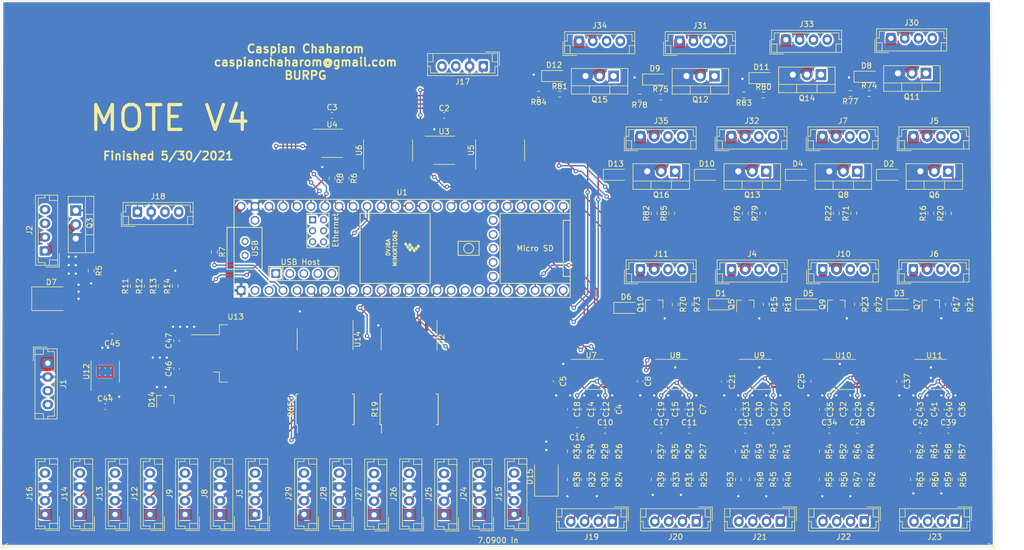
<source format=kicad_pcb>
(kicad_pcb (version 20171130) (host pcbnew 5.1.10)
  (layers (0 F.Cu signal) (31 B.Cu signal) (34 B.Paste user) (35 F.Paste user) (36 B.SilkS user) (37 F.SilkS user) (38 B.Mask user) (39 F.Mask user) (44 Edge.Cuts user))
  (net 0 "")
  (net 1 +3V3)
  (net 2 GNDA)
  (net 3 "Net-(C10-Pad2)")
  (net 4 "Net-(C11-Pad2)")
  (net 5 "Net-(C10-Pad1)")
  (net 6 "Net-(C11-Pad1)")
  (net 7 "Net-(C14-Pad1)")
  (net 8 "Net-(C15-Pad1)")
  (net 9 "Net-(C16-Pad1)")
  (net 10 "Net-(C17-Pad1)")
  (net 11 "Net-(C20-Pad1)")
  (net 12 "Net-(C23-Pad1)")
  (net 13 "Net-(C24-Pad1)")
  (net 14 "Net-(C28-Pad1)")
  (net 15 "Net-(C30-Pad1)")
  (net 16 "Net-(C31-Pad1)")
  (net 17 "Net-(C32-Pad1)")
  (net 18 "Net-(C34-Pad1)")
  (net 19 "Net-(C36-Pad1)")
  (net 20 "Net-(C39-Pad1)")
  (net 21 "Net-(C41-Pad1)")
  (net 22 "Net-(C42-Pad1)")
  (net 23 +7.5V)
  (net 24 +12V)
  (net 25 +5V)
  (net 26 "Net-(J2-Pad1)")
  (net 27 "Net-(J8-Pad2)")
  (net 28 "Net-(J9-Pad2)")
  (net 29 "Net-(J12-Pad2)")
  (net 30 "Net-(J13-Pad2)")
  (net 31 "Net-(J14-Pad2)")
  (net 32 "Net-(J15-Pad2)")
  (net 33 "Net-(J16-Pad2)")
  (net 34 "Net-(J17-Pad1)")
  (net 35 "Net-(J18-Pad1)")
  (net 36 "Net-(J19-Pad4)")
  (net 37 "Net-(J19-Pad3)")
  (net 38 "Net-(J19-Pad2)")
  (net 39 "Net-(J19-Pad1)")
  (net 40 "Net-(J20-Pad4)")
  (net 41 "Net-(J20-Pad3)")
  (net 42 "Net-(J20-Pad2)")
  (net 43 "Net-(J20-Pad1)")
  (net 44 "Net-(J21-Pad4)")
  (net 45 "Net-(J21-Pad3)")
  (net 46 "Net-(J21-Pad2)")
  (net 47 "Net-(J21-Pad1)")
  (net 48 "Net-(J22-Pad4)")
  (net 49 "Net-(J22-Pad3)")
  (net 50 "Net-(J22-Pad2)")
  (net 51 "Net-(J22-Pad1)")
  (net 52 "Net-(J23-Pad4)")
  (net 53 "Net-(J23-Pad3)")
  (net 54 "Net-(J23-Pad2)")
  (net 55 "Net-(J23-Pad1)")
  (net 56 "Net-(J24-Pad2)")
  (net 57 "Net-(J25-Pad2)")
  (net 58 "Net-(J26-Pad2)")
  (net 59 "Net-(J27-Pad2)")
  (net 60 "Net-(J28-Pad2)")
  (net 61 "Net-(J29-Pad2)")
  (net 62 "Net-(Q3-Pad1)")
  (net 63 "Net-(Q5-Pad1)")
  (net 64 "Net-(Q6-Pad1)")
  (net 65 "Net-(Q7-Pad1)")
  (net 66 "Net-(Q8-Pad1)")
  (net 67 "Net-(Q9-Pad1)")
  (net 68 "Net-(Q10-Pad1)")
  (net 69 "Net-(Q11-Pad1)")
  (net 70 "Net-(Q12-Pad1)")
  (net 71 "Net-(Q13-Pad1)")
  (net 72 "Net-(Q14-Pad1)")
  (net 73 "Net-(Q15-Pad1)")
  (net 74 "Net-(Q16-Pad1)")
  (net 75 DVDD)
  (net 76 SCL)
  (net 77 "Net-(R11-Pad2)")
  (net 78 "Net-(R12-Pad2)")
  (net 79 Batterylevel)
  (net 80 Solenoid5)
  (net 81 Solenoid1)
  (net 82 Solenoid3)
  (net 83 Solenoid2)
  (net 84 Solenoid4)
  (net 85 Solenoid6)
  (net 86 ctrl1)
  (net 87 ctrl3)
  (net 88 ctrl5)
  (net 89 ctrl2)
  (net 90 ctrl4)
  (net 91 ctrl6)
  (net 92 7V_Servo2)
  (net 93 7V_Servo4)
  (net 94 C1-reset)
  (net 95 7V_Servo1)
  (net 96 7V_Servo7)
  (net 97 7V_Servo6)
  (net 98 C2-p4)
  (net 99 C2-p3)
  (net 100 C2-p2)
  (net 101 C2-p1)
  (net 102 7V_Servo5)
  (net 103 7V_Servo3)
  (net 104 5V_Servo7)
  (net 105 5V_Servo6)
  (net 106 5V_Servo5)
  (net 107 5V_Servo4)
  (net 108 5V_Servo3)
  (net 109 5V_Servo2)
  (net 110 5V_Servo1)
  (net 111 C1-p4)
  (net 112 C1-p3)
  (net 113 C1-p2)
  (net 114 C1-p1)
  (net 115 SDA)
  (net 116 "Net-(U3-Pad6)")
  (net 117 "Net-(U4-Pad6)")
  (net 118 "Net-(J3-Pad2)")
  (net 119 Ignite)
  (net 120 "Net-(D1-Pad2)")
  (net 121 "Net-(D2-Pad2)")
  (net 122 "Net-(D3-Pad2)")
  (net 123 "Net-(D4-Pad2)")
  (net 124 "Net-(D5-Pad2)")
  (net 125 "Net-(D6-Pad2)")
  (net 126 "Net-(D8-Pad2)")
  (net 127 "Net-(D9-Pad2)")
  (net 128 "Net-(D10-Pad2)")
  (net 129 "Net-(D11-Pad2)")
  (net 130 "Net-(D12-Pad2)")
  (net 131 "Net-(D13-Pad2)")
  (module Diode_SMD:D_SOD-123 (layer F.Cu) (at 172.847 84.709)
    (fp_text reference D13 (at 0 -2) (layer F.SilkS))
    (fp_text value D)
    (pad 2 smd rect (at 1.65 0) (size 0.9 1.2) (layers F.Cu F.Paste F.Mask) (net 131 "Net-(D13-Pad2)"))
    (pad 1 smd rect (at -1.65 0) (size 0.9 1.2) (layers F.Cu F.Paste F.Mask) (net 24 +12V))
  )
  (module Diode_SMD:D_SOD-123 (layer F.Cu) (at 161.671 66.802)
    (fp_text reference D12 (at 0 -2) (layer F.SilkS))
    (fp_text value D)
    (pad 2 smd rect (at 1.65 0) (size 0.9 1.2) (layers F.Cu F.Paste F.Mask) (net 130 "Net-(D12-Pad2)"))
    (pad 1 smd rect (at -1.65 0) (size 0.9 1.2) (layers F.Cu F.Paste F.Mask) (net 24 +12V))
  )
  (module Diode_SMD:D_SOD-123 (layer F.Cu) (at 199.263 67.183)
    (fp_text reference D11 (at 0 -2) (layer F.SilkS))
    (fp_text value D)
    (pad 2 smd rect (at 1.65 0) (size 0.9 1.2) (layers F.Cu F.Paste F.Mask) (net 129 "Net-(D11-Pad2)"))
    (pad 1 smd rect (at -1.65 0) (size 0.9 1.2) (layers F.Cu F.Paste F.Mask) (net 24 +12V))
  )
  (module Diode_SMD:D_SOD-123 (layer F.Cu) (at 189.357 84.709)
    (fp_text reference D10 (at 0 -2) (layer F.SilkS))
    (fp_text value D)
    (pad 2 smd rect (at 1.65 0) (size 0.9 1.2) (layers F.Cu F.Paste F.Mask) (net 128 "Net-(D10-Pad2)"))
    (pad 1 smd rect (at -1.65 0) (size 0.9 1.2) (layers F.Cu F.Paste F.Mask) (net 24 +12V))
  )
  (module Diode_SMD:D_SOD-123 (layer F.Cu) (at 179.959 67.437)
    (fp_text reference D9 (at 0 -2) (layer F.SilkS))
    (fp_text value D)
    (pad 2 smd rect (at 1.65 0) (size 0.9 1.2) (layers F.Cu F.Paste F.Mask) (net 127 "Net-(D9-Pad2)"))
    (pad 1 smd rect (at -1.65 0) (size 0.9 1.2) (layers F.Cu F.Paste F.Mask) (net 24 +12V))
  )
  (module Diode_SMD:D_SOD-123 (layer F.Cu) (at 218.313 66.929)
    (fp_text reference D8 (at 0 -2) (layer F.SilkS))
    (fp_text value D)
    (pad 2 smd rect (at 1.65 0) (size 0.9 1.2) (layers F.Cu F.Paste F.Mask) (net 126 "Net-(D8-Pad2)"))
    (pad 1 smd rect (at -1.65 0) (size 0.9 1.2) (layers F.Cu F.Paste F.Mask) (net 24 +12V))
  )
  (module Diode_SMD:D_SOD-123 (layer F.Cu) (at 174.752 108.839)
    (fp_text reference D6 (at 0 -2) (layer F.SilkS))
    (fp_text value D)
    (pad 2 smd rect (at 1.65 0) (size 0.9 1.2) (layers F.Cu F.Paste F.Mask) (net 125 "Net-(D6-Pad2)"))
    (pad 1 smd rect (at -1.65 0) (size 0.9 1.2) (layers F.Cu F.Paste F.Mask) (net 24 +12V))
  )
  (module Diode_SMD:D_SOD-123 (layer F.Cu) (at 207.772 108.204)
    (fp_text reference D5 (at 0 -2) (layer F.SilkS))
    (fp_text value D)
    (pad 2 smd rect (at 1.65 0) (size 0.9 1.2) (layers F.Cu F.Paste F.Mask) (net 124 "Net-(D5-Pad2)"))
    (pad 1 smd rect (at -1.65 0) (size 0.9 1.2) (layers F.Cu F.Paste F.Mask) (net 24 +12V))
  )
  (module Diode_SMD:D_SOD-123 (layer F.Cu) (at 205.867 84.709)
    (fp_text reference D4 (at 0 -2) (layer F.SilkS))
    (fp_text value D)
    (pad 2 smd rect (at 1.65 0) (size 0.9 1.2) (layers F.Cu F.Paste F.Mask) (net 123 "Net-(D4-Pad2)"))
    (pad 1 smd rect (at -1.65 0) (size 0.9 1.2) (layers F.Cu F.Paste F.Mask) (net 24 +12V))
  )
  (module Diode_SMD:D_SOD-123 (layer F.Cu) (at 224.282 108.204)
    (fp_text reference D3 (at 0 -2) (layer F.SilkS))
    (fp_text value D)
    (pad 2 smd rect (at 1.65 0) (size 0.9 1.2) (layers F.Cu F.Paste F.Mask) (net 122 "Net-(D3-Pad2)"))
    (pad 1 smd rect (at -1.65 0) (size 0.9 1.2) (layers F.Cu F.Paste F.Mask) (net 24 +12V))
  )
  (module Diode_SMD:D_SOD-123 (layer F.Cu) (at 222.377 84.709)
    (fp_text reference D2 (at 0 -2) (layer F.SilkS))
    (fp_text value D)
    (pad 2 smd rect (at 1.65 0) (size 0.9 1.2) (layers F.Cu F.Paste F.Mask) (net 121 "Net-(D2-Pad2)"))
    (pad 1 smd rect (at -1.65 0) (size 0.9 1.2) (layers F.Cu F.Paste F.Mask) (net 24 +12V))
  )
  (module Diode_SMD:D_SOD-123 (layer F.Cu) (at 191.897 108.204)
    (fp_text reference D1 (at 0 -2) (layer F.SilkS))
    (fp_text value D)
    (pad 2 smd rect (at 1.65 0) (size 0.9 1.2) (layers F.Cu F.Paste F.Mask) (net 120 "Net-(D1-Pad2)"))
    (pad 1 smd rect (at -1.65 0) (size 0.9 1.2) (layers F.Cu F.Paste F.Mask) (net 24 +12V))
  )
  (module Resistor_SMD:R_0603_1608Metric_Pad0.98x0.95mm_HandSolder (layer F.Cu) (at 215.392 69.977 180)
    (fp_text reference R77 (at 0 -1.43) (layer F.SilkS))
    (fp_text value 10k)
    (pad 2 smd roundrect (at 0.9125 0 180) (size 0.975 0.95) (layers F.Cu F.Paste F.Mask) (net 2 GNDA))
    (pad 1 smd roundrect (at -0.9125 0 180) (size 0.975 0.95) (layers F.Cu F.Paste F.Mask) (net 69 "Net-(Q11-Pad1)"))
  )
  (module Resistor_SMD:R_0603_1608Metric_Pad0.98x0.95mm_HandSolder (layer F.Cu) (at 218.821 69.977)
    (fp_text reference R74 (at 0 -1.43) (layer F.SilkS))
    (fp_text value 470)
    (pad 2 smd roundrect (at 0.9125 0) (size 0.975 0.95) (layers F.Cu F.Paste F.Mask) (net 86 ctrl1))
    (pad 1 smd roundrect (at -0.9125 0) (size 0.975 0.95) (layers F.Cu F.Paste F.Mask) (net 69 "Net-(Q11-Pad1)"))
  )
  (module Connector_JST:JST_EH_B4B-EH-A_1x04_P2.50mm_Vertical (layer F.Cu) (at 148.844 65.024 180)
    (fp_text reference J17 (at 3.75 -2.8) (layer F.SilkS))
    (fp_text value Flowmeter)
    (pad 4 thru_hole oval (at 7.5 0 180) (size 1.7 1.95) (drill 0.95) (layers *.Cu *.Mask))
    (pad 3 thru_hole oval (at 5 0 180) (size 1.7 1.95) (drill 0.95) (layers *.Cu *.Mask))
    (pad 2 thru_hole oval (at 2.5 0 180) (size 1.7 1.95) (drill 0.95) (layers *.Cu *.Mask) (net 2 GNDA))
    (pad 1 thru_hole roundrect (at 0 0 180) (size 1.7 1.95) (drill 0.95) (layers *.Cu *.Mask) (roundrect_rratio 0.1470588235294118) (net 34 "Net-(J17-Pad1)"))
  )
  (module Connector_JST:JST_EH_B4B-EH-A_1x04_P2.50mm_Vertical (layer F.Cu) (at 86.106 91.44)
    (fp_text reference J18 (at 3.75 -2.8) (layer F.SilkS))
    (fp_text value Flowmeter)
    (pad 4 thru_hole oval (at 7.5 0) (size 1.7 1.95) (drill 0.95) (layers *.Cu *.Mask))
    (pad 3 thru_hole oval (at 5 0) (size 1.7 1.95) (drill 0.95) (layers *.Cu *.Mask))
    (pad 2 thru_hole oval (at 2.5 0) (size 1.7 1.95) (drill 0.95) (layers *.Cu *.Mask) (net 2 GNDA))
    (pad 1 thru_hole roundrect (at 0 0) (size 1.7 1.95) (drill 0.95) (layers *.Cu *.Mask) (roundrect_rratio 0.1470588235294118) (net 35 "Net-(J18-Pad1)"))
  )
  (module Diode_SMD:D_SMB (layer F.Cu) (at 70.494 107.188)
    (fp_text reference D7 (at 0 -3) (layer F.SilkS))
    (fp_text value SM6T12A)
    (pad 2 smd rect (at 2.15 0) (size 2.5 2.3) (layers F.Cu F.Paste F.Mask) (net 2 GNDA))
    (pad 1 smd rect (at -2.15 0) (size 2.5 2.3) (layers F.Cu F.Paste F.Mask) (net 24 +12V))
  )
  (module Package_TO_SOT_SMD:SOT-23 (layer F.Cu) (at 91.186 125.476 90)
    (fp_text reference D14 (at 0 -2.5 90) (layer F.SilkS))
    (fp_text value SP0502BAHT)
    (pad 3 smd rect (at 1 0 90) (size 0.9 0.8) (layers F.Cu F.Paste F.Mask) (net 2 GNDA))
    (pad 2 smd rect (at -1 0.95 90) (size 0.9 0.8) (layers F.Cu F.Paste F.Mask))
    (pad 1 smd rect (at -1 -0.95 90) (size 0.9 0.8) (layers F.Cu F.Paste F.Mask) (net 25 +5V))
  )
  (module Diode_SMD:D_SMB (layer F.Cu) (at 160.274 139.446 90)
    (fp_text reference D15 (at 0 -3 90) (layer F.SilkS))
    (fp_text value SM6T7V5A)
    (pad 2 smd rect (at 2.15 0 90) (size 2.5 2.3) (layers F.Cu F.Paste F.Mask) (net 2 GNDA))
    (pad 1 smd rect (at -2.15 0 90) (size 2.5 2.3) (layers F.Cu F.Paste F.Mask) (net 23 +7.5V))
  )
  (module Capacitor_SMD:C_0603_1608Metric_Pad1.08x0.95mm_HandSolder (layer F.Cu) (at 177.292 122.174 270)
    (fp_text reference C8 (at 0 -1.43 90) (layer F.SilkS))
    (fp_text value 0.1uF)
    (pad 2 smd roundrect (at 0.8625 0 270) (size 1.075 0.95) (layers F.Cu F.Paste F.Mask) (net 2 GNDA))
    (pad 1 smd roundrect (at -0.8625 0 270) (size 1.075 0.95) (layers F.Cu F.Paste F.Mask) (net 1 +3V3))
  )
  (module Resistor_SMD:R_0603_1608Metric_Pad0.98x0.95mm_HandSolder (layer F.Cu) (at 121.412 85.344 270)
    (fp_text reference R8 (at 0 -1.43 90) (layer F.SilkS))
    (fp_text value 4.7k)
    (pad 2 smd roundrect (at 0.9125 0 270) (size 0.975 0.95) (layers F.Cu F.Paste F.Mask) (net 76 SCL))
    (pad 1 smd roundrect (at -0.9125 0 270) (size 0.975 0.95) (layers F.Cu F.Paste F.Mask) (net 75 DVDD))
  )
  (module Resistor_SMD:R_0603_1608Metric_Pad0.98x0.95mm_HandSolder (layer F.Cu) (at 123.952 85.344 270)
    (fp_text reference R6 (at 0 -1.43 90) (layer F.SilkS))
    (fp_text value 4.7k)
    (pad 2 smd roundrect (at 0.9125 0 270) (size 0.975 0.95) (layers F.Cu F.Paste F.Mask) (net 115 SDA))
    (pad 1 smd roundrect (at -0.9125 0 270) (size 0.975 0.95) (layers F.Cu F.Paste F.Mask) (net 75 DVDD))
  )
  (module Connector_JST:JST_EH_B4B-EH-A_1x04_P2.50mm_Vertical (layer F.Cu) (at 154.432 146.304 90)
    (fp_text reference J15 (at 3.75 -2.8 90) (layer F.SilkS))
    (fp_text value Servo)
    (pad 4 thru_hole oval (at 7.5 0 90) (size 1.7 1.95) (drill 0.95) (layers *.Cu *.Mask))
    (pad 3 thru_hole oval (at 5 0 90) (size 1.7 1.95) (drill 0.95) (layers *.Cu *.Mask) (net 2 GNDA))
    (pad 2 thru_hole oval (at 2.5 0 90) (size 1.7 1.95) (drill 0.95) (layers *.Cu *.Mask) (net 32 "Net-(J15-Pad2)"))
    (pad 1 thru_hole roundrect (at 0 0 90) (size 1.7 1.95) (drill 0.95) (layers *.Cu *.Mask) (roundrect_rratio 0.1470588235294118) (net 23 +7.5V))
  )
  (module Package_SO:SOIC-16_3.9x9.9mm_P1.27mm (layer F.Cu) (at 120.142 114.554 270)
    (fp_text reference U14 (at 0 -5.9 90) (layer F.SilkS))
    (fp_text value MC1413B)
    (pad 16 smd roundrect (at 2.475 -4.445 270) (size 1.95 0.6) (layers F.Cu F.Paste F.Mask) (net 118 "Net-(J3-Pad2)"))
    (pad 15 smd roundrect (at 2.475 -3.175 270) (size 1.95 0.6) (layers F.Cu F.Paste F.Mask) (net 27 "Net-(J8-Pad2)"))
    (pad 14 smd roundrect (at 2.475 -1.905 270) (size 1.95 0.6) (layers F.Cu F.Paste F.Mask) (net 28 "Net-(J9-Pad2)"))
    (pad 13 smd roundrect (at 2.475 -0.635 270) (size 1.95 0.6) (layers F.Cu F.Paste F.Mask) (net 29 "Net-(J12-Pad2)"))
    (pad 12 smd roundrect (at 2.475 0.635 270) (size 1.95 0.6) (layers F.Cu F.Paste F.Mask) (net 30 "Net-(J13-Pad2)"))
    (pad 11 smd roundrect (at 2.475 1.905 270) (size 1.95 0.6) (layers F.Cu F.Paste F.Mask) (net 31 "Net-(J14-Pad2)"))
    (pad 10 smd roundrect (at 2.475 3.175 270) (size 1.95 0.6) (layers F.Cu F.Paste F.Mask) (net 33 "Net-(J16-Pad2)"))
    (pad 9 smd roundrect (at 2.475 4.445 270) (size 1.95 0.6) (layers F.Cu F.Paste F.Mask) (net 25 +5V))
    (pad 8 smd roundrect (at -2.475 4.445 270) (size 1.95 0.6) (layers F.Cu F.Paste F.Mask) (net 2 GNDA))
    (pad 7 smd roundrect (at -2.475 3.175 270) (size 1.95 0.6) (layers F.Cu F.Paste F.Mask) (net 104 5V_Servo7))
    (pad 6 smd roundrect (at -2.475 1.905 270) (size 1.95 0.6) (layers F.Cu F.Paste F.Mask) (net 105 5V_Servo6))
    (pad 5 smd roundrect (at -2.475 0.635 270) (size 1.95 0.6) (layers F.Cu F.Paste F.Mask) (net 106 5V_Servo5))
    (pad 4 smd roundrect (at -2.475 -0.635 270) (size 1.95 0.6) (layers F.Cu F.Paste F.Mask) (net 107 5V_Servo4))
    (pad 3 smd roundrect (at -2.475 -1.905 270) (size 1.95 0.6) (layers F.Cu F.Paste F.Mask) (net 108 5V_Servo3))
    (pad 2 smd roundrect (at -2.475 -3.175 270) (size 1.95 0.6) (layers F.Cu F.Paste F.Mask) (net 109 5V_Servo2))
    (pad 1 smd roundrect (at -2.475 -4.445 270) (size 1.95 0.6) (layers F.Cu F.Paste F.Mask) (net 110 5V_Servo1))
  )
  (module Package_TO_SOT_SMD:TO-263-3_TabPin2 (layer F.Cu) (at 103.928 117.113)
    (fp_text reference U13 (at 0 -6.65) (layer F.SilkS))
    (fp_text value LM1084-5.0)
    (pad 2 smd rect (at 3.375 0) (size 9.4 10.8) (layers F.Cu F.Mask) (net 25 +5V))
    (pad 3 smd rect (at -5.775 2.54) (size 4.6 1.1) (layers F.Cu F.Paste F.Mask) (net 24 +12V))
    (pad 2 smd rect (at -5.775 0) (size 4.6 1.1) (layers F.Cu F.Paste F.Mask) (net 25 +5V))
    (pad 1 smd rect (at -5.775 -2.54) (size 4.6 1.1) (layers F.Cu F.Paste F.Mask) (net 2 GNDA))
  )
  (module Package_SO:SOIC-8-1EP_3.9x4.9mm_P1.27mm_EP2.29x3mm_ThermalVias (layer F.Cu) (at 80.264 120.396 90)
    (fp_text reference U12 (at 0 -3.4 90) (layer F.SilkS))
    (fp_text value BD70GC0WEFJ-E2)
    (pad 9 smd rect (at 0 0 90) (size 1.8 2.5) (layers B.Cu))
    (pad 9 thru_hole circle (at 0.65 1 90) (size 0.5 0.5) (drill 0.2) (layers *.Cu))
    (pad 9 thru_hole circle (at -0.65 1 90) (size 0.5 0.5) (drill 0.2) (layers *.Cu))
    (pad 9 thru_hole circle (at 0.65 0 90) (size 0.5 0.5) (drill 0.2) (layers *.Cu))
    (pad 9 thru_hole circle (at -0.65 0 90) (size 0.5 0.5) (drill 0.2) (layers *.Cu))
    (pad 9 thru_hole circle (at 0.65 -1 90) (size 0.5 0.5) (drill 0.2) (layers *.Cu))
    (pad 9 thru_hole circle (at -0.65 -1 90) (size 0.5 0.5) (drill 0.2) (layers *.Cu))
    (pad 9 smd rect (at 0 0 90) (size 2.29 3) (layers F.Cu F.Mask))
    (pad 8 smd roundrect (at 2.475 -1.905 90) (size 1.95 0.6) (layers F.Cu F.Paste F.Mask) (net 24 +12V))
    (pad 7 smd roundrect (at 2.475 -0.635 90) (size 1.95 0.6) (layers F.Cu F.Paste F.Mask) (net 2 GNDA))
    (pad 6 smd roundrect (at 2.475 0.635 90) (size 1.95 0.6) (layers F.Cu F.Paste F.Mask) (net 2 GNDA))
    (pad 5 smd roundrect (at 2.475 1.905 90) (size 1.95 0.6) (layers F.Cu F.Paste F.Mask) (net 24 +12V))
    (pad 4 smd roundrect (at -2.475 1.905 90) (size 1.95 0.6) (layers F.Cu F.Paste F.Mask) (net 2 GNDA))
    (pad 3 smd roundrect (at -2.475 0.635 90) (size 1.95 0.6) (layers F.Cu F.Paste F.Mask) (net 2 GNDA))
    (pad 2 smd roundrect (at -2.475 -0.635 90) (size 1.95 0.6) (layers F.Cu F.Paste F.Mask) (net 23 +7.5V))
    (pad 1 smd roundrect (at -2.475 -1.905 90) (size 1.95 0.6) (layers F.Cu F.Paste F.Mask) (net 23 +7.5V))
  )
  (module Package_SO:TSSOP-16_4.4x5mm_P0.65mm (layer F.Cu) (at 230.632 120.904)
    (fp_text reference U11 (at 0 -3.45) (layer F.SilkS))
    (fp_text value ADS122c4)
    (pad 16 smd roundrect (at 2.8625 -2.275) (size 1.475 0.4) (layers F.Cu F.Paste F.Mask) (net 76 SCL))
    (pad 15 smd roundrect (at 2.8625 -1.625) (size 1.475 0.4) (layers F.Cu F.Paste F.Mask) (net 115 SDA))
    (pad 14 smd roundrect (at 2.8625 -0.975) (size 1.475 0.4) (layers F.Cu F.Paste F.Mask))
    (pad 13 smd roundrect (at 2.8625 -0.325) (size 1.475 0.4) (layers F.Cu F.Paste F.Mask) (net 1 +3V3))
    (pad 12 smd roundrect (at 2.8625 0.325) (size 1.475 0.4) (layers F.Cu F.Paste F.Mask) (net 1 +3V3))
    (pad 11 smd roundrect (at 2.8625 0.975) (size 1.475 0.4) (layers F.Cu F.Paste F.Mask) (net 19 "Net-(C36-Pad1)"))
    (pad 10 smd roundrect (at 2.8625 1.625) (size 1.475 0.4) (layers F.Cu F.Paste F.Mask) (net 20 "Net-(C39-Pad1)"))
    (pad 9 smd roundrect (at 2.8625 2.275) (size 1.475 0.4) (layers F.Cu F.Paste F.Mask))
    (pad 8 smd roundrect (at -2.8625 2.275) (size 1.475 0.4) (layers F.Cu F.Paste F.Mask))
    (pad 7 smd roundrect (at -2.8625 1.625) (size 1.475 0.4) (layers F.Cu F.Paste F.Mask) (net 21 "Net-(C41-Pad1)"))
    (pad 6 smd roundrect (at -2.8625 0.975) (size 1.475 0.4) (layers F.Cu F.Paste F.Mask) (net 22 "Net-(C42-Pad1)"))
    (pad 5 smd roundrect (at -2.8625 0.325) (size 1.475 0.4) (layers F.Cu F.Paste F.Mask) (net 2 GNDA))
    (pad 4 smd roundrect (at -2.8625 -0.325) (size 1.475 0.4) (layers F.Cu F.Paste F.Mask) (net 2 GNDA))
    (pad 3 smd roundrect (at -2.8625 -0.975) (size 1.475 0.4) (layers F.Cu F.Paste F.Mask) (net 1 +3V3))
    (pad 2 smd roundrect (at -2.8625 -1.625) (size 1.475 0.4) (layers F.Cu F.Paste F.Mask) (net 2 GNDA))
    (pad 1 smd roundrect (at -2.8625 -2.275) (size 1.475 0.4) (layers F.Cu F.Paste F.Mask) (net 115 SDA))
  )
  (module Package_SO:TSSOP-16_4.4x5mm_P0.65mm (layer F.Cu) (at 214.122 120.904)
    (fp_text reference U10 (at 0 -3.45) (layer F.SilkS))
    (fp_text value ADS122c4)
    (pad 16 smd roundrect (at 2.8625 -2.275) (size 1.475 0.4) (layers F.Cu F.Paste F.Mask) (net 76 SCL))
    (pad 15 smd roundrect (at 2.8625 -1.625) (size 1.475 0.4) (layers F.Cu F.Paste F.Mask) (net 115 SDA))
    (pad 14 smd roundrect (at 2.8625 -0.975) (size 1.475 0.4) (layers F.Cu F.Paste F.Mask))
    (pad 13 smd roundrect (at 2.8625 -0.325) (size 1.475 0.4) (layers F.Cu F.Paste F.Mask) (net 1 +3V3))
    (pad 12 smd roundrect (at 2.8625 0.325) (size 1.475 0.4) (layers F.Cu F.Paste F.Mask) (net 1 +3V3))
    (pad 11 smd roundrect (at 2.8625 0.975) (size 1.475 0.4) (layers F.Cu F.Paste F.Mask) (net 13 "Net-(C24-Pad1)"))
    (pad 10 smd roundrect (at 2.8625 1.625) (size 1.475 0.4) (layers F.Cu F.Paste F.Mask) (net 14 "Net-(C28-Pad1)"))
    (pad 9 smd roundrect (at 2.8625 2.275) (size 1.475 0.4) (layers F.Cu F.Paste F.Mask))
    (pad 8 smd roundrect (at -2.8625 2.275) (size 1.475 0.4) (layers F.Cu F.Paste F.Mask))
    (pad 7 smd roundrect (at -2.8625 1.625) (size 1.475 0.4) (layers F.Cu F.Paste F.Mask) (net 17 "Net-(C32-Pad1)"))
    (pad 6 smd roundrect (at -2.8625 0.975) (size 1.475 0.4) (layers F.Cu F.Paste F.Mask) (net 18 "Net-(C34-Pad1)"))
    (pad 5 smd roundrect (at -2.8625 0.325) (size 1.475 0.4) (layers F.Cu F.Paste F.Mask) (net 2 GNDA))
    (pad 4 smd roundrect (at -2.8625 -0.325) (size 1.475 0.4) (layers F.Cu F.Paste F.Mask) (net 2 GNDA))
    (pad 3 smd roundrect (at -2.8625 -0.975) (size 1.475 0.4) (layers F.Cu F.Paste F.Mask) (net 1 +3V3))
    (pad 2 smd roundrect (at -2.8625 -1.625) (size 1.475 0.4) (layers F.Cu F.Paste F.Mask) (net 1 +3V3))
    (pad 1 smd roundrect (at -2.8625 -2.275) (size 1.475 0.4) (layers F.Cu F.Paste F.Mask) (net 2 GNDA))
  )
  (module Package_SO:TSSOP-16_4.4x5mm_P0.65mm (layer F.Cu) (at 198.882 120.904)
    (fp_text reference U9 (at 0 -3.45) (layer F.SilkS))
    (fp_text value ADS122c4)
    (pad 16 smd roundrect (at 2.8625 -2.275) (size 1.475 0.4) (layers F.Cu F.Paste F.Mask) (net 76 SCL))
    (pad 15 smd roundrect (at 2.8625 -1.625) (size 1.475 0.4) (layers F.Cu F.Paste F.Mask) (net 115 SDA))
    (pad 14 smd roundrect (at 2.8625 -0.975) (size 1.475 0.4) (layers F.Cu F.Paste F.Mask))
    (pad 13 smd roundrect (at 2.8625 -0.325) (size 1.475 0.4) (layers F.Cu F.Paste F.Mask) (net 1 +3V3))
    (pad 12 smd roundrect (at 2.8625 0.325) (size 1.475 0.4) (layers F.Cu F.Paste F.Mask) (net 1 +3V3))
    (pad 11 smd roundrect (at 2.8625 0.975) (size 1.475 0.4) (layers F.Cu F.Paste F.Mask) (net 11 "Net-(C20-Pad1)"))
    (pad 10 smd roundrect (at 2.8625 1.625) (size 1.475 0.4) (layers F.Cu F.Paste F.Mask) (net 12 "Net-(C23-Pad1)"))
    (pad 9 smd roundrect (at 2.8625 2.275) (size 1.475 0.4) (layers F.Cu F.Paste F.Mask))
    (pad 8 smd roundrect (at -2.8625 2.275) (size 1.475 0.4) (layers F.Cu F.Paste F.Mask))
    (pad 7 smd roundrect (at -2.8625 1.625) (size 1.475 0.4) (layers F.Cu F.Paste F.Mask) (net 15 "Net-(C30-Pad1)"))
    (pad 6 smd roundrect (at -2.8625 0.975) (size 1.475 0.4) (layers F.Cu F.Paste F.Mask) (net 16 "Net-(C31-Pad1)"))
    (pad 5 smd roundrect (at -2.8625 0.325) (size 1.475 0.4) (layers F.Cu F.Paste F.Mask) (net 2 GNDA))
    (pad 4 smd roundrect (at -2.8625 -0.325) (size 1.475 0.4) (layers F.Cu F.Paste F.Mask) (net 2 GNDA))
    (pad 3 smd roundrect (at -2.8625 -0.975) (size 1.475 0.4) (layers F.Cu F.Paste F.Mask) (net 1 +3V3))
    (pad 2 smd roundrect (at -2.8625 -1.625) (size 1.475 0.4) (layers F.Cu F.Paste F.Mask) (net 2 GNDA))
    (pad 1 smd roundrect (at -2.8625 -2.275) (size 1.475 0.4) (layers F.Cu F.Paste F.Mask) (net 1 +3V3))
  )
  (module Package_SO:TSSOP-16_4.4x5mm_P0.65mm (layer F.Cu) (at 183.642 120.904)
    (fp_text reference U8 (at 0 -3.45) (layer F.SilkS))
    (fp_text value ADS122c4)
    (pad 16 smd roundrect (at 2.8625 -2.275) (size 1.475 0.4) (layers F.Cu F.Paste F.Mask) (net 76 SCL))
    (pad 15 smd roundrect (at 2.8625 -1.625) (size 1.475 0.4) (layers F.Cu F.Paste F.Mask) (net 115 SDA))
    (pad 14 smd roundrect (at 2.8625 -0.975) (size 1.475 0.4) (layers F.Cu F.Paste F.Mask))
    (pad 13 smd roundrect (at 2.8625 -0.325) (size 1.475 0.4) (layers F.Cu F.Paste F.Mask) (net 1 +3V3))
    (pad 12 smd roundrect (at 2.8625 0.325) (size 1.475 0.4) (layers F.Cu F.Paste F.Mask) (net 1 +3V3))
    (pad 11 smd roundrect (at 2.8625 0.975) (size 1.475 0.4) (layers F.Cu F.Paste F.Mask) (net 4 "Net-(C11-Pad2)"))
    (pad 10 smd roundrect (at 2.8625 1.625) (size 1.475 0.4) (layers F.Cu F.Paste F.Mask) (net 6 "Net-(C11-Pad1)"))
    (pad 9 smd roundrect (at 2.8625 2.275) (size 1.475 0.4) (layers F.Cu F.Paste F.Mask))
    (pad 8 smd roundrect (at -2.8625 2.275) (size 1.475 0.4) (layers F.Cu F.Paste F.Mask))
    (pad 7 smd roundrect (at -2.8625 1.625) (size 1.475 0.4) (layers F.Cu F.Paste F.Mask) (net 8 "Net-(C15-Pad1)"))
    (pad 6 smd roundrect (at -2.8625 0.975) (size 1.475 0.4) (layers F.Cu F.Paste F.Mask) (net 10 "Net-(C17-Pad1)"))
    (pad 5 smd roundrect (at -2.8625 0.325) (size 1.475 0.4) (layers F.Cu F.Paste F.Mask) (net 2 GNDA))
    (pad 4 smd roundrect (at -2.8625 -0.325) (size 1.475 0.4) (layers F.Cu F.Paste F.Mask) (net 2 GNDA))
    (pad 3 smd roundrect (at -2.8625 -0.975) (size 1.475 0.4) (layers F.Cu F.Paste F.Mask) (net 1 +3V3))
    (pad 2 smd roundrect (at -2.8625 -1.625) (size 1.475 0.4) (layers F.Cu F.Paste F.Mask) (net 2 GNDA))
    (pad 1 smd roundrect (at -2.8625 -2.275) (size 1.475 0.4) (layers F.Cu F.Paste F.Mask) (net 76 SCL))
  )
  (module Package_SO:TSSOP-16_4.4x5mm_P0.65mm (layer F.Cu) (at 168.402 120.904)
    (fp_text reference U7 (at 0 -3.45) (layer F.SilkS))
    (fp_text value ADS122c4)
    (pad 16 smd roundrect (at 2.8625 -2.275) (size 1.475 0.4) (layers F.Cu F.Paste F.Mask) (net 76 SCL))
    (pad 15 smd roundrect (at 2.8625 -1.625) (size 1.475 0.4) (layers F.Cu F.Paste F.Mask) (net 115 SDA))
    (pad 14 smd roundrect (at 2.8625 -0.975) (size 1.475 0.4) (layers F.Cu F.Paste F.Mask))
    (pad 13 smd roundrect (at 2.8625 -0.325) (size 1.475 0.4) (layers F.Cu F.Paste F.Mask) (net 1 +3V3))
    (pad 12 smd roundrect (at 2.8625 0.325) (size 1.475 0.4) (layers F.Cu F.Paste F.Mask) (net 1 +3V3))
    (pad 11 smd roundrect (at 2.8625 0.975) (size 1.475 0.4) (layers F.Cu F.Paste F.Mask) (net 3 "Net-(C10-Pad2)"))
    (pad 10 smd roundrect (at 2.8625 1.625) (size 1.475 0.4) (layers F.Cu F.Paste F.Mask) (net 5 "Net-(C10-Pad1)"))
    (pad 9 smd roundrect (at 2.8625 2.275) (size 1.475 0.4) (layers F.Cu F.Paste F.Mask))
    (pad 8 smd roundrect (at -2.8625 2.275) (size 1.475 0.4) (layers F.Cu F.Paste F.Mask))
    (pad 7 smd roundrect (at -2.8625 1.625) (size 1.475 0.4) (layers F.Cu F.Paste F.Mask) (net 7 "Net-(C14-Pad1)"))
    (pad 6 smd roundrect (at -2.8625 0.975) (size 1.475 0.4) (layers F.Cu F.Paste F.Mask) (net 9 "Net-(C16-Pad1)"))
    (pad 5 smd roundrect (at -2.8625 0.325) (size 1.475 0.4) (layers F.Cu F.Paste F.Mask) (net 2 GNDA))
    (pad 4 smd roundrect (at -2.8625 -0.325) (size 1.475 0.4) (layers F.Cu F.Paste F.Mask) (net 2 GNDA))
    (pad 3 smd roundrect (at -2.8625 -0.975) (size 1.475 0.4) (layers F.Cu F.Paste F.Mask) (net 1 +3V3))
    (pad 2 smd roundrect (at -2.8625 -1.625) (size 1.475 0.4) (layers F.Cu F.Paste F.Mask) (net 2 GNDA))
    (pad 1 smd roundrect (at -2.8625 -2.275) (size 1.475 0.4) (layers F.Cu F.Paste F.Mask) (net 2 GNDA))
  )
  (module Package_SO:SOIC-14_3.9x8.7mm_P1.27mm (layer F.Cu) (at 131.572 80.264 90)
    (fp_text reference U6 (at 0 -5.28 90) (layer F.SilkS))
    (fp_text value 74LS393)
    (pad 14 smd roundrect (at 2.475 -3.81 90) (size 1.95 0.6) (layers F.Cu F.Paste F.Mask))
    (pad 13 smd roundrect (at 2.475 -2.54 90) (size 1.95 0.6) (layers F.Cu F.Paste F.Mask))
    (pad 12 smd roundrect (at 2.475 -1.27 90) (size 1.95 0.6) (layers F.Cu F.Paste F.Mask))
    (pad 11 smd roundrect (at 2.475 0 90) (size 1.95 0.6) (layers F.Cu F.Paste F.Mask))
    (pad 10 smd roundrect (at 2.475 1.27 90) (size 1.95 0.6) (layers F.Cu F.Paste F.Mask))
    (pad 9 smd roundrect (at 2.475 2.54 90) (size 1.95 0.6) (layers F.Cu F.Paste F.Mask))
    (pad 8 smd roundrect (at 2.475 3.81 90) (size 1.95 0.6) (layers F.Cu F.Paste F.Mask))
    (pad 7 smd roundrect (at -2.475 3.81 90) (size 1.95 0.6) (layers F.Cu F.Paste F.Mask))
    (pad 6 smd roundrect (at -2.475 2.54 90) (size 1.95 0.6) (layers F.Cu F.Paste F.Mask) (net 111 C1-p4))
    (pad 5 smd roundrect (at -2.475 1.27 90) (size 1.95 0.6) (layers F.Cu F.Paste F.Mask) (net 112 C1-p3))
    (pad 4 smd roundrect (at -2.475 0 90) (size 1.95 0.6) (layers F.Cu F.Paste F.Mask) (net 113 C1-p2))
    (pad 3 smd roundrect (at -2.475 -1.27 90) (size 1.95 0.6) (layers F.Cu F.Paste F.Mask) (net 114 C1-p1))
    (pad 2 smd roundrect (at -2.475 -2.54 90) (size 1.95 0.6) (layers F.Cu F.Paste F.Mask) (net 94 C1-reset))
    (pad 1 smd roundrect (at -2.475 -3.81 90) (size 1.95 0.6) (layers F.Cu F.Paste F.Mask) (net 117 "Net-(U4-Pad6)"))
  )
  (module Package_SO:SOIC-14_3.9x8.7mm_P1.27mm (layer F.Cu) (at 151.892 80.264 90)
    (fp_text reference U5 (at 0 -5.28 90) (layer F.SilkS))
    (fp_text value 74LS393)
    (pad 14 smd roundrect (at 2.475 -3.81 90) (size 1.95 0.6) (layers F.Cu F.Paste F.Mask))
    (pad 13 smd roundrect (at 2.475 -2.54 90) (size 1.95 0.6) (layers F.Cu F.Paste F.Mask))
    (pad 12 smd roundrect (at 2.475 -1.27 90) (size 1.95 0.6) (layers F.Cu F.Paste F.Mask))
    (pad 11 smd roundrect (at 2.475 0 90) (size 1.95 0.6) (layers F.Cu F.Paste F.Mask))
    (pad 10 smd roundrect (at 2.475 1.27 90) (size 1.95 0.6) (layers F.Cu F.Paste F.Mask))
    (pad 9 smd roundrect (at 2.475 2.54 90) (size 1.95 0.6) (layers F.Cu F.Paste F.Mask))
    (pad 8 smd roundrect (at 2.475 3.81 90) (size 1.95 0.6) (layers F.Cu F.Paste F.Mask))
    (pad 7 smd roundrect (at -2.475 3.81 90) (size 1.95 0.6) (layers F.Cu F.Paste F.Mask))
    (pad 6 smd roundrect (at -2.475 2.54 90) (size 1.95 0.6) (layers F.Cu F.Paste F.Mask) (net 98 C2-p4))
    (pad 5 smd roundrect (at -2.475 1.27 90) (size 1.95 0.6) (layers F.Cu F.Paste F.Mask) (net 99 C2-p3))
    (pad 4 smd roundrect (at -2.475 0 90) (size 1.95 0.6) (layers F.Cu F.Paste F.Mask) (net 100 C2-p2))
    (pad 3 smd roundrect (at -2.475 -1.27 90) (size 1.95 0.6) (layers F.Cu F.Paste F.Mask) (net 101 C2-p1))
    (pad 2 smd roundrect (at -2.475 -2.54 90) (size 1.95 0.6) (layers F.Cu F.Paste F.Mask) (net 94 C1-reset))
    (pad 1 smd roundrect (at -2.475 -3.81 90) (size 1.95 0.6) (layers F.Cu F.Paste F.Mask) (net 116 "Net-(U3-Pad6)"))
  )
  (module Package_SO:SOIC-8_3.9x4.9mm_P1.27mm (layer F.Cu) (at 121.412 78.994)
    (fp_text reference U4 (at 0 -3.4) (layer F.SilkS))
    (fp_text value AD8001AR)
    (pad 8 smd roundrect (at 2.475 -1.905) (size 1.95 0.6) (layers F.Cu F.Paste F.Mask))
    (pad 7 smd roundrect (at 2.475 -0.635) (size 1.95 0.6) (layers F.Cu F.Paste F.Mask) (net 1 +3V3))
    (pad 6 smd roundrect (at 2.475 0.635) (size 1.95 0.6) (layers F.Cu F.Paste F.Mask) (net 117 "Net-(U4-Pad6)"))
    (pad 5 smd roundrect (at 2.475 1.905) (size 1.95 0.6) (layers F.Cu F.Paste F.Mask))
    (pad 4 smd roundrect (at -2.475 1.905) (size 1.95 0.6) (layers F.Cu F.Paste F.Mask) (net 2 GNDA))
    (pad 3 smd roundrect (at -2.475 0.635) (size 1.95 0.6) (layers F.Cu F.Paste F.Mask) (net 35 "Net-(J18-Pad1)"))
    (pad 2 smd roundrect (at -2.475 -0.635) (size 1.95 0.6) (layers F.Cu F.Paste F.Mask) (net 2 GNDA))
    (pad 1 smd roundrect (at -2.475 -1.905) (size 1.95 0.6) (layers F.Cu F.Paste F.Mask))
  )
  (module Package_SO:SOIC-8_3.9x4.9mm_P1.27mm (layer F.Cu) (at 141.732 80.264)
    (fp_text reference U3 (at 0 -3.4) (layer F.SilkS))
    (fp_text value AD8001AR)
    (pad 8 smd roundrect (at 2.475 -1.905) (size 1.95 0.6) (layers F.Cu F.Paste F.Mask))
    (pad 7 smd roundrect (at 2.475 -0.635) (size 1.95 0.6) (layers F.Cu F.Paste F.Mask) (net 1 +3V3))
    (pad 6 smd roundrect (at 2.475 0.635) (size 1.95 0.6) (layers F.Cu F.Paste F.Mask) (net 116 "Net-(U3-Pad6)"))
    (pad 5 smd roundrect (at 2.475 1.905) (size 1.95 0.6) (layers F.Cu F.Paste F.Mask))
    (pad 4 smd roundrect (at -2.475 1.905) (size 1.95 0.6) (layers F.Cu F.Paste F.Mask) (net 2 GNDA))
    (pad 3 smd roundrect (at -2.475 0.635) (size 1.95 0.6) (layers F.Cu F.Paste F.Mask) (net 34 "Net-(J17-Pad1)"))
    (pad 2 smd roundrect (at -2.475 -0.635) (size 1.95 0.6) (layers F.Cu F.Paste F.Mask) (net 2 GNDA))
    (pad 1 smd roundrect (at -2.475 -1.905) (size 1.95 0.6) (layers F.Cu F.Paste F.Mask))
  )
  (module Package_SO:SOIC-16_3.9x9.9mm_P1.27mm (layer F.Cu) (at 135.382 114.554 270)
    (fp_text reference U2 (at 0 -5.9 90) (layer F.SilkS))
    (fp_text value MC1413B)
    (pad 16 smd roundrect (at 2.475 -4.445 270) (size 1.95 0.6) (layers F.Cu F.Paste F.Mask) (net 32 "Net-(J15-Pad2)"))
    (pad 15 smd roundrect (at 2.475 -3.175 270) (size 1.95 0.6) (layers F.Cu F.Paste F.Mask) (net 56 "Net-(J24-Pad2)"))
    (pad 14 smd roundrect (at 2.475 -1.905 270) (size 1.95 0.6) (layers F.Cu F.Paste F.Mask) (net 57 "Net-(J25-Pad2)"))
    (pad 13 smd roundrect (at 2.475 -0.635 270) (size 1.95 0.6) (layers F.Cu F.Paste F.Mask) (net 58 "Net-(J26-Pad2)"))
    (pad 12 smd roundrect (at 2.475 0.635 270) (size 1.95 0.6) (layers F.Cu F.Paste F.Mask) (net 59 "Net-(J27-Pad2)"))
    (pad 11 smd roundrect (at 2.475 1.905 270) (size 1.95 0.6) (layers F.Cu F.Paste F.Mask) (net 60 "Net-(J28-Pad2)"))
    (pad 10 smd roundrect (at 2.475 3.175 270) (size 1.95 0.6) (layers F.Cu F.Paste F.Mask) (net 61 "Net-(J29-Pad2)"))
    (pad 9 smd roundrect (at 2.475 4.445 270) (size 1.95 0.6) (layers F.Cu F.Paste F.Mask) (net 23 +7.5V))
    (pad 8 smd roundrect (at -2.475 4.445 270) (size 1.95 0.6) (layers F.Cu F.Paste F.Mask) (net 2 GNDA))
    (pad 7 smd roundrect (at -2.475 3.175 270) (size 1.95 0.6) (layers F.Cu F.Paste F.Mask) (net 96 7V_Servo7))
    (pad 6 smd roundrect (at -2.475 1.905 270) (size 1.95 0.6) (layers F.Cu F.Paste F.Mask) (net 97 7V_Servo6))
    (pad 5 smd roundrect (at -2.475 0.635 270) (size 1.95 0.6) (layers F.Cu F.Paste F.Mask) (net 102 7V_Servo5))
    (pad 4 smd roundrect (at -2.475 -0.635 270) (size 1.95 0.6) (layers F.Cu F.Paste F.Mask) (net 93 7V_Servo4))
    (pad 3 smd roundrect (at -2.475 -1.905 270) (size 1.95 0.6) (layers F.Cu F.Paste F.Mask) (net 103 7V_Servo3))
    (pad 2 smd roundrect (at -2.475 -3.175 270) (size 1.95 0.6) (layers F.Cu F.Paste F.Mask) (net 92 7V_Servo2))
    (pad 1 smd roundrect (at -2.475 -4.445 270) (size 1.95 0.6) (layers F.Cu F.Paste F.Mask) (net 95 7V_Servo1))
  )
  (module teensy:Teensy41 (layer F.Cu) (at 134.112 98.044)
    (fp_text reference U1 (at 0 -10.16) (layer F.SilkS))
    (fp_text value Teensy4.1)
    (fp_text user "USB Host" (at -18.4658 2.4892) (layer F.SilkS))
    (fp_text user Ethernet (at -12.065 -3.2766 90) (layer F.SilkS))
    (fp_text user USB (at -26.67 0 270) (layer F.SilkS))
    (fp_text user "Micro SD" (at 24.13 0) (layer F.SilkS))
    (fp_text user MIMXRT1062 (at -1.27 0 270) (layer F.SilkS) (effects (font (size 0.7 0.7))))
    (fp_text user DVJ6A (at -2.54 -0.18 270) (layer F.SilkS) (effects (font (size 0.7 0.7))))
    (pad 66 thru_hole circle (at -28.48 -1.27) (size 1.3 1.3) (drill 0.8) (layers *.Cu *.Mask))
    (pad 67 thru_hole circle (at -28.48 1.27) (size 1.3 1.3) (drill 0.8) (layers *.Cu *.Mask))
    (pad 54 thru_hole circle (at 16.51 -5.08) (size 1.6 1.6) (drill 1.1) (layers *.Cu *.Mask))
    (pad 53 thru_hole circle (at 16.51 -2.54) (size 1.6 1.6) (drill 1.1) (layers *.Cu *.Mask))
    (pad 52 thru_hole circle (at 16.51 0) (size 1.6 1.6) (drill 1.1) (layers *.Cu *.Mask))
    (pad 51 thru_hole circle (at 16.51 2.54) (size 1.6 1.6) (drill 1.1) (layers *.Cu *.Mask))
    (pad 50 thru_hole circle (at 16.51 5.08) (size 1.6 1.6) (drill 1.1) (layers *.Cu *.Mask))
    (pad 62 thru_hole circle (at -16.24 -1.1816) (size 1.3 1.3) (drill 0.8) (layers *.Cu *.Mask))
    (pad 63 thru_hole circle (at -14.24 -1.1816) (size 1.3 1.3) (drill 0.8) (layers *.Cu *.Mask))
    (pad 64 thru_hole circle (at -14.24 -3.1816) (size 1.3 1.3) (drill 0.8) (layers *.Cu *.Mask))
    (pad 61 thru_hole circle (at -16.24 -3.1816) (size 1.3 1.3) (drill 0.8) (layers *.Cu *.Mask))
    (pad 65 thru_hole circle (at -14.24 -5.1816) (size 1.3 1.3) (drill 0.8) (layers *.Cu *.Mask))
    (pad 60 thru_hole rect (at -16.24 -5.1816) (size 1.3 1.3) (drill 0.8) (layers *.Cu *.Mask))
    (pad 17 thru_hole circle (at 11.43 7.62) (size 1.6 1.6) (drill 1.1) (layers *.Cu *.Mask) (net 103 7V_Servo3))
    (pad 18 thru_hole circle (at 13.97 7.62) (size 1.6 1.6) (drill 1.1) (layers *.Cu *.Mask))
    (pad 19 thru_hole circle (at 16.51 7.62) (size 1.6 1.6) (drill 1.1) (layers *.Cu *.Mask) (net 92 7V_Servo2))
    (pad 20 thru_hole circle (at 19.05 7.62) (size 1.6 1.6) (drill 1.1) (layers *.Cu *.Mask) (net 94 C1-reset))
    (pad 16 thru_hole circle (at 8.89 7.62) (size 1.6 1.6) (drill 1.1) (layers *.Cu *.Mask) (net 93 7V_Servo4))
    (pad 15 thru_hole circle (at 6.35 7.62) (size 1.6 1.6) (drill 1.1) (layers *.Cu *.Mask) (net 1 +3V3))
    (pad 14 thru_hole circle (at 3.81 7.62) (size 1.6 1.6) (drill 1.1) (layers *.Cu *.Mask) (net 102 7V_Servo5))
    (pad 21 thru_hole circle (at 21.59 7.62) (size 1.6 1.6) (drill 1.1) (layers *.Cu *.Mask) (net 95 7V_Servo1))
    (pad 22 thru_hole circle (at 24.13 7.62) (size 1.6 1.6) (drill 1.1) (layers *.Cu *.Mask) (net 85 Solenoid6))
    (pad 23 thru_hole circle (at 26.67 7.62) (size 1.6 1.6) (drill 1.1) (layers *.Cu *.Mask) (net 86 ctrl1))
    (pad 24 thru_hole circle (at 29.21 7.62) (size 1.6 1.6) (drill 1.1) (layers *.Cu *.Mask) (net 89 ctrl2))
    (pad 25 thru_hole circle (at 29.21 -7.62) (size 1.6 1.6) (drill 1.1) (layers *.Cu *.Mask) (net 80 Solenoid5))
    (pad 26 thru_hole circle (at 26.67 -7.62) (size 1.6 1.6) (drill 1.1) (layers *.Cu *.Mask) (net 84 Solenoid4))
    (pad 27 thru_hole circle (at 24.13 -7.62) (size 1.6 1.6) (drill 1.1) (layers *.Cu *.Mask) (net 82 Solenoid3))
    (pad 28 thru_hole circle (at 21.59 -7.62) (size 1.6 1.6) (drill 1.1) (layers *.Cu *.Mask) (net 83 Solenoid2))
    (pad 29 thru_hole circle (at 19.05 -7.62) (size 1.6 1.6) (drill 1.1) (layers *.Cu *.Mask) (net 81 Solenoid1))
    (pad 30 thru_hole circle (at 16.51 -7.62) (size 1.6 1.6) (drill 1.1) (layers *.Cu *.Mask) (net 98 C2-p4))
    (pad 31 thru_hole circle (at 13.97 -7.62) (size 1.6 1.6) (drill 1.1) (layers *.Cu *.Mask) (net 99 C2-p3))
    (pad 32 thru_hole circle (at 11.43 -7.62) (size 1.6 1.6) (drill 1.1) (layers *.Cu *.Mask) (net 100 C2-p2))
    (pad 33 thru_hole circle (at 8.89 -7.62) (size 1.6 1.6) (drill 1.1) (layers *.Cu *.Mask) (net 101 C2-p1))
    (pad 34 thru_hole circle (at 6.35 -7.62) (size 1.6 1.6) (drill 1.1) (layers *.Cu *.Mask))
    (pad 13 thru_hole circle (at 1.27 7.62) (size 1.6 1.6) (drill 1.1) (layers *.Cu *.Mask) (net 97 7V_Servo6))
    (pad 12 thru_hole circle (at -1.27 7.62) (size 1.6 1.6) (drill 1.1) (layers *.Cu *.Mask) (net 96 7V_Servo7))
    (pad 11 thru_hole circle (at -3.81 7.62) (size 1.6 1.6) (drill 1.1) (layers *.Cu *.Mask) (net 110 5V_Servo1))
    (pad 10 thru_hole circle (at -6.35 7.62) (size 1.6 1.6) (drill 1.1) (layers *.Cu *.Mask) (net 109 5V_Servo2))
    (pad 9 thru_hole circle (at -8.89 7.62) (size 1.6 1.6) (drill 1.1) (layers *.Cu *.Mask) (net 108 5V_Servo3))
    (pad 8 thru_hole circle (at -11.43 7.62) (size 1.6 1.6) (drill 1.1) (layers *.Cu *.Mask) (net 107 5V_Servo4))
    (pad 7 thru_hole circle (at -13.97 7.62) (size 1.6 1.6) (drill 1.1) (layers *.Cu *.Mask) (net 106 5V_Servo5))
    (pad 6 thru_hole circle (at -16.51 7.62) (size 1.6 1.6) (drill 1.1) (layers *.Cu *.Mask) (net 105 5V_Servo6))
    (pad 5 thru_hole circle (at -19.05 7.62) (size 1.6 1.6) (drill 1.1) (layers *.Cu *.Mask) (net 104 5V_Servo7))
    (pad 4 thru_hole circle (at -21.59 7.62) (size 1.6 1.6) (drill 1.1) (layers *.Cu *.Mask) (net 119 Ignite))
    (pad 3 thru_hole circle (at -24.13 7.62) (size 1.6 1.6) (drill 1.1) (layers *.Cu *.Mask))
    (pad 2 thru_hole circle (at -26.67 7.62) (size 1.6 1.6) (drill 1.1) (layers *.Cu *.Mask))
    (pad 1 thru_hole rect (at -29.21 7.62) (size 1.6 1.6) (drill 1.1) (layers *.Cu *.Mask) (net 2 GNDA))
    (pad 35 thru_hole circle (at 3.81 -7.62) (size 1.6 1.6) (drill 1.1) (layers *.Cu *.Mask) (net 111 C1-p4))
    (pad 36 thru_hole circle (at 1.27 -7.62) (size 1.6 1.6) (drill 1.1) (layers *.Cu *.Mask) (net 112 C1-p3))
    (pad 37 thru_hole circle (at -1.27 -7.62) (size 1.6 1.6) (drill 1.1) (layers *.Cu *.Mask) (net 113 C1-p2))
    (pad 38 thru_hole circle (at -3.81 -7.62) (size 1.6 1.6) (drill 1.1) (layers *.Cu *.Mask) (net 114 C1-p1))
    (pad 39 thru_hole circle (at -6.35 -7.62) (size 1.6 1.6) (drill 1.1) (layers *.Cu *.Mask) (net 79 Batterylevel))
    (pad 40 thru_hole circle (at -8.89 -7.62) (size 1.6 1.6) (drill 1.1) (layers *.Cu *.Mask) (net 115 SDA))
    (pad 41 thru_hole circle (at -11.43 -7.62) (size 1.6 1.6) (drill 1.1) (layers *.Cu *.Mask) (net 76 SCL))
    (pad 42 thru_hole circle (at -13.97 -7.62) (size 1.6 1.6) (drill 1.1) (layers *.Cu *.Mask) (net 91 ctrl6))
    (pad 43 thru_hole circle (at -16.51 -7.62) (size 1.6 1.6) (drill 1.1) (layers *.Cu *.Mask) (net 88 ctrl5))
    (pad 44 thru_hole circle (at -19.05 -7.62) (size 1.6 1.6) (drill 1.1) (layers *.Cu *.Mask) (net 90 ctrl4))
    (pad 45 thru_hole circle (at -21.59 -7.62) (size 1.6 1.6) (drill 1.1) (layers *.Cu *.Mask) (net 87 ctrl3))
    (pad 46 thru_hole circle (at -24.13 -7.62) (size 1.6 1.6) (drill 1.1) (layers *.Cu *.Mask) (net 75 DVDD))
    (pad 47 thru_hole circle (at -26.67 -7.62) (size 1.6 1.6) (drill 1.1) (layers *.Cu *.Mask) (net 2 GNDA))
    (pad 48 thru_hole circle (at -29.21 -7.62) (size 1.6 1.6) (drill 1.1) (layers *.Cu *.Mask) (net 25 +5V))
    (pad 55 thru_hole rect (at -22.9108 4.5692) (size 1.6 1.6) (drill 1.1) (layers *.Cu *.Mask))
    (pad 56 thru_hole circle (at -20.3708 4.5692) (size 1.6 1.6) (drill 1.1) (layers *.Cu *.Mask))
    (pad 57 thru_hole circle (at -17.8308 4.5692) (size 1.6 1.6) (drill 1.1) (layers *.Cu *.Mask))
    (pad 58 thru_hole circle (at -15.2908 4.5692) (size 1.6 1.6) (drill 1.1) (layers *.Cu *.Mask))
    (pad 59 thru_hole circle (at -12.7508 4.5692) (size 1.6 1.6) (drill 1.1) (layers *.Cu *.Mask))
    (pad 49 thru_hole circle (at -26.67 -5.08) (size 1.6 1.6) (drill 1.1) (layers *.Cu *.Mask))
  )
  (module Resistor_SMD:R_0603_1608Metric_Pad0.98x0.95mm_HandSolder (layer F.Cu) (at 183.007 91.694 90)
    (fp_text reference R85 (at 0 -1.43 90) (layer F.SilkS))
    (fp_text value 10k)
    (pad 2 smd roundrect (at 0.9125 0 90) (size 0.975 0.95) (layers F.Cu F.Paste F.Mask) (net 2 GNDA))
    (pad 1 smd roundrect (at -0.9125 0 90) (size 0.975 0.95) (layers F.Cu F.Paste F.Mask) (net 74 "Net-(Q16-Pad1)"))
  )
  (module Resistor_SMD:R_0603_1608Metric_Pad0.98x0.95mm_HandSolder (layer F.Cu) (at 158.877 70.104 180)
    (fp_text reference R84 (at 0 -1.43) (layer F.SilkS))
    (fp_text value 10k)
    (pad 2 smd roundrect (at 0.9125 0 180) (size 0.975 0.95) (layers F.Cu F.Paste F.Mask) (net 2 GNDA))
    (pad 1 smd roundrect (at -0.9125 0 180) (size 0.975 0.95) (layers F.Cu F.Paste F.Mask) (net 73 "Net-(Q15-Pad1)"))
  )
  (module Resistor_SMD:R_0603_1608Metric_Pad0.98x0.95mm_HandSolder (layer F.Cu) (at 196.088 70.231 180)
    (fp_text reference R83 (at 0 -1.43) (layer F.SilkS))
    (fp_text value 10k)
    (pad 2 smd roundrect (at 0.9125 0 180) (size 0.975 0.95) (layers F.Cu F.Paste F.Mask) (net 2 GNDA))
    (pad 1 smd roundrect (at -0.9125 0 180) (size 0.975 0.95) (layers F.Cu F.Paste F.Mask) (net 72 "Net-(Q14-Pad1)"))
  )
  (module Resistor_SMD:R_0603_1608Metric_Pad0.98x0.95mm_HandSolder (layer F.Cu) (at 179.832 91.694 90)
    (fp_text reference R82 (at 0 -1.43 90) (layer F.SilkS))
    (fp_text value 470)
    (pad 2 smd roundrect (at 0.9125 0 90) (size 0.975 0.95) (layers F.Cu F.Paste F.Mask) (net 91 ctrl6))
    (pad 1 smd roundrect (at -0.9125 0 90) (size 0.975 0.95) (layers F.Cu F.Paste F.Mask) (net 74 "Net-(Q16-Pad1)"))
  )
  (module Resistor_SMD:R_0603_1608Metric_Pad0.98x0.95mm_HandSolder (layer F.Cu) (at 162.687 70.104)
    (fp_text reference R81 (at 0 -1.43) (layer F.SilkS))
    (fp_text value 470)
    (pad 2 smd roundrect (at 0.9125 0) (size 0.975 0.95) (layers F.Cu F.Paste F.Mask) (net 87 ctrl3))
    (pad 1 smd roundrect (at -0.9125 0) (size 0.975 0.95) (layers F.Cu F.Paste F.Mask) (net 73 "Net-(Q15-Pad1)"))
  )
  (module Resistor_SMD:R_0603_1608Metric_Pad0.98x0.95mm_HandSolder (layer F.Cu) (at 199.644 70.231)
    (fp_text reference R80 (at 0 -1.43) (layer F.SilkS))
    (fp_text value 470)
    (pad 2 smd roundrect (at 0.9125 0) (size 0.975 0.95) (layers F.Cu F.Paste F.Mask) (net 89 ctrl2))
    (pad 1 smd roundrect (at -0.9125 0) (size 0.975 0.95) (layers F.Cu F.Paste F.Mask) (net 72 "Net-(Q14-Pad1)"))
  )
  (module Resistor_SMD:R_0603_1608Metric_Pad0.98x0.95mm_HandSolder (layer F.Cu) (at 199.517 91.694 90)
    (fp_text reference R79 (at 0 -1.43 90) (layer F.SilkS))
    (fp_text value 10k)
    (pad 2 smd roundrect (at 0.9125 0 90) (size 0.975 0.95) (layers F.Cu F.Paste F.Mask) (net 2 GNDA))
    (pad 1 smd roundrect (at -0.9125 0 90) (size 0.975 0.95) (layers F.Cu F.Paste F.Mask) (net 71 "Net-(Q13-Pad1)"))
  )
  (module Resistor_SMD:R_0603_1608Metric_Pad0.98x0.95mm_HandSolder (layer F.Cu) (at 177.165 70.612 180)
    (fp_text reference R78 (at 0 -1.43) (layer F.SilkS))
    (fp_text value 10k)
    (pad 2 smd roundrect (at 0.9125 0 180) (size 0.975 0.95) (layers F.Cu F.Paste F.Mask) (net 2 GNDA))
    (pad 1 smd roundrect (at -0.9125 0 180) (size 0.975 0.95) (layers F.Cu F.Paste F.Mask) (net 70 "Net-(Q12-Pad1)"))
  )
  (module Resistor_SMD:R_0603_1608Metric_Pad0.98x0.95mm_HandSolder (layer F.Cu) (at 196.342 91.694 90)
    (fp_text reference R76 (at 0 -1.43 90) (layer F.SilkS))
    (fp_text value 470)
    (pad 2 smd roundrect (at 0.9125 0 90) (size 0.975 0.95) (layers F.Cu F.Paste F.Mask) (net 88 ctrl5))
    (pad 1 smd roundrect (at -0.9125 0 90) (size 0.975 0.95) (layers F.Cu F.Paste F.Mask) (net 71 "Net-(Q13-Pad1)"))
  )
  (module Resistor_SMD:R_0603_1608Metric_Pad0.98x0.95mm_HandSolder (layer F.Cu) (at 180.975 70.612)
    (fp_text reference R75 (at 0 -1.43) (layer F.SilkS))
    (fp_text value 470)
    (pad 2 smd roundrect (at 0.9125 0) (size 0.975 0.95) (layers F.Cu F.Paste F.Mask) (net 90 ctrl4))
    (pad 1 smd roundrect (at -0.9125 0) (size 0.975 0.95) (layers F.Cu F.Paste F.Mask) (net 70 "Net-(Q12-Pad1)"))
  )
  (module Resistor_SMD:R_0603_1608Metric_Pad0.98x0.95mm_HandSolder (layer F.Cu) (at 186.182 108.204 270)
    (fp_text reference R73 (at 0 -1.43 90) (layer F.SilkS))
    (fp_text value 10k)
    (pad 2 smd roundrect (at 0.9125 0 270) (size 0.975 0.95) (layers F.Cu F.Paste F.Mask) (net 2 GNDA))
    (pad 1 smd roundrect (at -0.9125 0 270) (size 0.975 0.95) (layers F.Cu F.Paste F.Mask) (net 68 "Net-(Q10-Pad1)"))
  )
  (module Resistor_SMD:R_0603_1608Metric_Pad0.98x0.95mm_HandSolder (layer F.Cu) (at 219.202 108.204 270)
    (fp_text reference R72 (at 0 -1.43 90) (layer F.SilkS))
    (fp_text value 10k)
    (pad 2 smd roundrect (at 0.9125 0 270) (size 0.975 0.95) (layers F.Cu F.Paste F.Mask) (net 2 GNDA))
    (pad 1 smd roundrect (at -0.9125 0 270) (size 0.975 0.95) (layers F.Cu F.Paste F.Mask) (net 67 "Net-(Q9-Pad1)"))
  )
  (module Resistor_SMD:R_0603_1608Metric_Pad0.98x0.95mm_HandSolder (layer F.Cu) (at 216.027 91.694 90)
    (fp_text reference R71 (at 0 -1.43 90) (layer F.SilkS))
    (fp_text value 10k)
    (pad 2 smd roundrect (at 0.9125 0 90) (size 0.975 0.95) (layers F.Cu F.Paste F.Mask) (net 2 GNDA))
    (pad 1 smd roundrect (at -0.9125 0 90) (size 0.975 0.95) (layers F.Cu F.Paste F.Mask) (net 66 "Net-(Q8-Pad1)"))
  )
  (module Resistor_SMD:R_0603_1608Metric_Pad0.98x0.95mm_HandSolder (layer F.Cu) (at 183.642 108.204 270)
    (fp_text reference R70 (at 0 -1.43 90) (layer F.SilkS))
    (fp_text value 470)
    (pad 2 smd roundrect (at 0.9125 0 270) (size 0.975 0.95) (layers F.Cu F.Paste F.Mask) (net 85 Solenoid6))
    (pad 1 smd roundrect (at -0.9125 0 270) (size 0.975 0.95) (layers F.Cu F.Paste F.Mask) (net 68 "Net-(Q10-Pad1)"))
  )
  (module Package_SO:SOIC-16W_5.3x10.2mm_P1.27mm (layer F.Cu) (at 120.142 127.254 90)
    (fp_text reference R65 (at 0 -6.2 90) (layer F.SilkS))
    (fp_text value 4816P-1-272LF)
    (pad 16 smd rect (at 3.55 -4.445 90) (size 1.5 0.6) (layers F.Cu F.Paste F.Mask))
    (pad 15 smd rect (at 3.55 -3.175 90) (size 1.5 0.6) (layers F.Cu F.Paste F.Mask) (net 33 "Net-(J16-Pad2)"))
    (pad 14 smd rect (at 3.55 -1.905 90) (size 1.5 0.6) (layers F.Cu F.Paste F.Mask) (net 31 "Net-(J14-Pad2)"))
    (pad 13 smd rect (at 3.55 -0.635 90) (size 1.5 0.6) (layers F.Cu F.Paste F.Mask) (net 30 "Net-(J13-Pad2)"))
    (pad 12 smd rect (at 3.55 0.635 90) (size 1.5 0.6) (layers F.Cu F.Paste F.Mask) (net 29 "Net-(J12-Pad2)"))
    (pad 11 smd rect (at 3.55 1.905 90) (size 1.5 0.6) (layers F.Cu F.Paste F.Mask) (net 28 "Net-(J9-Pad2)"))
    (pad 10 smd rect (at 3.55 3.175 90) (size 1.5 0.6) (layers F.Cu F.Paste F.Mask) (net 27 "Net-(J8-Pad2)"))
    (pad 9 smd rect (at 3.55 4.445 90) (size 1.5 0.6) (layers F.Cu F.Paste F.Mask) (net 118 "Net-(J3-Pad2)"))
    (pad 8 smd rect (at -3.55 4.445 90) (size 1.5 0.6) (layers F.Cu F.Paste F.Mask) (net 25 +5V))
    (pad 7 smd rect (at -3.55 3.175 90) (size 1.5 0.6) (layers F.Cu F.Paste F.Mask) (net 25 +5V))
    (pad 6 smd rect (at -3.55 1.905 90) (size 1.5 0.6) (layers F.Cu F.Paste F.Mask) (net 25 +5V))
    (pad 5 smd rect (at -3.55 0.635 90) (size 1.5 0.6) (layers F.Cu F.Paste F.Mask) (net 25 +5V))
    (pad 4 smd rect (at -3.55 -0.635 90) (size 1.5 0.6) (layers F.Cu F.Paste F.Mask) (net 25 +5V))
    (pad 3 smd rect (at -3.55 -1.905 90) (size 1.5 0.6) (layers F.Cu F.Paste F.Mask) (net 25 +5V))
    (pad 2 smd rect (at -3.55 -3.175 90) (size 1.5 0.6) (layers F.Cu F.Paste F.Mask) (net 25 +5V))
    (pad 1 smd rect (at -3.55 -4.445 90) (size 1.5 0.6) (layers F.Cu F.Paste F.Mask) (net 25 +5V))
  )
  (module Resistor_SMD:R_0603_1608Metric_Pad0.98x0.95mm_HandSolder (layer F.Cu) (at 226.822 139.954 90)
    (fp_text reference R63 (at 0 1.27 90) (layer F.SilkS))
    (fp_text value 10M)
    (pad 2 smd roundrect (at 0.9125 0 90) (size 0.975 0.95) (layers F.Cu F.Paste F.Mask) (net 52 "Net-(J23-Pad4)"))
    (pad 1 smd roundrect (at -0.9125 0 90) (size 0.975 0.95) (layers F.Cu F.Paste F.Mask) (net 2 GNDA))
  )
  (module Resistor_SMD:R_0603_1608Metric_Pad0.98x0.95mm_HandSolder (layer F.Cu) (at 226.822 134.874 90)
    (fp_text reference R62 (at 0 1.27 90) (layer F.SilkS))
    (fp_text value 2.2k)
    (pad 2 smd roundrect (at 0.9125 0 90) (size 0.975 0.95) (layers F.Cu F.Paste F.Mask) (net 22 "Net-(C42-Pad1)"))
    (pad 1 smd roundrect (at -0.9125 0 90) (size 0.975 0.95) (layers F.Cu F.Paste F.Mask) (net 52 "Net-(J23-Pad4)"))
  )
  (module Resistor_SMD:R_0603_1608Metric_Pad0.98x0.95mm_HandSolder (layer F.Cu) (at 229.362 134.794 90)
    (fp_text reference R61 (at 0 1.27 90) (layer F.SilkS))
    (fp_text value 2.2k)
    (pad 2 smd roundrect (at 0.9125 0 90) (size 0.975 0.95) (layers F.Cu F.Paste F.Mask) (net 21 "Net-(C41-Pad1)"))
    (pad 1 smd roundrect (at -0.9125 0 90) (size 0.975 0.95) (layers F.Cu F.Paste F.Mask) (net 53 "Net-(J23-Pad3)"))
  )
  (module Resistor_SMD:R_0603_1608Metric_Pad0.98x0.95mm_HandSolder (layer F.Cu) (at 229.362 139.954 270)
    (fp_text reference R60 (at 0 -1.43 90) (layer F.SilkS))
    (fp_text value 10M)
    (pad 2 smd roundrect (at 0.9125 0 270) (size 0.975 0.95) (layers F.Cu F.Paste F.Mask) (net 1 +3V3))
    (pad 1 smd roundrect (at -0.9125 0 270) (size 0.975 0.95) (layers F.Cu F.Paste F.Mask) (net 53 "Net-(J23-Pad3)"))
  )
  (module Resistor_SMD:R_0603_1608Metric_Pad0.98x0.95mm_HandSolder (layer F.Cu) (at 231.902 139.954 90)
    (fp_text reference R59 (at 0 1.27 90) (layer F.SilkS))
    (fp_text value 10M)
    (pad 2 smd roundrect (at 0.9125 0 90) (size 0.975 0.95) (layers F.Cu F.Paste F.Mask) (net 54 "Net-(J23-Pad2)"))
    (pad 1 smd roundrect (at -0.9125 0 90) (size 0.975 0.95) (layers F.Cu F.Paste F.Mask) (net 2 GNDA))
  )
  (module Resistor_SMD:R_0603_1608Metric_Pad0.98x0.95mm_HandSolder (layer F.Cu) (at 231.902 134.874 90)
    (fp_text reference R58 (at 0 1.27 90) (layer F.SilkS))
    (fp_text value 2.2k)
    (pad 2 smd roundrect (at 0.9125 0 90) (size 0.975 0.95) (layers F.Cu F.Paste F.Mask) (net 20 "Net-(C39-Pad1)"))
    (pad 1 smd roundrect (at -0.9125 0 90) (size 0.975 0.95) (layers F.Cu F.Paste F.Mask) (net 54 "Net-(J23-Pad2)"))
  )
  (module Resistor_SMD:R_0603_1608Metric_Pad0.98x0.95mm_HandSolder (layer F.Cu) (at 234.442 134.874 90)
    (fp_text reference R57 (at 0 1.27 90) (layer F.SilkS))
    (fp_text value 2.2k)
    (pad 2 smd roundrect (at 0.9125 0 90) (size 0.975 0.95) (layers F.Cu F.Paste F.Mask) (net 19 "Net-(C36-Pad1)"))
    (pad 1 smd roundrect (at -0.9125 0 90) (size 0.975 0.95) (layers F.Cu F.Paste F.Mask) (net 55 "Net-(J23-Pad1)"))
  )
  (module Resistor_SMD:R_0603_1608Metric_Pad0.98x0.95mm_HandSolder (layer F.Cu) (at 234.442 139.954 270)
    (fp_text reference R56 (at 0 -1.43 90) (layer F.SilkS))
    (fp_text value 10M)
    (pad 2 smd roundrect (at 0.9125 0 270) (size 0.975 0.95) (layers F.Cu F.Paste F.Mask) (net 1 +3V3))
    (pad 1 smd roundrect (at -0.9125 0 270) (size 0.975 0.95) (layers F.Cu F.Paste F.Mask) (net 55 "Net-(J23-Pad1)"))
  )
  (module Resistor_SMD:R_0603_1608Metric_Pad0.98x0.95mm_HandSolder (layer F.Cu) (at 210.312 139.954 90)
    (fp_text reference R55 (at 0 1.27 90) (layer F.SilkS))
    (fp_text value 10M)
    (pad 2 smd roundrect (at 0.9125 0 90) (size 0.975 0.95) (layers F.Cu F.Paste F.Mask) (net 48 "Net-(J22-Pad4)"))
    (pad 1 smd roundrect (at -0.9125 0 90) (size 0.975 0.95) (layers F.Cu F.Paste F.Mask) (net 2 GNDA))
  )
  (module Resistor_SMD:R_0603_1608Metric_Pad0.98x0.95mm_HandSolder (layer F.Cu) (at 210.312 134.874 90)
    (fp_text reference R54 (at 0 1.27 90) (layer F.SilkS))
    (fp_text value 2.2k)
    (pad 2 smd roundrect (at 0.9125 0 90) (size 0.975 0.95) (layers F.Cu F.Paste F.Mask) (net 18 "Net-(C34-Pad1)"))
    (pad 1 smd roundrect (at -0.9125 0 90) (size 0.975 0.95) (layers F.Cu F.Paste F.Mask) (net 48 "Net-(J22-Pad4)"))
  )
  (module Resistor_SMD:R_0603_1608Metric_Pad0.98x0.95mm_HandSolder (layer F.Cu) (at 195.072 139.954 90)
    (fp_text reference R53 (at 0 -1.43 90) (layer F.SilkS))
    (fp_text value 10M)
    (pad 2 smd roundrect (at 0.9125 0 90) (size 0.975 0.95) (layers F.Cu F.Paste F.Mask) (net 44 "Net-(J21-Pad4)"))
    (pad 1 smd roundrect (at -0.9125 0 90) (size 0.975 0.95) (layers F.Cu F.Paste F.Mask) (net 2 GNDA))
  )
  (module Resistor_SMD:R_0603_1608Metric_Pad0.98x0.95mm_HandSolder (layer F.Cu) (at 212.852 134.874 90)
    (fp_text reference R52 (at 0 1.27 90) (layer F.SilkS))
    (fp_text value 2.2k)
    (pad 2 smd roundrect (at 0.9125 0 90) (size 0.975 0.95) (layers F.Cu F.Paste F.Mask) (net 17 "Net-(C32-Pad1)"))
    (pad 1 smd roundrect (at -0.9125 0 90) (size 0.975 0.95) (layers F.Cu F.Paste F.Mask) (net 49 "Net-(J22-Pad3)"))
  )
  (module Resistor_SMD:R_0603_1608Metric_Pad0.98x0.95mm_HandSolder (layer F.Cu) (at 195.072 134.874 90)
    (fp_text reference R51 (at 0 1.27 90) (layer F.SilkS))
    (fp_text value 2.2k)
    (pad 2 smd roundrect (at 0.9125 0 90) (size 0.975 0.95) (layers F.Cu F.Paste F.Mask) (net 16 "Net-(C31-Pad1)"))
    (pad 1 smd roundrect (at -0.9125 0 90) (size 0.975 0.95) (layers F.Cu F.Paste F.Mask) (net 44 "Net-(J21-Pad4)"))
  )
  (module Resistor_SMD:R_0603_1608Metric_Pad0.98x0.95mm_HandSolder (layer F.Cu) (at 212.852 139.954 270)
    (fp_text reference R50 (at 0 -1.43 90) (layer F.SilkS))
    (fp_text value 10M)
    (pad 2 smd roundrect (at 0.9125 0 270) (size 0.975 0.95) (layers F.Cu F.Paste F.Mask) (net 1 +3V3))
    (pad 1 smd roundrect (at -0.9125 0 270) (size 0.975 0.95) (layers F.Cu F.Paste F.Mask) (net 49 "Net-(J22-Pad3)"))
  )
  (module Resistor_SMD:R_0603_1608Metric_Pad0.98x0.95mm_HandSolder (layer F.Cu) (at 197.612 134.874 90)
    (fp_text reference R49 (at 0 1.27 90) (layer F.SilkS))
    (fp_text value 2.2k)
    (pad 2 smd roundrect (at 0.9125 0 90) (size 0.975 0.95) (layers F.Cu F.Paste F.Mask) (net 15 "Net-(C30-Pad1)"))
    (pad 1 smd roundrect (at -0.9125 0 90) (size 0.975 0.95) (layers F.Cu F.Paste F.Mask) (net 45 "Net-(J21-Pad3)"))
  )
  (module Resistor_SMD:R_0603_1608Metric_Pad0.98x0.95mm_HandSolder (layer F.Cu) (at 197.612 139.954 270)
    (fp_text reference R48 (at 0 -1.43 90) (layer F.SilkS))
    (fp_text value 10M)
    (pad 2 smd roundrect (at 0.9125 0 270) (size 0.975 0.95) (layers F.Cu F.Paste F.Mask) (net 1 +3V3))
    (pad 1 smd roundrect (at -0.9125 0 270) (size 0.975 0.95) (layers F.Cu F.Paste F.Mask) (net 45 "Net-(J21-Pad3)"))
  )
  (module Resistor_SMD:R_0603_1608Metric_Pad0.98x0.95mm_HandSolder (layer F.Cu) (at 215.392 139.954 90)
    (fp_text reference R47 (at 0 1.27 90) (layer F.SilkS))
    (fp_text value 10M)
    (pad 2 smd roundrect (at 0.9125 0 90) (size 0.975 0.95) (layers F.Cu F.Paste F.Mask) (net 50 "Net-(J22-Pad2)"))
    (pad 1 smd roundrect (at -0.9125 0 90) (size 0.975 0.95) (layers F.Cu F.Paste F.Mask) (net 2 GNDA))
  )
  (module Resistor_SMD:R_0603_1608Metric_Pad0.98x0.95mm_HandSolder (layer F.Cu) (at 215.392 134.874 90)
    (fp_text reference R46 (at 0 1.27 90) (layer F.SilkS))
    (fp_text value 2.2k)
    (pad 2 smd roundrect (at 0.9125 0 90) (size 0.975 0.95) (layers F.Cu F.Paste F.Mask) (net 14 "Net-(C28-Pad1)"))
    (pad 1 smd roundrect (at -0.9125 0 90) (size 0.975 0.95) (layers F.Cu F.Paste F.Mask) (net 50 "Net-(J22-Pad2)"))
  )
  (module Resistor_SMD:R_0603_1608Metric_Pad0.98x0.95mm_HandSolder (layer F.Cu) (at 200.152 139.954 90)
    (fp_text reference R45 (at 0 1.27 90) (layer F.SilkS))
    (fp_text value 10M)
    (pad 2 smd roundrect (at 0.9125 0 90) (size 0.975 0.95) (layers F.Cu F.Paste F.Mask) (net 46 "Net-(J21-Pad2)"))
    (pad 1 smd roundrect (at -0.9125 0 90) (size 0.975 0.95) (layers F.Cu F.Paste F.Mask) (net 2 GNDA))
  )
  (module Resistor_SMD:R_0603_1608Metric_Pad0.98x0.95mm_HandSolder (layer F.Cu) (at 217.932 134.874 90)
    (fp_text reference R44 (at 0 1.27 90) (layer F.SilkS))
    (fp_text value 2.2k)
    (pad 2 smd roundrect (at 0.9125 0 90) (size 0.975 0.95) (layers F.Cu F.Paste F.Mask) (net 13 "Net-(C24-Pad1)"))
    (pad 1 smd roundrect (at -0.9125 0 90) (size 0.975 0.95) (layers F.Cu F.Paste F.Mask) (net 51 "Net-(J22-Pad1)"))
  )
  (module Resistor_SMD:R_0603_1608Metric_Pad0.98x0.95mm_HandSolder (layer F.Cu) (at 200.152 134.874 90)
    (fp_text reference R43 (at 0 1.27 90) (layer F.SilkS))
    (fp_text value 2.2k)
    (pad 2 smd roundrect (at 0.9125 0 90) (size 0.975 0.95) (layers F.Cu F.Paste F.Mask) (net 12 "Net-(C23-Pad1)"))
    (pad 1 smd roundrect (at -0.9125 0 90) (size 0.975 0.95) (layers F.Cu F.Paste F.Mask) (net 46 "Net-(J21-Pad2)"))
  )
  (module Resistor_SMD:R_0603_1608Metric_Pad0.98x0.95mm_HandSolder (layer F.Cu) (at 217.932 139.954 270)
    (fp_text reference R42 (at 0 -1.43 90) (layer F.SilkS))
    (fp_text value 10M)
    (pad 2 smd roundrect (at 0.9125 0 270) (size 0.975 0.95) (layers F.Cu F.Paste F.Mask) (net 1 +3V3))
    (pad 1 smd roundrect (at -0.9125 0 270) (size 0.975 0.95) (layers F.Cu F.Paste F.Mask) (net 51 "Net-(J22-Pad1)"))
  )
  (module Resistor_SMD:R_0603_1608Metric_Pad0.98x0.95mm_HandSolder (layer F.Cu) (at 202.692 134.874 90)
    (fp_text reference R41 (at 0 1.27 90) (layer F.SilkS))
    (fp_text value 2.2k)
    (pad 2 smd roundrect (at 0.9125 0 90) (size 0.975 0.95) (layers F.Cu F.Paste F.Mask) (net 11 "Net-(C20-Pad1)"))
    (pad 1 smd roundrect (at -0.9125 0 90) (size 0.975 0.95) (layers F.Cu F.Paste F.Mask) (net 47 "Net-(J21-Pad1)"))
  )
  (module Resistor_SMD:R_0603_1608Metric_Pad0.98x0.95mm_HandSolder (layer F.Cu) (at 202.692 139.954 270)
    (fp_text reference R40 (at 0 -1.43 90) (layer F.SilkS))
    (fp_text value 10M)
    (pad 2 smd roundrect (at 0.9125 0 270) (size 0.975 0.95) (layers F.Cu F.Paste F.Mask) (net 1 +3V3))
    (pad 1 smd roundrect (at -0.9125 0 270) (size 0.975 0.95) (layers F.Cu F.Paste F.Mask) (net 47 "Net-(J21-Pad1)"))
  )
  (module Resistor_SMD:R_0603_1608Metric_Pad0.98x0.95mm_HandSolder (layer F.Cu) (at 179.832 139.954 90)
    (fp_text reference R39 (at 0 1.27 90) (layer F.SilkS))
    (fp_text value 10M)
    (pad 2 smd roundrect (at 0.9125 0 90) (size 0.975 0.95) (layers F.Cu F.Paste F.Mask) (net 40 "Net-(J20-Pad4)"))
    (pad 1 smd roundrect (at -0.9125 0 90) (size 0.975 0.95) (layers F.Cu F.Paste F.Mask) (net 2 GNDA))
  )
  (module Resistor_SMD:R_0603_1608Metric_Pad0.98x0.95mm_HandSolder (layer F.Cu) (at 164.592 139.954 90)
    (fp_text reference R38 (at 0 1.27 90) (layer F.SilkS))
    (fp_text value 10M)
    (pad 2 smd roundrect (at 0.9125 0 90) (size 0.975 0.95) (layers F.Cu F.Paste F.Mask) (net 36 "Net-(J19-Pad4)"))
    (pad 1 smd roundrect (at -0.9125 0 90) (size 0.975 0.95) (layers F.Cu F.Paste F.Mask) (net 2 GNDA))
  )
  (module Resistor_SMD:R_0603_1608Metric_Pad0.98x0.95mm_HandSolder (layer F.Cu) (at 179.832 134.874 90)
    (fp_text reference R37 (at 0 1.27 90) (layer F.SilkS))
    (fp_text value 2.2k)
    (pad 2 smd roundrect (at 0.9125 0 90) (size 0.975 0.95) (layers F.Cu F.Paste F.Mask) (net 10 "Net-(C17-Pad1)"))
    (pad 1 smd roundrect (at -0.9125 0 90) (size 0.975 0.95) (layers F.Cu F.Paste F.Mask) (net 40 "Net-(J20-Pad4)"))
  )
  (module Resistor_SMD:R_0603_1608Metric_Pad0.98x0.95mm_HandSolder (layer F.Cu) (at 164.592 134.874 90)
    (fp_text reference R36 (at 0 1.27 90) (layer F.SilkS))
    (fp_text value 2.2k)
    (pad 2 smd roundrect (at 0.9125 0 90) (size 0.975 0.95) (layers F.Cu F.Paste F.Mask) (net 9 "Net-(C16-Pad1)"))
    (pad 1 smd roundrect (at -0.9125 0 90) (size 0.975 0.95) (layers F.Cu F.Paste F.Mask) (net 36 "Net-(J19-Pad4)"))
  )
  (module Resistor_SMD:R_0603_1608Metric_Pad0.98x0.95mm_HandSolder (layer F.Cu) (at 182.372 134.874 90)
    (fp_text reference R35 (at 0 1.27 90) (layer F.SilkS))
    (fp_text value 2.2k)
    (pad 2 smd roundrect (at 0.9125 0 90) (size 0.975 0.95) (layers F.Cu F.Paste F.Mask) (net 8 "Net-(C15-Pad1)"))
    (pad 1 smd roundrect (at -0.9125 0 90) (size 0.975 0.95) (layers F.Cu F.Paste F.Mask) (net 41 "Net-(J20-Pad3)"))
  )
  (module Resistor_SMD:R_0603_1608Metric_Pad0.98x0.95mm_HandSolder (layer F.Cu) (at 167.132 134.874 90)
    (fp_text reference R34 (at 0 1.27 90) (layer F.SilkS))
    (fp_text value 2.2k)
    (pad 2 smd roundrect (at 0.9125 0 90) (size 0.975 0.95) (layers F.Cu F.Paste F.Mask) (net 7 "Net-(C14-Pad1)"))
    (pad 1 smd roundrect (at -0.9125 0 90) (size 0.975 0.95) (layers F.Cu F.Paste F.Mask) (net 37 "Net-(J19-Pad3)"))
  )
  (module Resistor_SMD:R_0603_1608Metric_Pad0.98x0.95mm_HandSolder (layer F.Cu) (at 182.372 139.954 270)
    (fp_text reference R33 (at 0 -1.43 90) (layer F.SilkS))
    (fp_text value 10M)
    (pad 2 smd roundrect (at 0.9125 0 270) (size 0.975 0.95) (layers F.Cu F.Paste F.Mask) (net 1 +3V3))
    (pad 1 smd roundrect (at -0.9125 0 270) (size 0.975 0.95) (layers F.Cu F.Paste F.Mask) (net 41 "Net-(J20-Pad3)"))
  )
  (module Resistor_SMD:R_0603_1608Metric_Pad0.98x0.95mm_HandSolder (layer F.Cu) (at 167.132 139.954 270)
    (fp_text reference R32 (at 0 -1.43 90) (layer F.SilkS))
    (fp_text value 10M)
    (pad 2 smd roundrect (at 0.9125 0 270) (size 0.975 0.95) (layers F.Cu F.Paste F.Mask) (net 1 +3V3))
    (pad 1 smd roundrect (at -0.9125 0 270) (size 0.975 0.95) (layers F.Cu F.Paste F.Mask) (net 37 "Net-(J19-Pad3)"))
  )
  (module Resistor_SMD:R_0603_1608Metric_Pad0.98x0.95mm_HandSolder (layer F.Cu) (at 184.912 139.954 90)
    (fp_text reference R31 (at 0 1.27 90) (layer F.SilkS))
    (fp_text value 10M)
    (pad 2 smd roundrect (at 0.9125 0 90) (size 0.975 0.95) (layers F.Cu F.Paste F.Mask) (net 42 "Net-(J20-Pad2)"))
    (pad 1 smd roundrect (at -0.9125 0 90) (size 0.975 0.95) (layers F.Cu F.Paste F.Mask) (net 2 GNDA))
  )
  (module Resistor_SMD:R_0603_1608Metric_Pad0.98x0.95mm_HandSolder (layer F.Cu) (at 169.672 139.954 90)
    (fp_text reference R30 (at 0 1.27 90) (layer F.SilkS))
    (fp_text value 10M)
    (pad 2 smd roundrect (at 0.9125 0 90) (size 0.975 0.95) (layers F.Cu F.Paste F.Mask) (net 38 "Net-(J19-Pad2)"))
    (pad 1 smd roundrect (at -0.9125 0 90) (size 0.975 0.95) (layers F.Cu F.Paste F.Mask) (net 2 GNDA))
  )
  (module Resistor_SMD:R_0603_1608Metric_Pad0.98x0.95mm_HandSolder (layer F.Cu) (at 184.912 134.874 90)
    (fp_text reference R29 (at 0 1.27 90) (layer F.SilkS))
    (fp_text value 2.2k)
    (pad 2 smd roundrect (at 0.9125 0 90) (size 0.975 0.95) (layers F.Cu F.Paste F.Mask) (net 6 "Net-(C11-Pad1)"))
    (pad 1 smd roundrect (at -0.9125 0 90) (size 0.975 0.95) (layers F.Cu F.Paste F.Mask) (net 42 "Net-(J20-Pad2)"))
  )
  (module Resistor_SMD:R_0603_1608Metric_Pad0.98x0.95mm_HandSolder (layer F.Cu) (at 169.672 134.874 90)
    (fp_text reference R28 (at 0 1.27 90) (layer F.SilkS))
    (fp_text value 2.2k)
    (pad 2 smd roundrect (at 0.9125 0 90) (size 0.975 0.95) (layers F.Cu F.Paste F.Mask) (net 5 "Net-(C10-Pad1)"))
    (pad 1 smd roundrect (at -0.9125 0 90) (size 0.975 0.95) (layers F.Cu F.Paste F.Mask) (net 38 "Net-(J19-Pad2)"))
  )
  (module Resistor_SMD:R_0603_1608Metric_Pad0.98x0.95mm_HandSolder (layer F.Cu) (at 187.452 134.874 90)
    (fp_text reference R27 (at 0 1.27 90) (layer F.SilkS))
    (fp_text value 2.2k)
    (pad 2 smd roundrect (at 0.9125 0 90) (size 0.975 0.95) (layers F.Cu F.Paste F.Mask) (net 4 "Net-(C11-Pad2)"))
    (pad 1 smd roundrect (at -0.9125 0 90) (size 0.975 0.95) (layers F.Cu F.Paste F.Mask) (net 43 "Net-(J20-Pad1)"))
  )
  (module Resistor_SMD:R_0603_1608Metric_Pad0.98x0.95mm_HandSolder (layer F.Cu) (at 172.212 134.874 90)
    (fp_text reference R26 (at 0 1.27 90) (layer F.SilkS))
    (fp_text value 2.2k)
    (pad 2 smd roundrect (at 0.9125 0 90) (size 0.975 0.95) (layers F.Cu F.Paste F.Mask) (net 3 "Net-(C10-Pad2)"))
    (pad 1 smd roundrect (at -0.9125 0 90) (size 0.975 0.95) (layers F.Cu F.Paste F.Mask) (net 39 "Net-(J19-Pad1)"))
  )
  (module Resistor_SMD:R_0603_1608Metric_Pad0.98x0.95mm_HandSolder (layer F.Cu) (at 187.452 139.954 270)
    (fp_text reference R25 (at 0 -1.43 90) (layer F.SilkS))
    (fp_text value 10M)
    (pad 2 smd roundrect (at 0.9125 0 270) (size 0.975 0.95) (layers F.Cu F.Paste F.Mask) (net 1 +3V3))
    (pad 1 smd roundrect (at -0.9125 0 270) (size 0.975 0.95) (layers F.Cu F.Paste F.Mask) (net 43 "Net-(J20-Pad1)"))
  )
  (module Resistor_SMD:R_0603_1608Metric_Pad0.98x0.95mm_HandSolder (layer F.Cu) (at 172.212 139.954 270)
    (fp_text reference R24 (at 0 -1.27 90) (layer F.SilkS))
    (fp_text value 10M)
    (pad 2 smd roundrect (at 0.9125 0 270) (size 0.975 0.95) (layers F.Cu F.Paste F.Mask) (net 1 +3V3))
    (pad 1 smd roundrect (at -0.9125 0 270) (size 0.975 0.95) (layers F.Cu F.Paste F.Mask) (net 39 "Net-(J19-Pad1)"))
  )
  (module Resistor_SMD:R_0603_1608Metric_Pad0.98x0.95mm_HandSolder (layer F.Cu) (at 216.662 108.204 270)
    (fp_text reference R23 (at 0 -1.43 90) (layer F.SilkS))
    (fp_text value 470)
    (pad 2 smd roundrect (at 0.9125 0 270) (size 0.975 0.95) (layers F.Cu F.Paste F.Mask) (net 84 Solenoid4))
    (pad 1 smd roundrect (at -0.9125 0 270) (size 0.975 0.95) (layers F.Cu F.Paste F.Mask) (net 67 "Net-(Q9-Pad1)"))
  )
  (module Resistor_SMD:R_0603_1608Metric_Pad0.98x0.95mm_HandSolder (layer F.Cu) (at 212.852 91.694 90)
    (fp_text reference R22 (at 0 -1.43 90) (layer F.SilkS))
    (fp_text value 470)
    (pad 2 smd roundrect (at 0.9125 0 90) (size 0.975 0.95) (layers F.Cu F.Paste F.Mask) (net 81 Solenoid1))
    (pad 1 smd roundrect (at -0.9125 0 90) (size 0.975 0.95) (layers F.Cu F.Paste F.Mask) (net 66 "Net-(Q8-Pad1)"))
  )
  (module Resistor_SMD:R_0603_1608Metric_Pad0.98x0.95mm_HandSolder (layer F.Cu) (at 235.712 108.204 270)
    (fp_text reference R21 (at 0 -1.43 90) (layer F.SilkS))
    (fp_text value 10k)
    (pad 2 smd roundrect (at 0.9125 0 270) (size 0.975 0.95) (layers F.Cu F.Paste F.Mask) (net 2 GNDA))
    (pad 1 smd roundrect (at -0.9125 0 270) (size 0.975 0.95) (layers F.Cu F.Paste F.Mask) (net 65 "Net-(Q7-Pad1)"))
  )
  (module Resistor_SMD:R_0603_1608Metric_Pad0.98x0.95mm_HandSolder (layer F.Cu) (at 233.172 91.694 90)
    (fp_text reference R20 (at 0 -1.43 90) (layer F.SilkS))
    (fp_text value 10k)
    (pad 2 smd roundrect (at 0.9125 0 90) (size 0.975 0.95) (layers F.Cu F.Paste F.Mask) (net 2 GNDA))
    (pad 1 smd roundrect (at -0.9125 0 90) (size 0.975 0.95) (layers F.Cu F.Paste F.Mask) (net 64 "Net-(Q6-Pad1)"))
  )
  (module Package_SO:SOIC-16W_5.3x10.2mm_P1.27mm (layer F.Cu) (at 135.382 127.254 90)
    (fp_text reference R19 (at 0 -6.2 90) (layer F.SilkS))
    (fp_text value 4816P-1-272LF)
    (pad 16 smd rect (at 3.55 -4.445 90) (size 1.5 0.6) (layers F.Cu F.Paste F.Mask))
    (pad 15 smd rect (at 3.55 -3.175 90) (size 1.5 0.6) (layers F.Cu F.Paste F.Mask) (net 61 "Net-(J29-Pad2)"))
    (pad 14 smd rect (at 3.55 -1.905 90) (size 1.5 0.6) (layers F.Cu F.Paste F.Mask) (net 60 "Net-(J28-Pad2)"))
    (pad 13 smd rect (at 3.55 -0.635 90) (size 1.5 0.6) (layers F.Cu F.Paste F.Mask) (net 59 "Net-(J27-Pad2)"))
    (pad 12 smd rect (at 3.55 0.635 90) (size 1.5 0.6) (layers F.Cu F.Paste F.Mask) (net 58 "Net-(J26-Pad2)"))
    (pad 11 smd rect (at 3.55 1.905 90) (size 1.5 0.6) (layers F.Cu F.Paste F.Mask) (net 57 "Net-(J25-Pad2)"))
    (pad 10 smd rect (at 3.55 3.175 90) (size 1.5 0.6) (layers F.Cu F.Paste F.Mask) (net 56 "Net-(J24-Pad2)"))
    (pad 9 smd rect (at 3.55 4.445 90) (size 1.5 0.6) (layers F.Cu F.Paste F.Mask) (net 32 "Net-(J15-Pad2)"))
    (pad 8 smd rect (at -3.55 4.445 90) (size 1.5 0.6) (layers F.Cu F.Paste F.Mask) (net 23 +7.5V))
    (pad 7 smd rect (at -3.55 3.175 90) (size 1.5 0.6) (layers F.Cu F.Paste F.Mask) (net 23 +7.5V))
    (pad 6 smd rect (at -3.55 1.905 90) (size 1.5 0.6) (layers F.Cu F.Paste F.Mask) (net 23 +7.5V))
    (pad 5 smd rect (at -3.55 0.635 90) (size 1.5 0.6) (layers F.Cu F.Paste F.Mask) (net 23 +7.5V))
    (pad 4 smd rect (at -3.55 -0.635 90) (size 1.5 0.6) (layers F.Cu F.Paste F.Mask) (net 23 +7.5V))
    (pad 3 smd rect (at -3.55 -1.905 90) (size 1.5 0.6) (layers F.Cu F.Paste F.Mask) (net 23 +7.5V))
    (pad 2 smd rect (at -3.55 -3.175 90) (size 1.5 0.6) (layers F.Cu F.Paste F.Mask) (net 23 +7.5V))
    (pad 1 smd rect (at -3.55 -4.445 90) (size 1.5 0.6) (layers F.Cu F.Paste F.Mask) (net 23 +7.5V))
  )
  (module Resistor_SMD:R_0603_1608Metric_Pad0.98x0.95mm_HandSolder (layer F.Cu) (at 202.692 108.204 270)
    (fp_text reference R18 (at 0 -1.43 90) (layer F.SilkS))
    (fp_text value 10k)
    (pad 2 smd roundrect (at 0.9125 0 270) (size 0.975 0.95) (layers F.Cu F.Paste F.Mask) (net 2 GNDA))
    (pad 1 smd roundrect (at -0.9125 0 270) (size 0.975 0.95) (layers F.Cu F.Paste F.Mask) (net 63 "Net-(Q5-Pad1)"))
  )
  (module Resistor_SMD:R_0603_1608Metric_Pad0.98x0.95mm_HandSolder (layer F.Cu) (at 233.172 108.204 270)
    (fp_text reference R17 (at 0 -1.43 90) (layer F.SilkS))
    (fp_text value 470)
    (pad 2 smd roundrect (at 0.9125 0 270) (size 0.975 0.95) (layers F.Cu F.Paste F.Mask) (net 82 Solenoid3))
    (pad 1 smd roundrect (at -0.9125 0 270) (size 0.975 0.95) (layers F.Cu F.Paste F.Mask) (net 65 "Net-(Q7-Pad1)"))
  )
  (module Resistor_SMD:R_0603_1608Metric_Pad0.98x0.95mm_HandSolder (layer F.Cu) (at 229.997 91.694 90)
    (fp_text reference R16 (at 0 -1.43 90) (layer F.SilkS))
    (fp_text value 470)
    (pad 2 smd roundrect (at 0.9125 0 90) (size 0.975 0.95) (layers F.Cu F.Paste F.Mask) (net 83 Solenoid2))
    (pad 1 smd roundrect (at -0.9125 0 90) (size 0.975 0.95) (layers F.Cu F.Paste F.Mask) (net 64 "Net-(Q6-Pad1)"))
  )
  (module Resistor_SMD:R_0603_1608Metric_Pad0.98x0.95mm_HandSolder (layer F.Cu) (at 200.152 108.204 270)
    (fp_text reference R15 (at 0 -1.43 90) (layer F.SilkS))
    (fp_text value 470)
    (pad 2 smd roundrect (at 0.9125 0 270) (size 0.975 0.95) (layers F.Cu F.Paste F.Mask) (net 80 Solenoid5))
    (pad 1 smd roundrect (at -0.9125 0 270) (size 0.975 0.95) (layers F.Cu F.Paste F.Mask) (net 63 "Net-(Q5-Pad1)"))
  )
  (module Resistor_SMD:R_0603_1608Metric_Pad0.98x0.95mm_HandSolder (layer F.Cu) (at 92.964 104.902 90)
    (fp_text reference R14 (at 0 -1.43 90) (layer F.SilkS))
    (fp_text value 10k)
    (pad 2 smd roundrect (at 0.9125 0 90) (size 0.975 0.95) (layers F.Cu F.Paste F.Mask) (net 2 GNDA))
    (pad 1 smd roundrect (at -0.9125 0 90) (size 0.975 0.95) (layers F.Cu F.Paste F.Mask) (net 79 Batterylevel))
  )
  (module Resistor_SMD:R_0603_1608Metric_Pad0.98x0.95mm_HandSolder (layer F.Cu) (at 90.424 104.902 90)
    (fp_text reference R13 (at 0 -1.43 90) (layer F.SilkS))
    (fp_text value 10k)
    (pad 2 smd roundrect (at 0.9125 0 90) (size 0.975 0.95) (layers F.Cu F.Paste F.Mask) (net 79 Batterylevel))
    (pad 1 smd roundrect (at -0.9125 0 90) (size 0.975 0.95) (layers F.Cu F.Paste F.Mask) (net 78 "Net-(R12-Pad2)"))
  )
  (module Resistor_SMD:R_0603_1608Metric_Pad0.98x0.95mm_HandSolder (layer F.Cu) (at 87.884 104.902 90)
    (fp_text reference R12 (at 0 -1.43 90) (layer F.SilkS))
    (fp_text value 10k)
    (pad 2 smd roundrect (at 0.9125 0 90) (size 0.975 0.95) (layers F.Cu F.Paste F.Mask) (net 78 "Net-(R12-Pad2)"))
    (pad 1 smd roundrect (at -0.9125 0 90) (size 0.975 0.95) (layers F.Cu F.Paste F.Mask) (net 77 "Net-(R11-Pad2)"))
  )
  (module Resistor_SMD:R_0603_1608Metric_Pad0.98x0.95mm_HandSolder (layer F.Cu) (at 85.344 104.902 90)
    (fp_text reference R11 (at 0 -1.43 90) (layer F.SilkS))
    (fp_text value 10k)
    (pad 2 smd roundrect (at 0.9125 0 90) (size 0.975 0.95) (layers F.Cu F.Paste F.Mask) (net 77 "Net-(R11-Pad2)"))
    (pad 1 smd roundrect (at -0.9125 0 90) (size 0.975 0.95) (layers F.Cu F.Paste F.Mask) (net 24 +12V))
  )
  (module Resistor_SMD:R_0603_1608Metric_Pad0.98x0.95mm_HandSolder (layer F.Cu) (at 100.076 98.7025 270)
    (fp_text reference R7 (at 0 -1.43 90) (layer F.SilkS))
    (fp_text value 470)
    (pad 2 smd roundrect (at 0.9125 0 270) (size 0.975 0.95) (layers F.Cu F.Paste F.Mask) (net 119 Ignite))
    (pad 1 smd roundrect (at -0.9125 0 270) (size 0.975 0.95) (layers F.Cu F.Paste F.Mask) (net 62 "Net-(Q3-Pad1)"))
  )
  (module Resistor_SMD:R_0603_1608Metric_Pad0.98x0.95mm_HandSolder (layer F.Cu) (at 77.724 102.108 270)
    (fp_text reference R5 (at 0 -1.43 90) (layer F.SilkS))
    (fp_text value 10k)
    (pad 2 smd roundrect (at 0.9125 0 270) (size 0.975 0.95) (layers F.Cu F.Paste F.Mask) (net 2 GNDA))
    (pad 1 smd roundrect (at -0.9125 0 270) (size 0.975 0.95) (layers F.Cu F.Paste F.Mask) (net 62 "Net-(Q3-Pad1)"))
  )
  (module Package_TO_SOT_THT:TO-220-3_Vertical (layer F.Cu) (at 183.642 84.074 180)
    (fp_text reference Q16 (at 2.54 -4.27) (layer F.SilkS))
    (fp_text value IPP060N06N)
    (pad 3 thru_hole oval (at 5.08 0 180) (size 1.905 2) (drill 1.1) (layers *.Cu *.Mask) (net 2 GNDA))
    (pad 2 thru_hole oval (at 2.54 0 180) (size 1.905 2) (drill 1.1) (layers *.Cu *.Mask) (net 131 "Net-(D13-Pad2)"))
    (pad 1 thru_hole rect (at 0 0 180) (size 1.905 2) (drill 1.1) (layers *.Cu *.Mask) (net 74 "Net-(Q16-Pad1)"))
  )
  (module Package_TO_SOT_THT:TO-220-3_Vertical (layer F.Cu) (at 172.466 66.802 180)
    (fp_text reference Q15 (at 2.54 -4.27) (layer F.SilkS))
    (fp_text value IPP060N06N)
    (pad 3 thru_hole oval (at 5.08 0 180) (size 1.905 2) (drill 1.1) (layers *.Cu *.Mask) (net 2 GNDA))
    (pad 2 thru_hole oval (at 2.54 0 180) (size 1.905 2) (drill 1.1) (layers *.Cu *.Mask) (net 130 "Net-(D12-Pad2)"))
    (pad 1 thru_hole rect (at 0 0 180) (size 1.905 2) (drill 1.1) (layers *.Cu *.Mask) (net 73 "Net-(Q15-Pad1)"))
  )
  (module Package_TO_SOT_THT:TO-220-3_Vertical (layer F.Cu) (at 210.058 66.548 180)
    (fp_text reference Q14 (at 2.54 -4.27) (layer F.SilkS))
    (fp_text value IPP060N06N)
    (pad 3 thru_hole oval (at 5.08 0 180) (size 1.905 2) (drill 1.1) (layers *.Cu *.Mask) (net 2 GNDA))
    (pad 2 thru_hole oval (at 2.54 0 180) (size 1.905 2) (drill 1.1) (layers *.Cu *.Mask) (net 129 "Net-(D11-Pad2)"))
    (pad 1 thru_hole rect (at 0 0 180) (size 1.905 2) (drill 1.1) (layers *.Cu *.Mask) (net 72 "Net-(Q14-Pad1)"))
  )
  (module Package_TO_SOT_THT:TO-220-3_Vertical (layer F.Cu) (at 200.152 84.074 180)
    (fp_text reference Q13 (at 2.54 -4.27) (layer F.SilkS))
    (fp_text value IPP060N06N)
    (pad 3 thru_hole oval (at 5.08 0 180) (size 1.905 2) (drill 1.1) (layers *.Cu *.Mask) (net 2 GNDA))
    (pad 2 thru_hole oval (at 2.54 0 180) (size 1.905 2) (drill 1.1) (layers *.Cu *.Mask) (net 128 "Net-(D10-Pad2)"))
    (pad 1 thru_hole rect (at 0 0 180) (size 1.905 2) (drill 1.1) (layers *.Cu *.Mask) (net 71 "Net-(Q13-Pad1)"))
  )
  (module Package_TO_SOT_THT:TO-220-3_Vertical (layer F.Cu) (at 190.754 66.802 180)
    (fp_text reference Q12 (at 2.54 -4.27) (layer F.SilkS))
    (fp_text value IPP060N06N)
    (pad 3 thru_hole oval (at 5.08 0 180) (size 1.905 2) (drill 1.1) (layers *.Cu *.Mask) (net 2 GNDA))
    (pad 2 thru_hole oval (at 2.54 0 180) (size 1.905 2) (drill 1.1) (layers *.Cu *.Mask) (net 127 "Net-(D9-Pad2)"))
    (pad 1 thru_hole rect (at 0 0 180) (size 1.905 2) (drill 1.1) (layers *.Cu *.Mask) (net 70 "Net-(Q12-Pad1)"))
  )
  (module Package_TO_SOT_THT:TO-220-3_Vertical (layer F.Cu) (at 229.108 66.294 180)
    (fp_text reference Q11 (at 2.54 -4.27) (layer F.SilkS))
    (fp_text value IPP060N06N)
    (pad 3 thru_hole oval (at 5.08 0 180) (size 1.905 2) (drill 1.1) (layers *.Cu *.Mask) (net 2 GNDA))
    (pad 2 thru_hole oval (at 2.54 0 180) (size 1.905 2) (drill 1.1) (layers *.Cu *.Mask) (net 126 "Net-(D8-Pad2)"))
    (pad 1 thru_hole rect (at 0 0 180) (size 1.905 2) (drill 1.1) (layers *.Cu *.Mask) (net 69 "Net-(Q11-Pad1)"))
  )
  (module Package_TO_SOT_SMD:SOT-23 (layer F.Cu) (at 179.832 108.204 90)
    (fp_text reference Q10 (at 0 -2.5 90) (layer F.SilkS))
    (fp_text value DMG3404L)
    (pad 3 smd rect (at 1 0 90) (size 0.9 0.8) (layers F.Cu F.Paste F.Mask) (net 125 "Net-(D6-Pad2)"))
    (pad 2 smd rect (at -1 0.95 90) (size 0.9 0.8) (layers F.Cu F.Paste F.Mask) (net 2 GNDA))
    (pad 1 smd rect (at -1 -0.95 90) (size 0.9 0.8) (layers F.Cu F.Paste F.Mask) (net 68 "Net-(Q10-Pad1)"))
  )
  (module Package_TO_SOT_SMD:SOT-23 (layer F.Cu) (at 212.852 108.204 90)
    (fp_text reference Q9 (at 0 -2.5 90) (layer F.SilkS))
    (fp_text value DMG3404L)
    (pad 3 smd rect (at 1 0 90) (size 0.9 0.8) (layers F.Cu F.Paste F.Mask) (net 124 "Net-(D5-Pad2)"))
    (pad 2 smd rect (at -1 0.95 90) (size 0.9 0.8) (layers F.Cu F.Paste F.Mask) (net 2 GNDA))
    (pad 1 smd rect (at -1 -0.95 90) (size 0.9 0.8) (layers F.Cu F.Paste F.Mask) (net 67 "Net-(Q9-Pad1)"))
  )
  (module Package_TO_SOT_THT:TO-220-3_Vertical (layer F.Cu) (at 216.662 84.074 180)
    (fp_text reference Q8 (at 2.54 -4.27) (layer F.SilkS))
    (fp_text value IPP060N06N)
    (pad 3 thru_hole oval (at 5.08 0 180) (size 1.905 2) (drill 1.1) (layers *.Cu *.Mask) (net 2 GNDA))
    (pad 2 thru_hole oval (at 2.54 0 180) (size 1.905 2) (drill 1.1) (layers *.Cu *.Mask) (net 123 "Net-(D4-Pad2)"))
    (pad 1 thru_hole rect (at 0 0 180) (size 1.905 2) (drill 1.1) (layers *.Cu *.Mask) (net 66 "Net-(Q8-Pad1)"))
  )
  (module Package_TO_SOT_SMD:SOT-23 (layer F.Cu) (at 229.997 108.204 90)
    (fp_text reference Q7 (at 0 -2.5 90) (layer F.SilkS))
    (fp_text value DMG3404L)
    (pad 3 smd rect (at 1 0 90) (size 0.9 0.8) (layers F.Cu F.Paste F.Mask) (net 122 "Net-(D3-Pad2)"))
    (pad 2 smd rect (at -1 0.95 90) (size 0.9 0.8) (layers F.Cu F.Paste F.Mask) (net 2 GNDA))
    (pad 1 smd rect (at -1 -0.95 90) (size 0.9 0.8) (layers F.Cu F.Paste F.Mask) (net 65 "Net-(Q7-Pad1)"))
  )
  (module Package_TO_SOT_THT:TO-220-3_Vertical (layer F.Cu) (at 233.172 84.074 180)
    (fp_text reference Q6 (at 2.54 -4.27) (layer F.SilkS))
    (fp_text value IPP060N06N)
    (pad 3 thru_hole oval (at 5.08 0 180) (size 1.905 2) (drill 1.1) (layers *.Cu *.Mask) (net 2 GNDA))
    (pad 2 thru_hole oval (at 2.54 0 180) (size 1.905 2) (drill 1.1) (layers *.Cu *.Mask) (net 121 "Net-(D2-Pad2)"))
    (pad 1 thru_hole rect (at 0 0 180) (size 1.905 2) (drill 1.1) (layers *.Cu *.Mask) (net 64 "Net-(Q6-Pad1)"))
  )
  (module Package_TO_SOT_SMD:SOT-23 (layer F.Cu) (at 196.342 108.204 90)
    (fp_text reference Q5 (at 0 -2.5 90) (layer F.SilkS))
    (fp_text value DMG3404L)
    (pad 3 smd rect (at 1 0 90) (size 0.9 0.8) (layers F.Cu F.Paste F.Mask) (net 120 "Net-(D1-Pad2)"))
    (pad 2 smd rect (at -1 0.95 90) (size 0.9 0.8) (layers F.Cu F.Paste F.Mask) (net 2 GNDA))
    (pad 1 smd rect (at -1 -0.95 90) (size 0.9 0.8) (layers F.Cu F.Paste F.Mask) (net 63 "Net-(Q5-Pad1)"))
  )
  (module Package_TO_SOT_THT:TO-220-3_Vertical (layer F.Cu) (at 74.93 91.186 270)
    (fp_text reference Q3 (at 2.286 -2.54 90) (layer F.SilkS))
    (fp_text value IPP060N06N)
    (pad 3 thru_hole oval (at 5.08 0 270) (size 1.905 2) (drill 1.1) (layers *.Cu *.Mask) (net 2 GNDA))
    (pad 2 thru_hole oval (at 2.54 0 270) (size 1.905 2) (drill 1.1) (layers *.Cu *.Mask) (net 26 "Net-(J2-Pad1)"))
    (pad 1 thru_hole rect (at 0 0 270) (size 1.905 2) (drill 1.1) (layers *.Cu *.Mask) (net 62 "Net-(Q3-Pad1)"))
  )
  (module Connector_JST:JST_EH_B4B-EH-A_1x04_P2.50mm_Vertical (layer F.Cu) (at 177.332 77.724)
    (fp_text reference J35 (at 3.75 -2.8) (layer F.SilkS))
    (fp_text value Solenoid)
    (pad 4 thru_hole oval (at 7.5 0) (size 1.7 1.95) (drill 0.95) (layers *.Cu *.Mask))
    (pad 3 thru_hole oval (at 5 0) (size 1.7 1.95) (drill 0.95) (layers *.Cu *.Mask))
    (pad 2 thru_hole oval (at 2.5 0) (size 1.7 1.95) (drill 0.95) (layers *.Cu *.Mask) (net 24 +12V))
    (pad 1 thru_hole roundrect (at 0 0) (size 1.7 1.95) (drill 0.95) (layers *.Cu *.Mask) (roundrect_rratio 0.1470588235294118) (net 131 "Net-(D13-Pad2)"))
  )
  (module Connector_JST:JST_EH_B4B-EH-A_1x04_P2.50mm_Vertical (layer F.Cu) (at 166.196 60.452)
    (fp_text reference J34 (at 3.75 -2.8) (layer F.SilkS))
    (fp_text value Solenoid)
    (pad 4 thru_hole oval (at 7.5 0) (size 1.7 1.95) (drill 0.95) (layers *.Cu *.Mask))
    (pad 3 thru_hole oval (at 5 0) (size 1.7 1.95) (drill 0.95) (layers *.Cu *.Mask))
    (pad 2 thru_hole oval (at 2.5 0) (size 1.7 1.95) (drill 0.95) (layers *.Cu *.Mask) (net 24 +12V))
    (pad 1 thru_hole roundrect (at 0 0) (size 1.7 1.95) (drill 0.95) (layers *.Cu *.Mask) (roundrect_rratio 0.1470588235294118) (net 130 "Net-(D12-Pad2)"))
  )
  (module Connector_JST:JST_EH_B4B-EH-A_1x04_P2.50mm_Vertical (layer F.Cu) (at 203.708 60.198)
    (fp_text reference J33 (at 3.75 -2.8) (layer F.SilkS))
    (fp_text value Solenoid)
    (pad 4 thru_hole oval (at 7.5 0) (size 1.7 1.95) (drill 0.95) (layers *.Cu *.Mask))
    (pad 3 thru_hole oval (at 5 0) (size 1.7 1.95) (drill 0.95) (layers *.Cu *.Mask))
    (pad 2 thru_hole oval (at 2.5 0) (size 1.7 1.95) (drill 0.95) (layers *.Cu *.Mask) (net 24 +12V))
    (pad 1 thru_hole roundrect (at 0 0) (size 1.7 1.95) (drill 0.95) (layers *.Cu *.Mask) (roundrect_rratio 0.1470588235294118) (net 129 "Net-(D11-Pad2)"))
  )
  (module Connector_JST:JST_EH_B4B-EH-A_1x04_P2.50mm_Vertical (layer F.Cu) (at 193.802 77.724)
    (fp_text reference J32 (at 3.75 -2.8) (layer F.SilkS))
    (fp_text value Solenoid)
    (pad 4 thru_hole oval (at 7.5 0) (size 1.7 1.95) (drill 0.95) (layers *.Cu *.Mask))
    (pad 3 thru_hole oval (at 5 0) (size 1.7 1.95) (drill 0.95) (layers *.Cu *.Mask))
    (pad 2 thru_hole oval (at 2.5 0) (size 1.7 1.95) (drill 0.95) (layers *.Cu *.Mask) (net 24 +12V))
    (pad 1 thru_hole roundrect (at 0 0) (size 1.7 1.95) (drill 0.95) (layers *.Cu *.Mask) (roundrect_rratio 0.1470588235294118) (net 128 "Net-(D10-Pad2)"))
  )
  (module Connector_JST:JST_EH_B4B-EH-A_1x04_P2.50mm_Vertical (layer F.Cu) (at 184.444 60.452)
    (fp_text reference J31 (at 3.75 -2.8) (layer F.SilkS))
    (fp_text value Solenoid)
    (pad 4 thru_hole oval (at 7.5 0) (size 1.7 1.95) (drill 0.95) (layers *.Cu *.Mask))
    (pad 3 thru_hole oval (at 5 0) (size 1.7 1.95) (drill 0.95) (layers *.Cu *.Mask))
    (pad 2 thru_hole oval (at 2.5 0) (size 1.7 1.95) (drill 0.95) (layers *.Cu *.Mask) (net 24 +12V))
    (pad 1 thru_hole roundrect (at 0 0) (size 1.7 1.95) (drill 0.95) (layers *.Cu *.Mask) (roundrect_rratio 0.1470588235294118) (net 127 "Net-(D9-Pad2)"))
  )
  (module Connector_JST:JST_EH_B4B-EH-A_1x04_P2.50mm_Vertical (layer F.Cu) (at 222.758 59.944)
    (fp_text reference J30 (at 3.75 -2.8) (layer F.SilkS))
    (fp_text value Solenoid)
    (pad 4 thru_hole oval (at 7.5 0) (size 1.7 1.95) (drill 0.95) (layers *.Cu *.Mask))
    (pad 3 thru_hole oval (at 5 0) (size 1.7 1.95) (drill 0.95) (layers *.Cu *.Mask))
    (pad 2 thru_hole oval (at 2.5 0) (size 1.7 1.95) (drill 0.95) (layers *.Cu *.Mask) (net 24 +12V))
    (pad 1 thru_hole roundrect (at 0 0) (size 1.7 1.95) (drill 0.95) (layers *.Cu *.Mask) (roundrect_rratio 0.1470588235294118) (net 126 "Net-(D8-Pad2)"))
  )
  (module Connector_JST:JST_EH_B4B-EH-A_1x04_P2.50mm_Vertical (layer F.Cu) (at 116.332 146.304 90)
    (fp_text reference J29 (at 3.75 -2.8 90) (layer F.SilkS))
    (fp_text value Servo)
    (pad 4 thru_hole oval (at 7.5 0 90) (size 1.7 1.95) (drill 0.95) (layers *.Cu *.Mask))
    (pad 3 thru_hole oval (at 5 0 90) (size 1.7 1.95) (drill 0.95) (layers *.Cu *.Mask) (net 2 GNDA))
    (pad 2 thru_hole oval (at 2.5 0 90) (size 1.7 1.95) (drill 0.95) (layers *.Cu *.Mask) (net 61 "Net-(J29-Pad2)"))
    (pad 1 thru_hole roundrect (at 0 0 90) (size 1.7 1.95) (drill 0.95) (layers *.Cu *.Mask) (roundrect_rratio 0.1470588235294118) (net 23 +7.5V))
  )
  (module Connector_JST:JST_EH_B4B-EH-A_1x04_P2.50mm_Vertical (layer F.Cu) (at 122.682 146.304 90)
    (fp_text reference J28 (at 3.75 -2.8 90) (layer F.SilkS))
    (fp_text value Servo)
    (pad 4 thru_hole oval (at 7.5 0 90) (size 1.7 1.95) (drill 0.95) (layers *.Cu *.Mask))
    (pad 3 thru_hole oval (at 5 0 90) (size 1.7 1.95) (drill 0.95) (layers *.Cu *.Mask) (net 2 GNDA))
    (pad 2 thru_hole oval (at 2.5 0 90) (size 1.7 1.95) (drill 0.95) (layers *.Cu *.Mask) (net 60 "Net-(J28-Pad2)"))
    (pad 1 thru_hole roundrect (at 0 0 90) (size 1.7 1.95) (drill 0.95) (layers *.Cu *.Mask) (roundrect_rratio 0.1470588235294118) (net 23 +7.5V))
  )
  (module Connector_JST:JST_EH_B4B-EH-A_1x04_P2.50mm_Vertical (layer F.Cu) (at 129.032 146.384 90)
    (fp_text reference J27 (at 3.75 -2.8 90) (layer F.SilkS))
    (fp_text value Servo)
    (pad 4 thru_hole oval (at 7.5 0 90) (size 1.7 1.95) (drill 0.95) (layers *.Cu *.Mask))
    (pad 3 thru_hole oval (at 5 0 90) (size 1.7 1.95) (drill 0.95) (layers *.Cu *.Mask) (net 2 GNDA))
    (pad 2 thru_hole oval (at 2.5 0 90) (size 1.7 1.95) (drill 0.95) (layers *.Cu *.Mask) (net 59 "Net-(J27-Pad2)"))
    (pad 1 thru_hole roundrect (at 0 0 90) (size 1.7 1.95) (drill 0.95) (layers *.Cu *.Mask) (roundrect_rratio 0.1470588235294118) (net 23 +7.5V))
  )
  (module Connector_JST:JST_EH_B4B-EH-A_1x04_P2.50mm_Vertical (layer F.Cu) (at 135.382 146.344 90)
    (fp_text reference J26 (at 3.75 -2.8 90) (layer F.SilkS))
    (fp_text value Servo)
    (pad 4 thru_hole oval (at 7.5 0 90) (size 1.7 1.95) (drill 0.95) (layers *.Cu *.Mask))
    (pad 3 thru_hole oval (at 5 0 90) (size 1.7 1.95) (drill 0.95) (layers *.Cu *.Mask) (net 2 GNDA))
    (pad 2 thru_hole oval (at 2.5 0 90) (size 1.7 1.95) (drill 0.95) (layers *.Cu *.Mask) (net 58 "Net-(J26-Pad2)"))
    (pad 1 thru_hole roundrect (at 0 0 90) (size 1.7 1.95) (drill 0.95) (layers *.Cu *.Mask) (roundrect_rratio 0.1470588235294118) (net 23 +7.5V))
  )
  (module Connector_JST:JST_EH_B4B-EH-A_1x04_P2.50mm_Vertical (layer F.Cu) (at 141.732 146.384 90)
    (fp_text reference J25 (at 3.75 -2.8 90) (layer F.SilkS))
    (fp_text value Servo)
    (pad 4 thru_hole oval (at 7.5 0 90) (size 1.7 1.95) (drill 0.95) (layers *.Cu *.Mask))
    (pad 3 thru_hole oval (at 5 0 90) (size 1.7 1.95) (drill 0.95) (layers *.Cu *.Mask) (net 2 GNDA))
    (pad 2 thru_hole oval (at 2.5 0 90) (size 1.7 1.95) (drill 0.95) (layers *.Cu *.Mask) (net 57 "Net-(J25-Pad2)"))
    (pad 1 thru_hole roundrect (at 0 0 90) (size 1.7 1.95) (drill 0.95) (layers *.Cu *.Mask) (roundrect_rratio 0.1470588235294118) (net 23 +7.5V))
  )
  (module Connector_JST:JST_EH_B4B-EH-A_1x04_P2.50mm_Vertical (layer F.Cu) (at 148.082 146.344 90)
    (fp_text reference J24 (at 3.75 -2.8 90) (layer F.SilkS))
    (fp_text value Servo)
    (pad 4 thru_hole oval (at 7.5 0 90) (size 1.7 1.95) (drill 0.95) (layers *.Cu *.Mask))
    (pad 3 thru_hole oval (at 5 0 90) (size 1.7 1.95) (drill 0.95) (layers *.Cu *.Mask) (net 2 GNDA))
    (pad 2 thru_hole oval (at 2.5 0 90) (size 1.7 1.95) (drill 0.95) (layers *.Cu *.Mask) (net 56 "Net-(J24-Pad2)"))
    (pad 1 thru_hole roundrect (at 0 0 90) (size 1.7 1.95) (drill 0.95) (layers *.Cu *.Mask) (roundrect_rratio 0.1470588235294118) (net 23 +7.5V))
  )
  (module Connector_JST:JST_EH_B4B-EH-A_1x04_P2.50mm_Vertical (layer F.Cu) (at 234.442 147.574 180)
    (fp_text reference J23 (at 3.75 -2.8) (layer F.SilkS))
    (fp_text value Conn_01x04_Male)
    (pad 4 thru_hole oval (at 7.5 0 180) (size 1.7 1.95) (drill 0.95) (layers *.Cu *.Mask) (net 52 "Net-(J23-Pad4)"))
    (pad 3 thru_hole oval (at 5 0 180) (size 1.7 1.95) (drill 0.95) (layers *.Cu *.Mask) (net 53 "Net-(J23-Pad3)"))
    (pad 2 thru_hole oval (at 2.5 0 180) (size 1.7 1.95) (drill 0.95) (layers *.Cu *.Mask) (net 54 "Net-(J23-Pad2)"))
    (pad 1 thru_hole roundrect (at 0 0 180) (size 1.7 1.95) (drill 0.95) (layers *.Cu *.Mask) (roundrect_rratio 0.1470588235294118) (net 55 "Net-(J23-Pad1)"))
  )
  (module Connector_JST:JST_EH_B4B-EH-A_1x04_P2.50mm_Vertical (layer F.Cu) (at 217.932 147.574 180)
    (fp_text reference J22 (at 3.75 -2.8) (layer F.SilkS))
    (fp_text value Conn_01x04_Male)
    (pad 4 thru_hole oval (at 7.5 0 180) (size 1.7 1.95) (drill 0.95) (layers *.Cu *.Mask) (net 48 "Net-(J22-Pad4)"))
    (pad 3 thru_hole oval (at 5 0 180) (size 1.7 1.95) (drill 0.95) (layers *.Cu *.Mask) (net 49 "Net-(J22-Pad3)"))
    (pad 2 thru_hole oval (at 2.5 0 180) (size 1.7 1.95) (drill 0.95) (layers *.Cu *.Mask) (net 50 "Net-(J22-Pad2)"))
    (pad 1 thru_hole roundrect (at 0 0 180) (size 1.7 1.95) (drill 0.95) (layers *.Cu *.Mask) (roundrect_rratio 0.1470588235294118) (net 51 "Net-(J22-Pad1)"))
  )
  (module Connector_JST:JST_EH_B4B-EH-A_1x04_P2.50mm_Vertical (layer F.Cu) (at 202.692 147.574 180)
    (fp_text reference J21 (at 3.75 -2.8) (layer F.SilkS))
    (fp_text value Conn_01x04_Male)
    (pad 4 thru_hole oval (at 7.5 0 180) (size 1.7 1.95) (drill 0.95) (layers *.Cu *.Mask) (net 44 "Net-(J21-Pad4)"))
    (pad 3 thru_hole oval (at 5 0 180) (size 1.7 1.95) (drill 0.95) (layers *.Cu *.Mask) (net 45 "Net-(J21-Pad3)"))
    (pad 2 thru_hole oval (at 2.5 0 180) (size 1.7 1.95) (drill 0.95) (layers *.Cu *.Mask) (net 46 "Net-(J21-Pad2)"))
    (pad 1 thru_hole roundrect (at 0 0 180) (size 1.7 1.95) (drill 0.95) (layers *.Cu *.Mask) (roundrect_rratio 0.1470588235294118) (net 47 "Net-(J21-Pad1)"))
  )
  (module Connector_JST:JST_EH_B4B-EH-A_1x04_P2.50mm_Vertical (layer F.Cu) (at 187.452 147.574 180)
    (fp_text reference J20 (at 3.75 -2.8) (layer F.SilkS))
    (fp_text value Conn_01x04_Male)
    (pad 4 thru_hole oval (at 7.5 0 180) (size 1.7 1.95) (drill 0.95) (layers *.Cu *.Mask) (net 40 "Net-(J20-Pad4)"))
    (pad 3 thru_hole oval (at 5 0 180) (size 1.7 1.95) (drill 0.95) (layers *.Cu *.Mask) (net 41 "Net-(J20-Pad3)"))
    (pad 2 thru_hole oval (at 2.5 0 180) (size 1.7 1.95) (drill 0.95) (layers *.Cu *.Mask) (net 42 "Net-(J20-Pad2)"))
    (pad 1 thru_hole roundrect (at 0 0 180) (size 1.7 1.95) (drill 0.95) (layers *.Cu *.Mask) (roundrect_rratio 0.1470588235294118) (net 43 "Net-(J20-Pad1)"))
  )
  (module Connector_JST:JST_EH_B4B-EH-A_1x04_P2.50mm_Vertical (layer F.Cu) (at 172.212 147.574 180)
    (fp_text reference J19 (at 3.75 -2.8) (layer F.SilkS))
    (fp_text value Conn_01x04_Male)
    (pad 4 thru_hole oval (at 7.5 0 180) (size 1.7 1.95) (drill 0.95) (layers *.Cu *.Mask) (net 36 "Net-(J19-Pad4)"))
    (pad 3 thru_hole oval (at 5 0 180) (size 1.7 1.95) (drill 0.95) (layers *.Cu *.Mask) (net 37 "Net-(J19-Pad3)"))
    (pad 2 thru_hole oval (at 2.5 0 180) (size 1.7 1.95) (drill 0.95) (layers *.Cu *.Mask) (net 38 "Net-(J19-Pad2)"))
    (pad 1 thru_hole roundrect (at 0 0 180) (size 1.7 1.95) (drill 0.95) (layers *.Cu *.Mask) (roundrect_rratio 0.1470588235294118) (net 39 "Net-(J19-Pad1)"))
  )
  (module Connector_JST:JST_EH_B4B-EH-A_1x04_P2.50mm_Vertical (layer F.Cu) (at 69.342 146.304 90)
    (fp_text reference J16 (at 3.75 -2.8 90) (layer F.SilkS))
    (fp_text value Servo)
    (pad 4 thru_hole oval (at 7.5 0 90) (size 1.7 1.95) (drill 0.95) (layers *.Cu *.Mask))
    (pad 3 thru_hole oval (at 5 0 90) (size 1.7 1.95) (drill 0.95) (layers *.Cu *.Mask) (net 2 GNDA))
    (pad 2 thru_hole oval (at 2.5 0 90) (size 1.7 1.95) (drill 0.95) (layers *.Cu *.Mask) (net 33 "Net-(J16-Pad2)"))
    (pad 1 thru_hole roundrect (at 0 0 90) (size 1.7 1.95) (drill 0.95) (layers *.Cu *.Mask) (roundrect_rratio 0.1470588235294118) (net 25 +5V))
  )
  (module Connector_JST:JST_EH_B4B-EH-A_1x04_P2.50mm_Vertical (layer F.Cu) (at 75.692 146.304 90)
    (fp_text reference J14 (at 3.75 -2.8 90) (layer F.SilkS))
    (fp_text value Servo)
    (pad 4 thru_hole oval (at 7.5 0 90) (size 1.7 1.95) (drill 0.95) (layers *.Cu *.Mask))
    (pad 3 thru_hole oval (at 5 0 90) (size 1.7 1.95) (drill 0.95) (layers *.Cu *.Mask) (net 2 GNDA))
    (pad 2 thru_hole oval (at 2.5 0 90) (size 1.7 1.95) (drill 0.95) (layers *.Cu *.Mask) (net 31 "Net-(J14-Pad2)"))
    (pad 1 thru_hole roundrect (at 0 0 90) (size 1.7 1.95) (drill 0.95) (layers *.Cu *.Mask) (roundrect_rratio 0.1470588235294118) (net 25 +5V))
  )
  (module Connector_JST:JST_EH_B4B-EH-A_1x04_P2.50mm_Vertical (layer F.Cu) (at 82.042 146.304 90)
    (fp_text reference J13 (at 3.75 -2.8 90) (layer F.SilkS))
    (fp_text value Servo)
    (pad 4 thru_hole oval (at 7.5 0 90) (size 1.7 1.95) (drill 0.95) (layers *.Cu *.Mask))
    (pad 3 thru_hole oval (at 5 0 90) (size 1.7 1.95) (drill 0.95) (layers *.Cu *.Mask) (net 2 GNDA))
    (pad 2 thru_hole oval (at 2.5 0 90) (size 1.7 1.95) (drill 0.95) (layers *.Cu *.Mask) (net 30 "Net-(J13-Pad2)"))
    (pad 1 thru_hole roundrect (at 0 0 90) (size 1.7 1.95) (drill 0.95) (layers *.Cu *.Mask) (roundrect_rratio 0.1470588235294118) (net 25 +5V))
  )
  (module Connector_JST:JST_EH_B4B-EH-A_1x04_P2.50mm_Vertical (layer F.Cu) (at 88.392 146.304 90)
    (fp_text reference J12 (at 3.75 -2.8 90) (layer F.SilkS))
    (fp_text value Servo)
    (pad 4 thru_hole oval (at 7.5 0 90) (size 1.7 1.95) (drill 0.95) (layers *.Cu *.Mask))
    (pad 3 thru_hole oval (at 5 0 90) (size 1.7 1.95) (drill 0.95) (layers *.Cu *.Mask) (net 2 GNDA))
    (pad 2 thru_hole oval (at 2.5 0 90) (size 1.7 1.95) (drill 0.95) (layers *.Cu *.Mask) (net 29 "Net-(J12-Pad2)"))
    (pad 1 thru_hole roundrect (at 0 0 90) (size 1.7 1.95) (drill 0.95) (layers *.Cu *.Mask) (roundrect_rratio 0.1470588235294118) (net 25 +5V))
  )
  (module Connector_JST:JST_EH_B4B-EH-A_1x04_P2.50mm_Vertical (layer F.Cu) (at 177.332 101.854)
    (fp_text reference J11 (at 3.75 -2.8) (layer F.SilkS))
    (fp_text value Solenoid)
    (pad 4 thru_hole oval (at 7.5 0) (size 1.7 1.95) (drill 0.95) (layers *.Cu *.Mask))
    (pad 3 thru_hole oval (at 5 0) (size 1.7 1.95) (drill 0.95) (layers *.Cu *.Mask))
    (pad 2 thru_hole oval (at 2.5 0) (size 1.7 1.95) (drill 0.95) (layers *.Cu *.Mask) (net 24 +12V))
    (pad 1 thru_hole roundrect (at 0 0) (size 1.7 1.95) (drill 0.95) (layers *.Cu *.Mask) (roundrect_rratio 0.1470588235294118) (net 125 "Net-(D6-Pad2)"))
  )
  (module Connector_JST:JST_EH_B4B-EH-A_1x04_P2.50mm_Vertical (layer F.Cu) (at 210.392 101.854)
    (fp_text reference J10 (at 3.75 -2.8) (layer F.SilkS))
    (fp_text value Solenoid)
    (pad 4 thru_hole oval (at 7.5 0) (size 1.7 1.95) (drill 0.95) (layers *.Cu *.Mask))
    (pad 3 thru_hole oval (at 5 0) (size 1.7 1.95) (drill 0.95) (layers *.Cu *.Mask))
    (pad 2 thru_hole oval (at 2.5 0) (size 1.7 1.95) (drill 0.95) (layers *.Cu *.Mask) (net 24 +12V))
    (pad 1 thru_hole roundrect (at 0 0) (size 1.7 1.95) (drill 0.95) (layers *.Cu *.Mask) (roundrect_rratio 0.1470588235294118) (net 124 "Net-(D5-Pad2)"))
  )
  (module Connector_JST:JST_EH_B4B-EH-A_1x04_P2.50mm_Vertical (layer F.Cu) (at 94.742 146.304 90)
    (fp_text reference J9 (at 3.75 -2.8 90) (layer F.SilkS))
    (fp_text value Servo)
    (pad 4 thru_hole oval (at 7.5 0 90) (size 1.7 1.95) (drill 0.95) (layers *.Cu *.Mask))
    (pad 3 thru_hole oval (at 5 0 90) (size 1.7 1.95) (drill 0.95) (layers *.Cu *.Mask) (net 2 GNDA))
    (pad 2 thru_hole oval (at 2.5 0 90) (size 1.7 1.95) (drill 0.95) (layers *.Cu *.Mask) (net 28 "Net-(J9-Pad2)"))
    (pad 1 thru_hole roundrect (at 0 0 90) (size 1.7 1.95) (drill 0.95) (layers *.Cu *.Mask) (roundrect_rratio 0.1470588235294118) (net 25 +5V))
  )
  (module Connector_JST:JST_EH_B4B-EH-A_1x04_P2.50mm_Vertical (layer F.Cu) (at 101.092 146.304 90)
    (fp_text reference J8 (at 3.75 -2.8 90) (layer F.SilkS))
    (fp_text value Servo)
    (pad 4 thru_hole oval (at 7.5 0 90) (size 1.7 1.95) (drill 0.95) (layers *.Cu *.Mask))
    (pad 3 thru_hole oval (at 5 0 90) (size 1.7 1.95) (drill 0.95) (layers *.Cu *.Mask) (net 2 GNDA))
    (pad 2 thru_hole oval (at 2.5 0 90) (size 1.7 1.95) (drill 0.95) (layers *.Cu *.Mask) (net 27 "Net-(J8-Pad2)"))
    (pad 1 thru_hole roundrect (at 0 0 90) (size 1.7 1.95) (drill 0.95) (layers *.Cu *.Mask) (roundrect_rratio 0.1470588235294118) (net 25 +5V))
  )
  (module Connector_JST:JST_EH_B4B-EH-A_1x04_P2.50mm_Vertical (layer F.Cu) (at 210.312 77.724)
    (fp_text reference J7 (at 3.75 -2.8) (layer F.SilkS))
    (fp_text value Solenoid)
    (pad 4 thru_hole oval (at 7.5 0) (size 1.7 1.95) (drill 0.95) (layers *.Cu *.Mask))
    (pad 3 thru_hole oval (at 5 0) (size 1.7 1.95) (drill 0.95) (layers *.Cu *.Mask))
    (pad 2 thru_hole oval (at 2.5 0) (size 1.7 1.95) (drill 0.95) (layers *.Cu *.Mask) (net 24 +12V))
    (pad 1 thru_hole roundrect (at 0 0) (size 1.7 1.95) (drill 0.95) (layers *.Cu *.Mask) (roundrect_rratio 0.1470588235294118) (net 123 "Net-(D4-Pad2)"))
  )
  (module Connector_JST:JST_EH_B4B-EH-A_1x04_P2.50mm_Vertical (layer F.Cu) (at 226.822 101.854)
    (fp_text reference J6 (at 3.75 -2.8) (layer F.SilkS))
    (fp_text value Solenoid)
    (pad 4 thru_hole oval (at 7.5 0) (size 1.7 1.95) (drill 0.95) (layers *.Cu *.Mask))
    (pad 3 thru_hole oval (at 5 0) (size 1.7 1.95) (drill 0.95) (layers *.Cu *.Mask))
    (pad 2 thru_hole oval (at 2.5 0) (size 1.7 1.95) (drill 0.95) (layers *.Cu *.Mask) (net 24 +12V))
    (pad 1 thru_hole roundrect (at 0 0) (size 1.7 1.95) (drill 0.95) (layers *.Cu *.Mask) (roundrect_rratio 0.1470588235294118) (net 122 "Net-(D3-Pad2)"))
  )
  (module Connector_JST:JST_EH_B4B-EH-A_1x04_P2.50mm_Vertical (layer F.Cu) (at 226.822 77.724)
    (fp_text reference J5 (at 3.75 -2.8) (layer F.SilkS))
    (fp_text value Solenoid)
    (pad 4 thru_hole oval (at 7.5 0) (size 1.7 1.95) (drill 0.95) (layers *.Cu *.Mask))
    (pad 3 thru_hole oval (at 5 0) (size 1.7 1.95) (drill 0.95) (layers *.Cu *.Mask))
    (pad 2 thru_hole oval (at 2.5 0) (size 1.7 1.95) (drill 0.95) (layers *.Cu *.Mask) (net 24 +12V))
    (pad 1 thru_hole roundrect (at 0 0) (size 1.7 1.95) (drill 0.95) (layers *.Cu *.Mask) (roundrect_rratio 0.1470588235294118) (net 121 "Net-(D2-Pad2)"))
  )
  (module Connector_JST:JST_EH_B4B-EH-A_1x04_P2.50mm_Vertical (layer F.Cu) (at 193.842 101.854)
    (fp_text reference J4 (at 3.75 -2.8) (layer F.SilkS))
    (fp_text value Solenoid)
    (pad 4 thru_hole oval (at 7.5 0) (size 1.7 1.95) (drill 0.95) (layers *.Cu *.Mask))
    (pad 3 thru_hole oval (at 5 0) (size 1.7 1.95) (drill 0.95) (layers *.Cu *.Mask))
    (pad 2 thru_hole oval (at 2.5 0) (size 1.7 1.95) (drill 0.95) (layers *.Cu *.Mask) (net 24 +12V))
    (pad 1 thru_hole roundrect (at 0 0) (size 1.7 1.95) (drill 0.95) (layers *.Cu *.Mask) (roundrect_rratio 0.1470588235294118) (net 120 "Net-(D1-Pad2)"))
  )
  (module Connector_JST:JST_EH_B4B-EH-A_1x04_P2.50mm_Vertical (layer F.Cu) (at 107.442 146.304 90)
    (fp_text reference J3 (at 3.75 -2.8 90) (layer F.SilkS))
    (fp_text value Servo)
    (pad 4 thru_hole oval (at 7.5 0 90) (size 1.7 1.95) (drill 0.95) (layers *.Cu *.Mask))
    (pad 3 thru_hole oval (at 5 0 90) (size 1.7 1.95) (drill 0.95) (layers *.Cu *.Mask) (net 2 GNDA))
    (pad 2 thru_hole oval (at 2.5 0 90) (size 1.7 1.95) (drill 0.95) (layers *.Cu *.Mask) (net 118 "Net-(J3-Pad2)"))
    (pad 1 thru_hole roundrect (at 0 0 90) (size 1.7 1.95) (drill 0.95) (layers *.Cu *.Mask) (roundrect_rratio 0.1470588235294118) (net 25 +5V))
  )
  (module Connector_JST:JST_EH_B4B-EH-A_1x04_P2.50mm_Vertical (layer F.Cu) (at 69.342 98.512 90)
    (fp_text reference J2 (at 3.75 -2.8 90) (layer F.SilkS))
    (fp_text value Ignitor)
    (pad 4 thru_hole oval (at 7.5 0 90) (size 1.7 1.95) (drill 0.95) (layers *.Cu *.Mask))
    (pad 3 thru_hole oval (at 5 0 90) (size 1.7 1.95) (drill 0.95) (layers *.Cu *.Mask))
    (pad 2 thru_hole oval (at 2.5 0 90) (size 1.7 1.95) (drill 0.95) (layers *.Cu *.Mask) (net 24 +12V))
    (pad 1 thru_hole roundrect (at 0 0 90) (size 1.7 1.95) (drill 0.95) (layers *.Cu *.Mask) (roundrect_rratio 0.1470588235294118) (net 26 "Net-(J2-Pad1)"))
  )
  (module Connector_JST:JST_EH_B4B-EH-A_1x04_P2.50mm_Vertical (layer F.Cu) (at 69.85 118.872 270)
    (fp_text reference J1 (at 3.75 -2.8 90) (layer F.SilkS))
    (fp_text value "12V Power in")
    (pad 4 thru_hole oval (at 7.5 0 270) (size 1.7 1.95) (drill 0.95) (layers *.Cu *.Mask))
    (pad 3 thru_hole oval (at 5 0 270) (size 1.7 1.95) (drill 0.95) (layers *.Cu *.Mask))
    (pad 2 thru_hole oval (at 2.5 0 270) (size 1.7 1.95) (drill 0.95) (layers *.Cu *.Mask) (net 2 GNDA))
    (pad 1 thru_hole roundrect (at 0 0 270) (size 1.7 1.95) (drill 0.95) (layers *.Cu *.Mask) (roundrect_rratio 0.1470588235294118) (net 24 +12V))
  )
  (module Capacitor_SMD:C_0603_1608Metric_Pad1.08x0.95mm_HandSolder (layer F.Cu) (at 93.218 114.808 90)
    (fp_text reference C47 (at 0 -1.43 90) (layer F.SilkS))
    (fp_text value 10uF)
    (pad 2 smd roundrect (at 0.8625 0 90) (size 1.075 0.95) (layers F.Cu F.Paste F.Mask) (net 2 GNDA))
    (pad 1 smd roundrect (at -0.8625 0 90) (size 1.075 0.95) (layers F.Cu F.Paste F.Mask) (net 25 +5V))
  )
  (module Capacitor_SMD:C_0603_1608Metric_Pad1.08x0.95mm_HandSolder (layer F.Cu) (at 93.218 119.888 90)
    (fp_text reference C46 (at 0 -1.43 90) (layer F.SilkS))
    (fp_text value 10uF)
    (pad 2 smd roundrect (at 0.8625 0 90) (size 1.075 0.95) (layers F.Cu F.Paste F.Mask) (net 2 GNDA))
    (pad 1 smd roundrect (at -0.8625 0 90) (size 1.075 0.95) (layers F.Cu F.Paste F.Mask) (net 24 +12V))
  )
  (module Capacitor_SMD:C_0603_1608Metric_Pad1.08x0.95mm_HandSolder (layer F.Cu) (at 81.534 114.046 180)
    (fp_text reference C45 (at 0 -1.27) (layer F.SilkS))
    (fp_text value 10uF)
    (pad 2 smd roundrect (at 0.8625 0 180) (size 1.075 0.95) (layers F.Cu F.Paste F.Mask) (net 2 GNDA))
    (pad 1 smd roundrect (at -0.8625 0 180) (size 1.075 0.95) (layers F.Cu F.Paste F.Mask) (net 24 +12V))
  )
  (module Capacitor_SMD:C_0603_1608Metric_Pad1.08x0.95mm_HandSolder (layer F.Cu) (at 80.264 126.746)
    (fp_text reference C44 (at 0 -1.43) (layer F.SilkS))
    (fp_text value 10uF)
    (pad 2 smd roundrect (at 0.8625 0) (size 1.075 0.95) (layers F.Cu F.Paste F.Mask) (net 2 GNDA))
    (pad 1 smd roundrect (at -0.8625 0) (size 1.075 0.95) (layers F.Cu F.Paste F.Mask) (net 23 +7.5V))
  )
  (module Capacitor_SMD:C_0603_1608Metric_Pad1.08x0.95mm_HandSolder (layer F.Cu) (at 226.822 127.254 270)
    (fp_text reference C43 (at 0 -1.27 90) (layer F.SilkS))
    (fp_text value 10nF)
    (pad 2 smd roundrect (at 0.8625 0 270) (size 1.075 0.95) (layers F.Cu F.Paste F.Mask) (net 22 "Net-(C42-Pad1)"))
    (pad 1 smd roundrect (at -0.8625 0 270) (size 1.075 0.95) (layers F.Cu F.Paste F.Mask) (net 2 GNDA))
  )
  (module Capacitor_SMD:C_0603_1608Metric_Pad1.08x0.95mm_HandSolder (layer F.Cu) (at 228.092 131.064)
    (fp_text reference C42 (at 0 -1.43) (layer F.SilkS))
    (fp_text value 0.1uF)
    (pad 2 smd roundrect (at 0.8625 0) (size 1.075 0.95) (layers F.Cu F.Paste F.Mask) (net 21 "Net-(C41-Pad1)"))
    (pad 1 smd roundrect (at -0.8625 0) (size 1.075 0.95) (layers F.Cu F.Paste F.Mask) (net 22 "Net-(C42-Pad1)"))
  )
  (module Capacitor_SMD:C_0603_1608Metric_Pad1.08x0.95mm_HandSolder (layer F.Cu) (at 229.362 127.254 90)
    (fp_text reference C41 (at 0 1.27 90) (layer F.SilkS))
    (fp_text value 10nF)
    (pad 2 smd roundrect (at 0.8625 0 90) (size 1.075 0.95) (layers F.Cu F.Paste F.Mask) (net 2 GNDA))
    (pad 1 smd roundrect (at -0.8625 0 90) (size 1.075 0.95) (layers F.Cu F.Paste F.Mask) (net 21 "Net-(C41-Pad1)"))
  )
  (module Capacitor_SMD:C_0603_1608Metric_Pad1.08x0.95mm_HandSolder (layer F.Cu) (at 231.902 127.254 270)
    (fp_text reference C40 (at 0 -1.43 90) (layer F.SilkS))
    (fp_text value 10nF)
    (pad 2 smd roundrect (at 0.8625 0 270) (size 1.075 0.95) (layers F.Cu F.Paste F.Mask) (net 20 "Net-(C39-Pad1)"))
    (pad 1 smd roundrect (at -0.8625 0 270) (size 1.075 0.95) (layers F.Cu F.Paste F.Mask) (net 2 GNDA))
  )
  (module Capacitor_SMD:C_0603_1608Metric_Pad1.08x0.95mm_HandSolder (layer F.Cu) (at 233.172 131.064)
    (fp_text reference C39 (at 0 -1.43) (layer F.SilkS))
    (fp_text value 0.1uF)
    (pad 2 smd roundrect (at 0.8625 0) (size 1.075 0.95) (layers F.Cu F.Paste F.Mask) (net 19 "Net-(C36-Pad1)"))
    (pad 1 smd roundrect (at -0.8625 0) (size 1.075 0.95) (layers F.Cu F.Paste F.Mask) (net 20 "Net-(C39-Pad1)"))
  )
  (module Capacitor_SMD:C_0603_1608Metric_Pad1.08x0.95mm_HandSolder (layer F.Cu) (at 224.282 122.174 270)
    (fp_text reference C37 (at 0 -1.43 90) (layer F.SilkS))
    (fp_text value 0.1uF)
    (pad 2 smd roundrect (at 0.8625 0 270) (size 1.075 0.95) (layers F.Cu F.Paste F.Mask) (net 2 GNDA))
    (pad 1 smd roundrect (at -0.8625 0 270) (size 1.075 0.95) (layers F.Cu F.Paste F.Mask) (net 1 +3V3))
  )
  (module Capacitor_SMD:C_0603_1608Metric_Pad1.08x0.95mm_HandSolder (layer F.Cu) (at 234.442 127.254 90)
    (fp_text reference C36 (at 0 1.27 90) (layer F.SilkS))
    (fp_text value 10nF)
    (pad 2 smd roundrect (at 0.8625 0 90) (size 1.075 0.95) (layers F.Cu F.Paste F.Mask) (net 2 GNDA))
    (pad 1 smd roundrect (at -0.8625 0 90) (size 1.075 0.95) (layers F.Cu F.Paste F.Mask) (net 19 "Net-(C36-Pad1)"))
  )
  (module Capacitor_SMD:C_0603_1608Metric_Pad1.08x0.95mm_HandSolder (layer F.Cu) (at 210.312 127.254 270)
    (fp_text reference C35 (at 0 -1.43 90) (layer F.SilkS))
    (fp_text value 10nF)
    (pad 2 smd roundrect (at 0.8625 0 270) (size 1.075 0.95) (layers F.Cu F.Paste F.Mask) (net 18 "Net-(C34-Pad1)"))
    (pad 1 smd roundrect (at -0.8625 0 270) (size 1.075 0.95) (layers F.Cu F.Paste F.Mask) (net 2 GNDA))
  )
  (module Capacitor_SMD:C_0603_1608Metric_Pad1.08x0.95mm_HandSolder (layer F.Cu) (at 211.582 131.064)
    (fp_text reference C34 (at 0 -1.43) (layer F.SilkS))
    (fp_text value 0.1uF)
    (pad 2 smd roundrect (at 0.8625 0) (size 1.075 0.95) (layers F.Cu F.Paste F.Mask) (net 17 "Net-(C32-Pad1)"))
    (pad 1 smd roundrect (at -0.8625 0) (size 1.075 0.95) (layers F.Cu F.Paste F.Mask) (net 18 "Net-(C34-Pad1)"))
  )
  (module Capacitor_SMD:C_0603_1608Metric_Pad1.08x0.95mm_HandSolder (layer F.Cu) (at 195.072 127.254 270)
    (fp_text reference C33 (at 0 -1.43 90) (layer F.SilkS))
    (fp_text value 10nF)
    (pad 2 smd roundrect (at 0.8625 0 270) (size 1.075 0.95) (layers F.Cu F.Paste F.Mask) (net 16 "Net-(C31-Pad1)"))
    (pad 1 smd roundrect (at -0.8625 0 270) (size 1.075 0.95) (layers F.Cu F.Paste F.Mask) (net 2 GNDA))
  )
  (module Capacitor_SMD:C_0603_1608Metric_Pad1.08x0.95mm_HandSolder (layer F.Cu) (at 212.852 127.254 90)
    (fp_text reference C32 (at 0 1.27 90) (layer F.SilkS))
    (fp_text value 10nF)
    (pad 2 smd roundrect (at 0.8625 0 90) (size 1.075 0.95) (layers F.Cu F.Paste F.Mask) (net 2 GNDA))
    (pad 1 smd roundrect (at -0.8625 0 90) (size 1.075 0.95) (layers F.Cu F.Paste F.Mask) (net 17 "Net-(C32-Pad1)"))
  )
  (module Capacitor_SMD:C_0603_1608Metric_Pad1.08x0.95mm_HandSolder (layer F.Cu) (at 196.342 131.064)
    (fp_text reference C31 (at 0 -1.43) (layer F.SilkS))
    (fp_text value 0.1uF)
    (pad 2 smd roundrect (at 0.8625 0) (size 1.075 0.95) (layers F.Cu F.Paste F.Mask) (net 15 "Net-(C30-Pad1)"))
    (pad 1 smd roundrect (at -0.8625 0) (size 1.075 0.95) (layers F.Cu F.Paste F.Mask) (net 16 "Net-(C31-Pad1)"))
  )
  (module Capacitor_SMD:C_0603_1608Metric_Pad1.08x0.95mm_HandSolder (layer F.Cu) (at 197.612 127.254 90)
    (fp_text reference C30 (at 0 1.27 90) (layer F.SilkS))
    (fp_text value 10nF)
    (pad 2 smd roundrect (at 0.8625 0 90) (size 1.075 0.95) (layers F.Cu F.Paste F.Mask) (net 2 GNDA))
    (pad 1 smd roundrect (at -0.8625 0 90) (size 1.075 0.95) (layers F.Cu F.Paste F.Mask) (net 15 "Net-(C30-Pad1)"))
  )
  (module Capacitor_SMD:C_0603_1608Metric_Pad1.08x0.95mm_HandSolder (layer F.Cu) (at 215.392 127.254 270)
    (fp_text reference C29 (at 0 -1.43 90) (layer F.SilkS))
    (fp_text value 10nF)
    (pad 2 smd roundrect (at 0.8625 0 270) (size 1.075 0.95) (layers F.Cu F.Paste F.Mask) (net 14 "Net-(C28-Pad1)"))
    (pad 1 smd roundrect (at -0.8625 0 270) (size 1.075 0.95) (layers F.Cu F.Paste F.Mask) (net 2 GNDA))
  )
  (module Capacitor_SMD:C_0603_1608Metric_Pad1.08x0.95mm_HandSolder (layer F.Cu) (at 216.662 131.064)
    (fp_text reference C28 (at 0 -1.43) (layer F.SilkS))
    (fp_text value 0.1uF)
    (pad 2 smd roundrect (at 0.8625 0) (size 1.075 0.95) (layers F.Cu F.Paste F.Mask) (net 13 "Net-(C24-Pad1)"))
    (pad 1 smd roundrect (at -0.8625 0) (size 1.075 0.95) (layers F.Cu F.Paste F.Mask) (net 14 "Net-(C28-Pad1)"))
  )
  (module Capacitor_SMD:C_0603_1608Metric_Pad1.08x0.95mm_HandSolder (layer F.Cu) (at 200.152 127.254 270)
    (fp_text reference C27 (at 0 -1.43 90) (layer F.SilkS))
    (fp_text value 10nF)
    (pad 2 smd roundrect (at 0.8625 0 270) (size 1.075 0.95) (layers F.Cu F.Paste F.Mask) (net 12 "Net-(C23-Pad1)"))
    (pad 1 smd roundrect (at -0.8625 0 270) (size 1.075 0.95) (layers F.Cu F.Paste F.Mask) (net 2 GNDA))
  )
  (module Capacitor_SMD:C_0603_1608Metric_Pad1.08x0.95mm_HandSolder (layer F.Cu) (at 207.772 122.174 270)
    (fp_text reference C25 (at 0 1.27 90) (layer F.SilkS))
    (fp_text value 0.1uF)
    (pad 2 smd roundrect (at 0.8625 0 270) (size 1.075 0.95) (layers F.Cu F.Paste F.Mask) (net 2 GNDA))
    (pad 1 smd roundrect (at -0.8625 0 270) (size 1.075 0.95) (layers F.Cu F.Paste F.Mask) (net 1 +3V3))
  )
  (module Capacitor_SMD:C_0603_1608Metric_Pad1.08x0.95mm_HandSolder (layer F.Cu) (at 217.932 127.254 90)
    (fp_text reference C24 (at 0 1.27 90) (layer F.SilkS))
    (fp_text value 10nF)
    (pad 2 smd roundrect (at 0.8625 0 90) (size 1.075 0.95) (layers F.Cu F.Paste F.Mask) (net 2 GNDA))
    (pad 1 smd roundrect (at -0.8625 0 90) (size 1.075 0.95) (layers F.Cu F.Paste F.Mask) (net 13 "Net-(C24-Pad1)"))
  )
  (module Capacitor_SMD:C_0603_1608Metric_Pad1.08x0.95mm_HandSolder (layer F.Cu) (at 201.422 131.064)
    (fp_text reference C23 (at 0 -1.43) (layer F.SilkS))
    (fp_text value 0.1uF)
    (pad 2 smd roundrect (at 0.8625 0) (size 1.075 0.95) (layers F.Cu F.Paste F.Mask) (net 11 "Net-(C20-Pad1)"))
    (pad 1 smd roundrect (at -0.8625 0) (size 1.075 0.95) (layers F.Cu F.Paste F.Mask) (net 12 "Net-(C23-Pad1)"))
  )
  (module Capacitor_SMD:C_0603_1608Metric_Pad1.08x0.95mm_HandSolder (layer F.Cu) (at 192.532 122.174 270)
    (fp_text reference C21 (at 0 -1.43 90) (layer F.SilkS))
    (fp_text value 0.1uF)
    (pad 2 smd roundrect (at 0.8625 0 270) (size 1.075 0.95) (layers F.Cu F.Paste F.Mask) (net 2 GNDA))
    (pad 1 smd roundrect (at -0.8625 0 270) (size 1.075 0.95) (layers F.Cu F.Paste F.Mask) (net 1 +3V3))
  )
  (module Capacitor_SMD:C_0603_1608Metric_Pad1.08x0.95mm_HandSolder (layer F.Cu) (at 202.692 127.254 90)
    (fp_text reference C20 (at 0 1.27 90) (layer F.SilkS))
    (fp_text value 10nF)
    (pad 2 smd roundrect (at 0.8625 0 90) (size 1.075 0.95) (layers F.Cu F.Paste F.Mask) (net 2 GNDA))
    (pad 1 smd roundrect (at -0.8625 0 90) (size 1.075 0.95) (layers F.Cu F.Paste F.Mask) (net 11 "Net-(C20-Pad1)"))
  )
  (module Capacitor_SMD:C_0603_1608Metric_Pad1.08x0.95mm_HandSolder (layer F.Cu) (at 179.832 127.254 270)
    (fp_text reference C19 (at 0 -1.27 90) (layer F.SilkS))
    (fp_text value 10nF)
    (pad 2 smd roundrect (at 0.8625 0 270) (size 1.075 0.95) (layers F.Cu F.Paste F.Mask) (net 10 "Net-(C17-Pad1)"))
    (pad 1 smd roundrect (at -0.8625 0 270) (size 1.075 0.95) (layers F.Cu F.Paste F.Mask) (net 2 GNDA))
  )
  (module Capacitor_SMD:C_0603_1608Metric_Pad1.08x0.95mm_HandSolder (layer F.Cu) (at 164.592 127.254 270)
    (fp_text reference C18 (at 0 -1.27 90) (layer F.SilkS))
    (fp_text value 10nF)
    (pad 2 smd roundrect (at 0.8625 0 270) (size 1.075 0.95) (layers F.Cu F.Paste F.Mask) (net 9 "Net-(C16-Pad1)"))
    (pad 1 smd roundrect (at -0.8625 0 270) (size 1.075 0.95) (layers F.Cu F.Paste F.Mask) (net 2 GNDA))
  )
  (module Capacitor_SMD:C_0603_1608Metric_Pad1.08x0.95mm_HandSolder (layer F.Cu) (at 181.102 131.064)
    (fp_text reference C17 (at 0 -1.43) (layer F.SilkS))
    (fp_text value 0.1uF)
    (pad 2 smd roundrect (at 0.8625 0) (size 1.075 0.95) (layers F.Cu F.Paste F.Mask) (net 8 "Net-(C15-Pad1)"))
    (pad 1 smd roundrect (at -0.8625 0) (size 1.075 0.95) (layers F.Cu F.Paste F.Mask) (net 10 "Net-(C17-Pad1)"))
  )
  (module Capacitor_SMD:C_0603_1608Metric_Pad1.08x0.95mm_HandSolder (layer F.Cu) (at 165.862 131.064)
    (fp_text reference C16 (at 0 1.27) (layer F.SilkS))
    (fp_text value 0.1uF)
    (pad 2 smd roundrect (at 0.8625 0) (size 1.075 0.95) (layers F.Cu F.Paste F.Mask) (net 7 "Net-(C14-Pad1)"))
    (pad 1 smd roundrect (at -0.8625 0) (size 1.075 0.95) (layers F.Cu F.Paste F.Mask) (net 9 "Net-(C16-Pad1)"))
  )
  (module Capacitor_SMD:C_0603_1608Metric_Pad1.08x0.95mm_HandSolder (layer F.Cu) (at 182.372 127.254 90)
    (fp_text reference C15 (at 0 1.27 90) (layer F.SilkS))
    (fp_text value 10nF)
    (pad 2 smd roundrect (at 0.8625 0 90) (size 1.075 0.95) (layers F.Cu F.Paste F.Mask) (net 2 GNDA))
    (pad 1 smd roundrect (at -0.8625 0 90) (size 1.075 0.95) (layers F.Cu F.Paste F.Mask) (net 8 "Net-(C15-Pad1)"))
  )
  (module Capacitor_SMD:C_0603_1608Metric_Pad1.08x0.95mm_HandSolder (layer F.Cu) (at 167.132 127.254 90)
    (fp_text reference C14 (at 0 1.27 90) (layer F.SilkS))
    (fp_text value 10nF)
    (pad 2 smd roundrect (at 0.8625 0 90) (size 1.075 0.95) (layers F.Cu F.Paste F.Mask) (net 2 GNDA))
    (pad 1 smd roundrect (at -0.8625 0 90) (size 1.075 0.95) (layers F.Cu F.Paste F.Mask) (net 7 "Net-(C14-Pad1)"))
  )
  (module Capacitor_SMD:C_0603_1608Metric_Pad1.08x0.95mm_HandSolder (layer F.Cu) (at 184.912 127.254 270)
    (fp_text reference C13 (at 0 -1.43 90) (layer F.SilkS))
    (fp_text value 10nF)
    (pad 2 smd roundrect (at 0.8625 0 270) (size 1.075 0.95) (layers F.Cu F.Paste F.Mask) (net 6 "Net-(C11-Pad1)"))
    (pad 1 smd roundrect (at -0.8625 0 270) (size 1.075 0.95) (layers F.Cu F.Paste F.Mask) (net 2 GNDA))
  )
  (module Capacitor_SMD:C_0603_1608Metric_Pad1.08x0.95mm_HandSolder (layer F.Cu) (at 169.672 127.254 270)
    (fp_text reference C12 (at 0 -1.43 90) (layer F.SilkS))
    (fp_text value 10nF)
    (pad 2 smd roundrect (at 0.8625 0 270) (size 1.075 0.95) (layers F.Cu F.Paste F.Mask) (net 5 "Net-(C10-Pad1)"))
    (pad 1 smd roundrect (at -0.8625 0 270) (size 1.075 0.95) (layers F.Cu F.Paste F.Mask) (net 2 GNDA))
  )
  (module Capacitor_SMD:C_0603_1608Metric_Pad1.08x0.95mm_HandSolder (layer F.Cu) (at 186.182 131.064)
    (fp_text reference C11 (at 0 -1.43) (layer F.SilkS))
    (fp_text value 0.1uF)
    (pad 2 smd roundrect (at 0.8625 0) (size 1.075 0.95) (layers F.Cu F.Paste F.Mask) (net 4 "Net-(C11-Pad2)"))
    (pad 1 smd roundrect (at -0.8625 0) (size 1.075 0.95) (layers F.Cu F.Paste F.Mask) (net 6 "Net-(C11-Pad1)"))
  )
  (module Capacitor_SMD:C_0603_1608Metric_Pad1.08x0.95mm_HandSolder (layer F.Cu) (at 170.942 131.064)
    (fp_text reference C10 (at 0 -1.43) (layer F.SilkS))
    (fp_text value 0.1uF)
    (pad 2 smd roundrect (at 0.8625 0) (size 1.075 0.95) (layers F.Cu F.Paste F.Mask) (net 3 "Net-(C10-Pad2)"))
    (pad 1 smd roundrect (at -0.8625 0) (size 1.075 0.95) (layers F.Cu F.Paste F.Mask) (net 5 "Net-(C10-Pad1)"))
  )
  (module Capacitor_SMD:C_0603_1608Metric_Pad1.08x0.95mm_HandSolder (layer F.Cu) (at 187.452 127.254 90)
    (fp_text reference C7 (at 0 1.27 90) (layer F.SilkS))
    (fp_text value 10nF)
    (pad 2 smd roundrect (at 0.8625 0 90) (size 1.075 0.95) (layers F.Cu F.Paste F.Mask) (net 2 GNDA))
    (pad 1 smd roundrect (at -0.8625 0 90) (size 1.075 0.95) (layers F.Cu F.Paste F.Mask) (net 4 "Net-(C11-Pad2)"))
  )
  (module Capacitor_SMD:C_0603_1608Metric_Pad1.08x0.95mm_HandSolder (layer F.Cu) (at 162.052 122.174 270)
    (fp_text reference C5 (at 0 -1.27 90) (layer F.SilkS))
    (fp_text value 0.1uF)
    (pad 2 smd roundrect (at 0.8625 0 270) (size 1.075 0.95) (layers F.Cu F.Paste F.Mask) (net 2 GNDA))
    (pad 1 smd roundrect (at -0.8625 0 270) (size 1.075 0.95) (layers F.Cu F.Paste F.Mask) (net 1 +3V3))
  )
  (module Capacitor_SMD:C_0603_1608Metric_Pad1.08x0.95mm_HandSolder (layer F.Cu) (at 172.212 127.254 90)
    (fp_text reference C4 (at 0 1.27 90) (layer F.SilkS))
    (fp_text value 10nF)
    (pad 2 smd roundrect (at 0.8625 0 90) (size 1.075 0.95) (layers F.Cu F.Paste F.Mask) (net 2 GNDA))
    (pad 1 smd roundrect (at -0.8625 0 90) (size 1.075 0.95) (layers F.Cu F.Paste F.Mask) (net 3 "Net-(C10-Pad2)"))
  )
  (module Capacitor_SMD:C_0603_1608Metric_Pad1.08x0.95mm_HandSolder (layer F.Cu) (at 121.412 73.914)
    (fp_text reference C3 (at 0 -1.43) (layer F.SilkS))
    (fp_text value 0.1uF)
    (pad 2 smd roundrect (at 0.8625 0) (size 1.075 0.95) (layers F.Cu F.Paste F.Mask) (net 1 +3V3))
    (pad 1 smd roundrect (at -0.8625 0) (size 1.075 0.95) (layers F.Cu F.Paste F.Mask) (net 2 GNDA))
  )
  (module Capacitor_SMD:C_0603_1608Metric_Pad1.08x0.95mm_HandSolder (layer F.Cu) (at 141.732 73.914)
    (fp_text reference C2 (at 0 -1.27) (layer F.SilkS))
    (fp_text value 0.1uF)
    (pad 2 smd roundrect (at 0.8625 0) (size 1.075 0.95) (layers F.Cu F.Paste F.Mask) (net 1 +3V3))
    (pad 1 smd roundrect (at -0.8625 0) (size 1.075 0.95) (layers F.Cu F.Paste F.Mask) (net 2 GNDA))
  )
  (gr_line (start 61.468 53.086) (end 241.046 53.086) (layer Edge.Cuts) (width 0.05))
  (gr_line (start 61.214 152.146) (end 61.468 53.086) (layer Edge.Cuts) (width 0.05))
  (gr_line (start 241.554 152.146) (end 61.214 152.146) (layer Edge.Cuts) (width 0.05))
  (gr_line (start 241.046 53.086) (end 241.554 152.146) (layer Edge.Cuts) (width 0.05))
  (gr_text "MOTE V4" (at 91.948 74.422) (layer F.SilkS) (effects (font (size 4.5 4.5) (thickness 0.6))))
  (gr_text "Caspian Chaharom\ncaspianchaharom@gmail.com\nBURPG" (at 116.586 64.262) (layer F.SilkS) (effects (font (size 1.5 1.5) (thickness 0.3))))
  (dimension 180.086 (width 0.12) (layer F.SilkS) (gr_text "180.086 mm" (at 151.511 153.416) (layer F.SilkS) (effects (font (size 1 1) (thickness 0.15)))) (feature1 (pts (xy 241.554 152.146) (xy 241.554 152.732421))) (feature2 (pts (xy 61.468 152.146) (xy 61.468 152.732421))) (crossbar (pts (xy 61.468 152.146) (xy 241.554 152.146))) (arrow1a (pts (xy 241.554 152.146) (xy 240.427496 152.732421))) (arrow1b (pts (xy 241.554 152.146) (xy 240.427496 151.559579))) (arrow2a (pts (xy 61.468 152.146) (xy 62.594504 152.732421))) (arrow2b (pts (xy 61.468 152.146) (xy 62.594504 151.559579))))
  (gr_text "Finished 5/30/2021\n" (at 91.694 81.28) (layer F.SilkS) (effects (font (size 1.5 1.5) (thickness 0.3))))
  (segment (start 122.912 78.359) (end 123.887 78.359) (width 0.25) (layer F.Cu) (net 1))
  (segment (start 122.2745 77.7215) (end 122.912 78.359) (width 0.25) (layer F.Cu) (net 1))
  (segment (start 122.2745 73.914) (end 122.2745 77.7215) (width 0.25) (layer F.Cu) (net 1))
  (segment (start 143.232 79.629) (end 142.5945 78.9915) (width 0.25) (layer F.Cu) (net 1))
  (segment (start 142.5945 78.9915) (end 142.5945 73.914) (width 0.25) (layer F.Cu) (net 1))
  (segment (start 144.207 79.629) (end 143.232 79.629) (width 0.25) (layer F.Cu) (net 1))
  (segment (start 233.4945 121.229) (end 233.4945 120.579) (width 0.25) (layer F.Cu) (net 1))
  (segment (start 228.507 119.929) (end 227.7695 119.929) (width 0.25) (layer F.Cu) (net 1))
  (segment (start 229.157 120.579) (end 228.507 119.929) (width 0.25) (layer F.Cu) (net 1))
  (segment (start 233.4945 120.579) (end 229.157 120.579) (width 0.25) (layer F.Cu) (net 1))
  (segment (start 225.6645 119.929) (end 224.282 121.3115) (width 0.25) (layer F.Cu) (net 1))
  (segment (start 227.7695 119.929) (end 225.6645 119.929) (width 0.25) (layer F.Cu) (net 1))
  (segment (start 217.067 121.3115) (end 216.9845 121.229) (width 0.25) (layer F.Cu) (net 1))
  (segment (start 224.282 121.3115) (end 217.067 121.3115) (width 0.25) (layer F.Cu) (net 1))
  (segment (start 216.9845 121.229) (end 216.9845 120.579) (width 0.25) (layer F.Cu) (net 1))
  (segment (start 211.948058 119.929) (end 211.2595 119.929) (width 0.25) (layer F.Cu) (net 1))
  (segment (start 212.598058 120.579) (end 211.948058 119.929) (width 0.25) (layer F.Cu) (net 1))
  (segment (start 216.9845 120.579) (end 212.598058 120.579) (width 0.25) (layer F.Cu) (net 1))
  (segment (start 209.1545 119.929) (end 211.2595 119.929) (width 0.25) (layer F.Cu) (net 1))
  (segment (start 207.772 121.3115) (end 209.1545 119.929) (width 0.25) (layer F.Cu) (net 1))
  (segment (start 211.2595 119.929) (end 211.2595 119.279) (width 0.25) (layer F.Cu) (net 1))
  (segment (start 201.827 121.3115) (end 201.7445 121.229) (width 0.25) (layer F.Cu) (net 1))
  (segment (start 207.772 121.3115) (end 201.827 121.3115) (width 0.25) (layer F.Cu) (net 1))
  (segment (start 201.732 121.229) (end 201.60701 121.35399) (width 0.25) (layer F.Cu) (net 1))
  (segment (start 201.7445 121.229) (end 201.732 121.229) (width 0.25) (layer F.Cu) (net 1))
  (segment (start 201.60701 120.71649) (end 201.7445 120.579) (width 0.25) (layer F.Cu) (net 1))
  (segment (start 201.60701 121.35399) (end 201.60701 120.71649) (width 0.25) (layer F.Cu) (net 1))
  (segment (start 196.708058 119.929) (end 196.0195 119.929) (width 0.25) (layer F.Cu) (net 1))
  (segment (start 197.358058 120.579) (end 196.708058 119.929) (width 0.25) (layer F.Cu) (net 1))
  (segment (start 201.7445 120.579) (end 197.358058 120.579) (width 0.25) (layer F.Cu) (net 1))
  (segment (start 193.9145 119.929) (end 196.0195 119.929) (width 0.25) (layer F.Cu) (net 1))
  (segment (start 192.532 121.3115) (end 193.9145 119.929) (width 0.25) (layer F.Cu) (net 1))
  (segment (start 195.330942 118.629) (end 196.0195 118.629) (width 0.25) (layer F.Cu) (net 1))
  (segment (start 194.030942 119.929) (end 195.330942 118.629) (width 0.25) (layer F.Cu) (net 1))
  (segment (start 193.9145 119.929) (end 194.030942 119.929) (width 0.25) (layer F.Cu) (net 1))
  (segment (start 186.587 121.3115) (end 186.5045 121.229) (width 0.25) (layer F.Cu) (net 1))
  (segment (start 192.532 121.3115) (end 186.587 121.3115) (width 0.25) (layer F.Cu) (net 1))
  (segment (start 186.5045 121.229) (end 186.5045 120.579) (width 0.25) (layer F.Cu) (net 1))
  (segment (start 181.468058 119.929) (end 180.7795 119.929) (width 0.25) (layer F.Cu) (net 1))
  (segment (start 182.768058 121.229) (end 181.468058 119.929) (width 0.25) (layer F.Cu) (net 1))
  (segment (start 186.5045 121.229) (end 182.768058 121.229) (width 0.25) (layer F.Cu) (net 1))
  (segment (start 178.6595 121.3115) (end 177.292 121.3115) (width 0.25) (layer F.Cu) (net 1))
  (segment (start 180.042 119.929) (end 178.6595 121.3115) (width 0.25) (layer F.Cu) (net 1))
  (segment (start 180.7795 119.929) (end 180.042 119.929) (width 0.25) (layer F.Cu) (net 1))
  (segment (start 171.347 121.3115) (end 171.2645 121.229) (width 0.25) (layer F.Cu) (net 1))
  (segment (start 177.292 121.3115) (end 171.347 121.3115) (width 0.25) (layer F.Cu) (net 1))
  (segment (start 171.2645 121.229) (end 171.2645 120.579) (width 0.25) (layer F.Cu) (net 1))
  (segment (start 166.228058 119.929) (end 165.5395 119.929) (width 0.25) (layer F.Cu) (net 1))
  (segment (start 167.528058 121.229) (end 166.228058 119.929) (width 0.25) (layer F.Cu) (net 1))
  (segment (start 171.2645 121.229) (end 167.528058 121.229) (width 0.25) (layer F.Cu) (net 1))
  (segment (start 163.30951 120.05399) (end 162.052 121.3115) (width 0.25) (layer F.Cu) (net 1))
  (segment (start 165.44201 120.05399) (end 163.30951 120.05399) (width 0.25) (layer F.Cu) (net 1))
  (segment (start 165.5395 119.9565) (end 165.44201 120.05399) (width 0.25) (layer F.Cu) (net 1))
  (segment (start 165.5395 119.929) (end 165.5395 119.9565) (width 0.25) (layer F.Cu) (net 1))
  (segment (start 234.442 140.8665) (end 233.172 139.5965) (width 0.25) (layer F.Cu) (net 1))
  (via (at 233.172 124.714) (size 0.8) (drill 0.4) (layers F.Cu B.Cu) (net 1))
  (segment (start 233.172 139.5965) (end 233.172 124.714) (width 0.25) (layer F.Cu) (net 1))
  (segment (start 233.172 124.714) (end 233.172 124.079) (width 0.25) (layer B.Cu) (net 1))
  (via (at 231.267 122.174) (size 0.8) (drill 0.4) (layers F.Cu B.Cu) (net 1))
  (segment (start 233.172 124.079) (end 231.267 122.174) (width 0.25) (layer B.Cu) (net 1))
  (segment (start 232.212 121.229) (end 233.4945 121.229) (width 0.25) (layer F.Cu) (net 1))
  (segment (start 231.267 122.174) (end 232.212 121.229) (width 0.25) (layer F.Cu) (net 1))
  (segment (start 229.362 140.8665) (end 228.092 139.5965) (width 0.25) (layer F.Cu) (net 1))
  (via (at 228.092 124.714) (size 0.8) (drill 0.4) (layers F.Cu B.Cu) (net 1))
  (segment (start 228.092 139.5965) (end 228.092 124.714) (width 0.25) (layer F.Cu) (net 1))
  (segment (start 228.092 124.714) (end 229.997 122.809) (width 0.25) (layer B.Cu) (net 1))
  (segment (start 230.632 122.809) (end 231.267 122.174) (width 0.25) (layer B.Cu) (net 1))
  (segment (start 229.997 122.809) (end 230.632 122.809) (width 0.25) (layer B.Cu) (net 1))
  (segment (start 217.932 140.8665) (end 216.662 139.5965) (width 0.25) (layer F.Cu) (net 1))
  (via (at 216.662 124.714) (size 0.8) (drill 0.4) (layers F.Cu B.Cu) (net 1))
  (segment (start 216.662 139.5965) (end 216.662 124.714) (width 0.25) (layer F.Cu) (net 1))
  (via (at 215.392 121.539) (size 0.8) (drill 0.4) (layers F.Cu B.Cu) (net 1))
  (segment (start 216.662 122.809) (end 215.392 121.539) (width 0.25) (layer B.Cu) (net 1))
  (segment (start 216.662 124.714) (end 216.662 122.809) (width 0.25) (layer B.Cu) (net 1))
  (segment (start 215.702 121.229) (end 216.9845 121.229) (width 0.25) (layer F.Cu) (net 1))
  (segment (start 215.392 121.539) (end 215.702 121.229) (width 0.25) (layer F.Cu) (net 1))
  (segment (start 212.852 140.8665) (end 211.582 139.5965) (width 0.25) (layer F.Cu) (net 1))
  (via (at 211.582 124.714) (size 0.8) (drill 0.4) (layers F.Cu B.Cu) (net 1))
  (segment (start 211.582 139.5965) (end 211.582 124.714) (width 0.25) (layer F.Cu) (net 1))
  (segment (start 214.757 121.539) (end 215.392 121.539) (width 0.25) (layer B.Cu) (net 1))
  (segment (start 211.582 124.714) (end 214.757 121.539) (width 0.25) (layer B.Cu) (net 1))
  (segment (start 202.692 140.8665) (end 201.422 139.5965) (width 0.25) (layer F.Cu) (net 1))
  (via (at 201.422 124.714) (size 0.8) (drill 0.4) (layers F.Cu B.Cu) (net 1))
  (segment (start 201.422 139.5965) (end 201.422 124.714) (width 0.25) (layer F.Cu) (net 1))
  (via (at 199.898 121.666) (size 0.8) (drill 0.4) (layers F.Cu B.Cu) (net 1))
  (segment (start 201.422 123.19) (end 199.898 121.666) (width 0.25) (layer B.Cu) (net 1))
  (segment (start 201.422 124.714) (end 201.422 123.19) (width 0.25) (layer B.Cu) (net 1))
  (segment (start 200.335 121.229) (end 201.7445 121.229) (width 0.25) (layer F.Cu) (net 1))
  (segment (start 199.898 121.666) (end 200.335 121.229) (width 0.25) (layer F.Cu) (net 1))
  (segment (start 197.612 140.8665) (end 196.342 139.5965) (width 0.25) (layer F.Cu) (net 1))
  (via (at 196.342 124.714) (size 0.8) (drill 0.4) (layers F.Cu B.Cu) (net 1))
  (segment (start 196.342 139.5965) (end 196.342 124.714) (width 0.25) (layer F.Cu) (net 1))
  (segment (start 199.39 121.666) (end 199.898 121.666) (width 0.25) (layer B.Cu) (net 1))
  (segment (start 196.342 124.714) (end 199.39 121.666) (width 0.25) (layer B.Cu) (net 1))
  (segment (start 187.452 140.8665) (end 186.182 139.5965) (width 0.25) (layer F.Cu) (net 1))
  (via (at 186.182 124.714) (size 0.8) (drill 0.4) (layers F.Cu B.Cu) (net 1))
  (segment (start 186.182 139.5965) (end 186.182 124.714) (width 0.25) (layer F.Cu) (net 1))
  (segment (start 186.182 124.714) (end 183.896 122.428) (width 0.25) (layer B.Cu) (net 1))
  (via (at 183.896 122.428) (size 0.8) (drill 0.4) (layers F.Cu B.Cu) (net 1))
  (segment (start 185.095 121.229) (end 186.5045 121.229) (width 0.25) (layer F.Cu) (net 1))
  (segment (start 183.896 122.428) (end 185.095 121.229) (width 0.25) (layer F.Cu) (net 1))
  (segment (start 182.372 140.8665) (end 181.102 139.5965) (width 0.25) (layer F.Cu) (net 1))
  (via (at 181.102 124.714) (size 0.8) (drill 0.4) (layers F.Cu B.Cu) (net 1))
  (segment (start 181.102 139.5965) (end 181.102 124.714) (width 0.25) (layer F.Cu) (net 1))
  (segment (start 183.388 122.428) (end 183.896 122.428) (width 0.25) (layer B.Cu) (net 1))
  (segment (start 181.102 124.714) (end 183.388 122.428) (width 0.25) (layer B.Cu) (net 1))
  (segment (start 172.212 140.8665) (end 170.942 139.5965) (width 0.25) (layer F.Cu) (net 1))
  (via (at 170.942 124.714) (size 0.8) (drill 0.4) (layers F.Cu B.Cu) (net 1))
  (segment (start 170.942 139.5965) (end 170.942 124.714) (width 0.25) (layer F.Cu) (net 1))
  (segment (start 170.942 123.698) (end 169.418 122.174) (width 0.25) (layer B.Cu) (net 1))
  (via (at 169.418 122.174) (size 0.8) (drill 0.4) (layers F.Cu B.Cu) (net 1))
  (segment (start 170.942 124.714) (end 170.942 123.698) (width 0.25) (layer B.Cu) (net 1))
  (segment (start 170.363 121.229) (end 171.2645 121.229) (width 0.25) (layer F.Cu) (net 1))
  (segment (start 169.418 122.174) (end 170.363 121.229) (width 0.25) (layer F.Cu) (net 1))
  (segment (start 167.132 140.8665) (end 165.862 139.5965) (width 0.25) (layer F.Cu) (net 1))
  (via (at 165.862 124.714) (size 0.8) (drill 0.4) (layers F.Cu B.Cu) (net 1))
  (segment (start 165.862 139.5965) (end 165.862 124.714) (width 0.25) (layer F.Cu) (net 1))
  (segment (start 168.402 122.174) (end 169.418 122.174) (width 0.25) (layer B.Cu) (net 1))
  (segment (start 165.862 124.714) (end 168.402 122.174) (width 0.25) (layer B.Cu) (net 1))
  (segment (start 143.830232 79.629) (end 144.207 79.629) (width 0.25) (layer F.Cu) (net 1))
  (segment (start 141.587001 81.872231) (end 143.830232 79.629) (width 0.25) (layer F.Cu) (net 1))
  (segment (start 140.426002 83.82) (end 141.587001 84.980999) (width 0.25) (layer F.Cu) (net 1))
  (segment (start 139.192 83.82) (end 140.426002 83.82) (width 0.25) (layer F.Cu) (net 1))
  (segment (start 135.636 80.264) (end 139.192 83.82) (width 0.25) (layer F.Cu) (net 1))
  (segment (start 127 80.264) (end 135.636 80.264) (width 0.25) (layer F.Cu) (net 1))
  (segment (start 125.095 78.359) (end 127 80.264) (width 0.25) (layer F.Cu) (net 1))
  (segment (start 123.887 78.359) (end 125.095 78.359) (width 0.25) (layer F.Cu) (net 1))
  (segment (start 141.587001 84.980999) (end 141.587001 81.872231) (width 0.25) (layer F.Cu) (net 1))
  (segment (start 139.336999 87.231001) (end 139.336999 98.188999) (width 0.25) (layer F.Cu) (net 1))
  (segment (start 141.587001 84.980999) (end 139.336999 87.231001) (width 0.25) (layer F.Cu) (net 1))
  (segment (start 139.336999 98.188999) (end 141.478 100.33) (width 0.25) (layer F.Cu) (net 1))
  (segment (start 141.478 104.648) (end 140.462 105.664) (width 0.25) (layer F.Cu) (net 1))
  (segment (start 141.478 100.33) (end 141.478 104.648) (width 0.25) (layer F.Cu) (net 1))
  (via (at 141.986 115.824) (size 0.8) (drill 0.4) (layers F.Cu B.Cu) (net 1))
  (segment (start 147.4735 121.3115) (end 141.986 115.824) (width 0.25) (layer F.Cu) (net 1))
  (segment (start 162.052 121.3115) (end 147.4735 121.3115) (width 0.25) (layer F.Cu) (net 1))
  (segment (start 136.906 110.744) (end 136.906 109.22) (width 0.25) (layer B.Cu) (net 1))
  (via (at 136.906 109.22) (size 0.8) (drill 0.4) (layers F.Cu B.Cu) (net 1))
  (segment (start 141.986 115.824) (end 136.906 110.744) (width 0.25) (layer B.Cu) (net 1))
  (segment (start 136.906 109.22) (end 140.462 105.664) (width 0.25) (layer F.Cu) (net 1))
  (segment (start 119.912 78.359) (end 118.937 78.359) (width 0.25) (layer F.Cu) (net 2))
  (segment (start 120.5495 77.7215) (end 119.912 78.359) (width 0.25) (layer F.Cu) (net 2))
  (segment (start 120.5495 73.914) (end 120.5495 77.7215) (width 0.25) (layer F.Cu) (net 2))
  (segment (start 120.5495 80.2615) (end 120.5495 77.7215) (width 0.25) (layer F.Cu) (net 2))
  (segment (start 119.912 80.899) (end 120.5495 80.2615) (width 0.25) (layer F.Cu) (net 2))
  (segment (start 118.937 80.899) (end 119.912 80.899) (width 0.25) (layer F.Cu) (net 2))
  (segment (start 140.232 79.629) (end 139.257 79.629) (width 0.25) (layer F.Cu) (net 2))
  (segment (start 140.8695 78.9915) (end 140.232 79.629) (width 0.25) (layer F.Cu) (net 2))
  (segment (start 140.8695 81.5315) (end 140.8695 77.3165) (width 0.25) (layer F.Cu) (net 2))
  (segment (start 140.232 82.169) (end 140.8695 81.5315) (width 0.25) (layer F.Cu) (net 2))
  (segment (start 139.257 82.169) (end 140.232 82.169) (width 0.25) (layer F.Cu) (net 2))
  (segment (start 140.8695 77.3165) (end 140.8695 78.9915) (width 0.25) (layer F.Cu) (net 2))
  (segment (start 140.8695 73.914) (end 140.8695 77.3165) (width 0.25) (layer F.Cu) (net 2))
  (segment (start 233.172 89.154) (end 228.092 84.074) (width 0.25) (layer F.Cu) (net 2))
  (segment (start 233.172 90.7815) (end 233.172 89.154) (width 0.25) (layer F.Cu) (net 2))
  (segment (start 216.027 88.519) (end 211.582 84.074) (width 0.25) (layer F.Cu) (net 2))
  (segment (start 216.027 90.7815) (end 216.027 88.519) (width 0.25) (layer F.Cu) (net 2))
  (segment (start 199.517 88.519) (end 195.072 84.074) (width 0.25) (layer F.Cu) (net 2))
  (segment (start 199.517 90.7815) (end 199.517 88.519) (width 0.25) (layer F.Cu) (net 2))
  (segment (start 178.562 86.3365) (end 183.007 90.7815) (width 0.25) (layer F.Cu) (net 2))
  (segment (start 178.562 84.074) (end 178.562 86.3365) (width 0.25) (layer F.Cu) (net 2))
  (segment (start 231.84701 108.30399) (end 230.947 109.204) (width 0.25) (layer F.Cu) (net 2))
  (segment (start 234.89949 108.30399) (end 231.84701 108.30399) (width 0.25) (layer F.Cu) (net 2))
  (segment (start 235.712 109.1165) (end 234.89949 108.30399) (width 0.25) (layer F.Cu) (net 2))
  (segment (start 214.70201 108.30399) (end 213.802 109.204) (width 0.25) (layer F.Cu) (net 2))
  (segment (start 218.38949 108.30399) (end 214.70201 108.30399) (width 0.25) (layer F.Cu) (net 2))
  (segment (start 219.202 109.1165) (end 218.38949 108.30399) (width 0.25) (layer F.Cu) (net 2))
  (segment (start 198.19201 108.30399) (end 197.292 109.204) (width 0.25) (layer F.Cu) (net 2))
  (segment (start 201.87949 108.30399) (end 198.19201 108.30399) (width 0.25) (layer F.Cu) (net 2))
  (segment (start 202.692 109.1165) (end 201.87949 108.30399) (width 0.25) (layer F.Cu) (net 2))
  (via (at 198.882 110.744) (size 0.8) (drill 0.4) (layers F.Cu B.Cu) (net 2))
  (segment (start 197.342 109.204) (end 198.882 110.744) (width 0.25) (layer F.Cu) (net 2))
  (segment (start 197.292 109.204) (end 197.342 109.204) (width 0.25) (layer F.Cu) (net 2))
  (via (at 214.757 110.744) (size 0.8) (drill 0.4) (layers F.Cu B.Cu) (net 2))
  (segment (start 213.802 109.789) (end 214.757 110.744) (width 0.25) (layer F.Cu) (net 2))
  (segment (start 213.802 109.204) (end 213.802 109.789) (width 0.25) (layer F.Cu) (net 2))
  (segment (start 230.947 109.789) (end 231.902 110.744) (width 0.25) (layer F.Cu) (net 2))
  (via (at 231.902 110.744) (size 0.8) (drill 0.4) (layers F.Cu B.Cu) (net 2))
  (segment (start 230.947 109.204) (end 230.947 109.789) (width 0.25) (layer F.Cu) (net 2))
  (segment (start 181.68201 108.30399) (end 180.782 109.204) (width 0.25) (layer F.Cu) (net 2))
  (segment (start 185.36949 108.30399) (end 181.68201 108.30399) (width 0.25) (layer F.Cu) (net 2))
  (segment (start 186.182 109.1165) (end 185.36949 108.30399) (width 0.25) (layer F.Cu) (net 2))
  (via (at 181.737 110.744) (size 0.8) (drill 0.4) (layers F.Cu B.Cu) (net 2))
  (segment (start 180.782 109.789) (end 181.737 110.744) (width 0.25) (layer F.Cu) (net 2))
  (segment (start 180.782 109.204) (end 180.782 109.789) (width 0.25) (layer F.Cu) (net 2))
  (segment (start 97.5255 113.9455) (end 98.153 114.573) (width 1.5) (layer F.Cu) (net 2))
  (segment (start 93.218 113.9455) (end 97.5255 113.9455) (width 1.5) (layer F.Cu) (net 2))
  (via (at 96.393 112.268) (size 0.8) (drill 0.4) (layers F.Cu B.Cu) (net 2))
  (segment (start 98.153 114.028) (end 96.393 112.268) (width 1.5) (layer F.Cu) (net 2))
  (segment (start 98.153 114.573) (end 98.153 114.028) (width 1.5) (layer F.Cu) (net 2))
  (via (at 95.123 112.268) (size 0.8) (drill 0.4) (layers F.Cu B.Cu) (net 2))
  (segment (start 96.393 112.268) (end 95.123 112.268) (width 1.5) (layer F.Cu) (net 2))
  (via (at 93.853 112.268) (size 0.8) (drill 0.4) (layers F.Cu B.Cu) (net 2))
  (segment (start 95.123 112.268) (end 93.853 112.268) (width 1.5) (layer F.Cu) (net 2))
  (via (at 92.583 112.268) (size 0.8) (drill 0.4) (layers F.Cu B.Cu) (net 2))
  (segment (start 93.853 112.268) (end 92.583 112.268) (width 1.5) (layer F.Cu) (net 2))
  (segment (start 229.642 119.279) (end 229.997 119.634) (width 0.25) (layer F.Cu) (net 2))
  (via (at 229.997 119.634) (size 0.8) (drill 0.4) (layers F.Cu B.Cu) (net 2))
  (segment (start 227.7695 119.279) (end 229.642 119.279) (width 0.25) (layer F.Cu) (net 2))
  (segment (start 227.7695 120.579) (end 227.7695 121.229) (width 0.25) (layer F.Cu) (net 2))
  (via (at 229.997 121.539) (size 0.8) (drill 0.4) (layers F.Cu B.Cu) (net 2))
  (segment (start 229.687 121.229) (end 229.997 121.539) (width 0.25) (layer F.Cu) (net 2))
  (segment (start 227.7695 121.229) (end 229.687 121.229) (width 0.25) (layer F.Cu) (net 2))
  (via (at 224.282 124.714) (size 0.8) (drill 0.4) (layers F.Cu B.Cu) (net 2))
  (segment (start 224.282 123.0365) (end 224.282 124.714) (width 0.25) (layer F.Cu) (net 2))
  (via (at 234.442 124.714) (size 0.8) (drill 0.4) (layers F.Cu B.Cu) (net 2))
  (segment (start 234.442 126.3915) (end 234.442 124.714) (width 0.25) (layer F.Cu) (net 2))
  (via (at 231.902 124.714) (size 0.8) (drill 0.4) (layers F.Cu B.Cu) (net 2))
  (segment (start 231.902 126.3915) (end 231.902 124.714) (width 0.25) (layer F.Cu) (net 2))
  (via (at 229.362 124.714) (size 0.8) (drill 0.4) (layers F.Cu B.Cu) (net 2))
  (segment (start 229.362 126.3915) (end 229.362 124.714) (width 0.25) (layer F.Cu) (net 2))
  (via (at 226.822 124.714) (size 0.8) (drill 0.4) (layers F.Cu B.Cu) (net 2))
  (segment (start 226.822 126.3915) (end 226.822 124.714) (width 0.25) (layer F.Cu) (net 2))
  (via (at 217.932 124.714) (size 0.8) (drill 0.4) (layers F.Cu B.Cu) (net 2))
  (segment (start 217.932 126.3915) (end 217.932 124.714) (width 0.25) (layer F.Cu) (net 2))
  (via (at 215.392 124.714) (size 0.8) (drill 0.4) (layers F.Cu B.Cu) (net 2))
  (segment (start 215.392 126.3915) (end 215.392 124.714) (width 0.25) (layer F.Cu) (net 2))
  (segment (start 212.852 126.3915) (end 212.852 124.714) (width 0.25) (layer F.Cu) (net 2))
  (via (at 212.852 124.714) (size 0.8) (drill 0.4) (layers F.Cu B.Cu) (net 2))
  (via (at 210.312 124.714) (size 0.8) (drill 0.4) (layers F.Cu B.Cu) (net 2))
  (segment (start 210.312 126.3915) (end 210.312 124.714) (width 0.25) (layer F.Cu) (net 2))
  (segment (start 209.5795 121.229) (end 211.2595 121.229) (width 0.25) (layer F.Cu) (net 2))
  (segment (start 207.772 123.0365) (end 209.5795 121.229) (width 0.25) (layer F.Cu) (net 2))
  (segment (start 211.2595 121.229) (end 211.2595 120.579) (width 0.25) (layer F.Cu) (net 2))
  (segment (start 213.117 118.629) (end 213.487 118.999) (width 0.25) (layer F.Cu) (net 2))
  (via (at 213.487 118.999) (size 0.8) (drill 0.4) (layers F.Cu B.Cu) (net 2))
  (segment (start 211.2595 118.629) (end 213.117 118.629) (width 0.25) (layer F.Cu) (net 2))
  (via (at 207.772 124.714) (size 0.8) (drill 0.4) (layers F.Cu B.Cu) (net 2))
  (segment (start 207.772 123.0365) (end 207.772 124.714) (width 0.25) (layer F.Cu) (net 2))
  (via (at 202.692 124.714) (size 0.8) (drill 0.4) (layers F.Cu B.Cu) (net 2))
  (segment (start 202.692 126.3915) (end 202.692 124.714) (width 0.25) (layer F.Cu) (net 2))
  (via (at 200.152 124.714) (size 0.8) (drill 0.4) (layers F.Cu B.Cu) (net 2))
  (segment (start 200.152 126.3915) (end 200.152 124.714) (width 0.25) (layer F.Cu) (net 2))
  (via (at 197.612 124.714) (size 0.8) (drill 0.4) (layers F.Cu B.Cu) (net 2))
  (segment (start 197.612 126.3915) (end 197.612 124.714) (width 0.25) (layer F.Cu) (net 2))
  (via (at 195.072 124.714) (size 0.8) (drill 0.4) (layers F.Cu B.Cu) (net 2))
  (segment (start 195.072 126.3915) (end 195.072 124.714) (width 0.25) (layer F.Cu) (net 2))
  (segment (start 193.4745 123.0365) (end 192.532 123.0365) (width 0.25) (layer F.Cu) (net 2))
  (segment (start 195.282 121.229) (end 193.4745 123.0365) (width 0.25) (layer F.Cu) (net 2))
  (segment (start 196.0195 121.229) (end 195.282 121.229) (width 0.25) (layer F.Cu) (net 2))
  (segment (start 196.0195 120.579) (end 196.0195 121.229) (width 0.25) (layer F.Cu) (net 2))
  (via (at 198.882 119.634) (size 0.8) (drill 0.4) (layers F.Cu B.Cu) (net 2))
  (segment (start 198.527 119.279) (end 198.882 119.634) (width 0.25) (layer F.Cu) (net 2))
  (segment (start 196.0195 119.279) (end 198.527 119.279) (width 0.25) (layer F.Cu) (net 2))
  (via (at 192.532 124.714) (size 0.8) (drill 0.4) (layers F.Cu B.Cu) (net 2))
  (segment (start 192.532 123.0365) (end 192.532 124.714) (width 0.25) (layer F.Cu) (net 2))
  (via (at 187.452 124.714) (size 0.8) (drill 0.4) (layers F.Cu B.Cu) (net 2))
  (segment (start 187.452 126.3915) (end 187.452 124.714) (width 0.25) (layer F.Cu) (net 2))
  (via (at 184.912 124.714) (size 0.8) (drill 0.4) (layers F.Cu B.Cu) (net 2))
  (segment (start 184.912 126.3915) (end 184.912 124.714) (width 0.25) (layer F.Cu) (net 2))
  (via (at 182.372 124.714) (size 0.8) (drill 0.4) (layers F.Cu B.Cu) (net 2))
  (segment (start 182.372 126.3915) (end 182.372 124.714) (width 0.25) (layer F.Cu) (net 2))
  (via (at 179.832 124.714) (size 0.8) (drill 0.4) (layers F.Cu B.Cu) (net 2))
  (segment (start 179.832 126.3915) (end 179.832 124.714) (width 0.25) (layer F.Cu) (net 2))
  (via (at 183.642 119.634) (size 0.8) (drill 0.4) (layers F.Cu B.Cu) (net 2))
  (segment (start 183.287 119.279) (end 183.642 119.634) (width 0.25) (layer F.Cu) (net 2))
  (segment (start 180.7795 119.279) (end 183.287 119.279) (width 0.25) (layer F.Cu) (net 2))
  (segment (start 180.7795 120.579) (end 180.7795 121.229) (width 0.25) (layer F.Cu) (net 2))
  (segment (start 177.57091 123.0365) (end 177.292 123.0365) (width 0.25) (layer F.Cu) (net 2))
  (segment (start 179.37841 121.229) (end 177.57091 123.0365) (width 0.25) (layer F.Cu) (net 2))
  (segment (start 180.7795 121.229) (end 179.37841 121.229) (width 0.25) (layer F.Cu) (net 2))
  (via (at 177.292 124.714) (size 0.8) (drill 0.4) (layers F.Cu B.Cu) (net 2))
  (segment (start 177.292 123.0365) (end 177.292 124.714) (width 0.25) (layer F.Cu) (net 2))
  (via (at 172.212 124.714) (size 0.8) (drill 0.4) (layers F.Cu B.Cu) (net 2))
  (segment (start 172.212 126.3915) (end 172.212 124.714) (width 0.25) (layer F.Cu) (net 2))
  (segment (start 169.672 126.3915) (end 169.672 124.714) (width 0.25) (layer F.Cu) (net 2))
  (via (at 169.672 124.714) (size 0.8) (drill 0.4) (layers F.Cu B.Cu) (net 2))
  (via (at 167.132 124.714) (size 0.8) (drill 0.4) (layers F.Cu B.Cu) (net 2))
  (segment (start 167.132 126.3915) (end 167.132 124.714) (width 0.25) (layer F.Cu) (net 2))
  (via (at 164.592 124.714) (size 0.8) (drill 0.4) (layers F.Cu B.Cu) (net 2))
  (segment (start 164.592 126.3915) (end 164.592 124.714) (width 0.25) (layer F.Cu) (net 2))
  (segment (start 165.5395 118.629) (end 165.5395 119.279) (width 0.25) (layer F.Cu) (net 2))
  (via (at 163.322 118.999) (size 0.8) (drill 0.4) (layers F.Cu B.Cu) (net 2))
  (segment (start 163.602 119.279) (end 163.322 118.999) (width 0.25) (layer F.Cu) (net 2))
  (segment (start 165.5395 119.279) (end 163.602 119.279) (width 0.25) (layer F.Cu) (net 2))
  (segment (start 165.5395 120.579) (end 165.5395 121.229) (width 0.25) (layer F.Cu) (net 2))
  (segment (start 163.8595 121.229) (end 165.5395 121.229) (width 0.25) (layer F.Cu) (net 2))
  (segment (start 162.052 123.0365) (end 163.8595 121.229) (width 0.25) (layer F.Cu) (net 2))
  (via (at 162.052 124.714) (size 0.8) (drill 0.4) (layers F.Cu B.Cu) (net 2))
  (segment (start 162.052 123.0365) (end 162.052 124.714) (width 0.25) (layer F.Cu) (net 2))
  (via (at 231.902 142.494) (size 0.8) (drill 0.4) (layers F.Cu B.Cu) (net 2))
  (segment (start 231.902 140.8665) (end 231.902 142.494) (width 0.25) (layer F.Cu) (net 2))
  (segment (start 226.822 140.8665) (end 226.822 142.494) (width 0.25) (layer F.Cu) (net 2))
  (via (at 226.822 142.494) (size 0.8) (drill 0.4) (layers F.Cu B.Cu) (net 2))
  (segment (start 80.899 122.871) (end 82.169 122.871) (width 0.25) (layer F.Cu) (net 2))
  (segment (start 79.629 117.921) (end 80.899 117.921) (width 0.25) (layer F.Cu) (net 2))
  (via (at 79.756 116.078) (size 0.8) (drill 0.4) (layers F.Cu B.Cu) (net 2))
  (via (at 82.804 124.968) (size 0.8) (drill 0.4) (layers F.Cu B.Cu) (net 2))
  (segment (start 82.169 124.333) (end 82.804 124.968) (width 0.25) (layer F.Cu) (net 2))
  (segment (start 81.1265 126.746) (end 81.1265 125.3755) (width 0.25) (layer F.Cu) (net 2))
  (segment (start 82.169 124.333) (end 82.169 122.871) (width 0.25) (layer F.Cu) (net 2))
  (segment (start 81.1265 125.3755) (end 82.169 124.333) (width 0.25) (layer F.Cu) (net 2))
  (via (at 129.794 112.014) (size 0.8) (drill 0.4) (layers F.Cu B.Cu) (net 2))
  (segment (start 129.859 112.079) (end 129.794 112.014) (width 0.25) (layer F.Cu) (net 2))
  (segment (start 130.937 112.079) (end 129.859 112.079) (width 0.25) (layer F.Cu) (net 2))
  (via (at 91.44 117.856) (size 0.8) (drill 0.4) (layers F.Cu B.Cu) (net 2))
  (segment (start 92.6095 119.0255) (end 91.44 117.856) (width 1.5) (layer F.Cu) (net 2))
  (segment (start 93.218 119.0255) (end 92.6095 119.0255) (width 1.5) (layer F.Cu) (net 2))
  (via (at 90.17 117.856) (size 0.8) (drill 0.4) (layers F.Cu B.Cu) (net 2))
  (segment (start 91.44 117.856) (end 90.17 117.856) (width 1.5) (layer F.Cu) (net 2))
  (via (at 88.9 117.856) (size 0.8) (drill 0.4) (layers F.Cu B.Cu) (net 2))
  (segment (start 90.17 117.856) (end 88.646 117.856) (width 1.5) (layer F.Cu) (net 2))
  (via (at 92.964 102.108) (size 0.8) (drill 0.4) (layers F.Cu B.Cu) (net 2))
  (segment (start 92.964 103.9895) (end 92.964 102.108) (width 0.25) (layer F.Cu) (net 2))
  (via (at 119.634 83.312) (size 0.8) (drill 0.4) (layers F.Cu B.Cu) (net 2))
  (segment (start 118.937 82.615) (end 119.634 83.312) (width 0.25) (layer F.Cu) (net 2))
  (segment (start 118.937 80.899) (end 118.937 82.615) (width 0.25) (layer F.Cu) (net 2))
  (via (at 74.93 99.568) (size 0.8) (drill 0.4) (layers F.Cu B.Cu) (net 2))
  (segment (start 74.93 96.266) (end 74.93 99.568) (width 1.5) (layer F.Cu) (net 2))
  (via (at 74.93 101.092) (size 0.8) (drill 0.4) (layers F.Cu B.Cu) (net 2))
  (segment (start 74.93 99.568) (end 74.93 101.092) (width 1.5) (layer F.Cu) (net 2))
  (via (at 74.93 102.616) (size 0.8) (drill 0.4) (layers F.Cu B.Cu) (net 2))
  (segment (start 74.93 101.092) (end 74.93 102.616) (width 1.5) (layer F.Cu) (net 2))
  (via (at 73.66 102.616) (size 0.8) (drill 0.4) (layers F.Cu B.Cu) (net 2))
  (segment (start 74.93 102.616) (end 73.66 102.616) (width 1.5) (layer F.Cu) (net 2))
  (via (at 73.66 101.092) (size 0.8) (drill 0.4) (layers F.Cu B.Cu) (net 2))
  (segment (start 73.66 102.616) (end 73.66 101.092) (width 1.5) (layer F.Cu) (net 2))
  (via (at 73.66 99.568) (size 0.8) (drill 0.4) (layers F.Cu B.Cu) (net 2))
  (segment (start 73.66 101.092) (end 73.66 99.568) (width 1.5) (layer F.Cu) (net 2))
  (via (at 139.954 76.454) (size 0.8) (drill 0.4) (layers F.Cu B.Cu) (net 2))
  (segment (start 140.8695 77.3695) (end 139.954 76.454) (width 0.25) (layer F.Cu) (net 2))
  (segment (start 140.8695 78.9915) (end 140.8695 77.3695) (width 0.25) (layer F.Cu) (net 2))
  (segment (start 80.6715 115.1625) (end 79.756 116.078) (width 0.25) (layer F.Cu) (net 2))
  (segment (start 80.6715 114.046) (end 80.6715 115.1625) (width 0.25) (layer F.Cu) (net 2))
  (via (at 215.392 143.002) (size 0.8) (drill 0.4) (layers F.Cu B.Cu) (net 2))
  (segment (start 215.392 140.8665) (end 215.392 143.002) (width 0.25) (layer F.Cu) (net 2))
  (via (at 200.152 143.002) (size 0.8) (drill 0.4) (layers F.Cu B.Cu) (net 2))
  (segment (start 200.152 140.8665) (end 200.152 143.002) (width 0.25) (layer F.Cu) (net 2))
  (via (at 210.312 143.002) (size 0.8) (drill 0.4) (layers F.Cu B.Cu) (net 2))
  (segment (start 210.312 140.8665) (end 210.312 143.002) (width 0.25) (layer F.Cu) (net 2))
  (via (at 195.072 143.002) (size 0.8) (drill 0.4) (layers F.Cu B.Cu) (net 2))
  (segment (start 195.072 140.8665) (end 195.072 143.002) (width 0.25) (layer F.Cu) (net 2))
  (segment (start 184.912 140.8665) (end 184.7615 140.8665) (width 0.25) (layer F.Cu) (net 2))
  (via (at 184.658 142.748) (size 0.8) (drill 0.4) (layers F.Cu B.Cu) (net 2))
  (segment (start 184.658 140.97) (end 184.658 142.748) (width 0.25) (layer F.Cu) (net 2))
  (segment (start 184.7615 140.8665) (end 184.658 140.97) (width 0.25) (layer F.Cu) (net 2))
  (segment (start 179.832 140.8665) (end 179.6815 140.8665) (width 0.25) (layer F.Cu) (net 2))
  (via (at 179.578 142.748) (size 0.8) (drill 0.4) (layers F.Cu B.Cu) (net 2))
  (segment (start 179.578 140.97) (end 179.578 142.748) (width 0.25) (layer F.Cu) (net 2))
  (segment (start 179.6815 140.8665) (end 179.578 140.97) (width 0.25) (layer F.Cu) (net 2))
  (segment (start 169.672 140.8665) (end 169.5215 140.8665) (width 0.25) (layer F.Cu) (net 2))
  (via (at 169.418 143.002) (size 0.8) (drill 0.4) (layers F.Cu B.Cu) (net 2))
  (segment (start 169.418 140.97) (end 169.418 143.002) (width 0.25) (layer F.Cu) (net 2))
  (segment (start 169.5215 140.8665) (end 169.418 140.97) (width 0.25) (layer F.Cu) (net 2))
  (segment (start 164.592 140.8665) (end 164.592 140.97) (width 0.25) (layer F.Cu) (net 2))
  (segment (start 164.592 140.97) (end 164.338 140.97) (width 0.25) (layer F.Cu) (net 2))
  (via (at 164.084 143.002) (size 0.8) (drill 0.4) (layers F.Cu B.Cu) (net 2))
  (segment (start 164.084 141.224) (end 164.084 143.002) (width 0.25) (layer F.Cu) (net 2))
  (segment (start 164.338 140.97) (end 164.084 141.224) (width 0.25) (layer F.Cu) (net 2))
  (segment (start 69.342 141.224) (end 87.63 141.224) (width 1.5) (layer B.Cu) (net 2))
  (segment (start 87.63 141.224) (end 108.712 141.224) (width 1.5) (layer B.Cu) (net 2))
  (segment (start 69.088 141.224) (end 67.31 141.224) (width 1.5) (layer B.Cu) (net 2))
  (segment (start 107.442 141.224) (end 153.67 141.224) (width 1.5) (layer B.Cu) (net 2))
  (segment (start 153.67 141.224) (end 156.972 141.224) (width 1.5) (layer B.Cu) (net 2))
  (segment (start 82.042 91.186) (end 82.042 89.154) (width 1.5) (layer B.Cu) (net 2))
  (segment (start 82.042 91.186) (end 80.772 91.186) (width 1.5) (layer B.Cu) (net 2))
  (segment (start 82.042 91.186) (end 83.566 89.662) (width 1.5) (layer B.Cu) (net 2))
  (segment (start 81.788 90.932) (end 80.772 89.916) (width 1.5) (layer B.Cu) (net 2))
  (segment (start 74.93 96.012) (end 75.946 97.028) (width 1.5) (layer B.Cu) (net 2))
  (segment (start 75.946 97.028) (end 73.914 97.028) (width 1.5) (layer B.Cu) (net 2))
  (segment (start 73.914 97.028) (end 74.93 96.012) (width 1.5) (layer B.Cu) (net 2))
  (segment (start 74.93 96.012) (end 73.66 96.012) (width 1.5) (layer B.Cu) (net 2))
  (segment (start 73.66 96.012) (end 76.708 96.012) (width 1.5) (layer B.Cu) (net 2))
  (segment (start 178.562 84.074) (end 178.562 82.804) (width 1.5) (layer B.Cu) (net 2))
  (segment (start 178.562 82.804) (end 178.308 82.804) (width 1.5) (layer B.Cu) (net 2))
  (segment (start 178.308 82.804) (end 177.546 83.566) (width 1.5) (layer B.Cu) (net 2))
  (segment (start 177.546 83.566) (end 177.546 84.582) (width 1.5) (layer B.Cu) (net 2))
  (segment (start 177.546 84.582) (end 178.054 85.09) (width 1.5) (layer B.Cu) (net 2))
  (segment (start 178.054 85.09) (end 179.324 85.09) (width 1.5) (layer B.Cu) (net 2))
  (segment (start 179.19949 84.909545) (end 179.19949 83.238455) (width 1.5) (layer B.Cu) (net 2))
  (segment (start 179.324 85.034055) (end 179.19949 84.909545) (width 1.5) (layer B.Cu) (net 2))
  (segment (start 179.324 85.09) (end 179.324 85.034055) (width 1.5) (layer B.Cu) (net 2))
  (segment (start 195.072 84.074) (end 195.072 83.058) (width 1.5) (layer B.Cu) (net 2))
  (segment (start 195.072 83.058) (end 193.802 83.058) (width 1.5) (layer B.Cu) (net 2))
  (segment (start 193.802 83.058) (end 193.802 84.836) (width 1.5) (layer B.Cu) (net 2))
  (segment (start 193.802 84.836) (end 194.31 84.836) (width 1.5) (layer B.Cu) (net 2))
  (segment (start 194.31 84.836) (end 195.834 84.836) (width 1.5) (layer B.Cu) (net 2))
  (segment (start 195.58 84.328) (end 195.58 83.367945) (width 1.5) (layer B.Cu) (net 2))
  (segment (start 211.836 84.074) (end 211.582 84.074) (width 1.5) (layer B.Cu) (net 2))
  (segment (start 212.21949 83.238455) (end 212.21949 84.45749) (width 1.5) (layer B.Cu) (net 2))
  (segment (start 212.21949 84.45749) (end 211.836 84.074) (width 1.5) (layer B.Cu) (net 2))
  (segment (start 212.598 82.859945) (end 212.21949 83.238455) (width 1.5) (layer B.Cu) (net 2))
  (segment (start 211.328 84.074) (end 211.328 84.582) (width 1.5) (layer B.Cu) (net 2))
  (segment (start 212.598 85.852) (end 211.328 84.582) (width 1.5) (layer B.Cu) (net 2))
  (segment (start 211.582 84.328) (end 211.328 84.582) (width 1.5) (layer B.Cu) (net 2))
  (segment (start 211.328 84.582) (end 210.312 85.598) (width 1.5) (layer B.Cu) (net 2))
  (segment (start 210.312 85.598) (end 210.058 85.344) (width 1.5) (layer B.Cu) (net 2))
  (segment (start 210.058 85.344) (end 210.058 83.82) (width 1.5) (layer B.Cu) (net 2))
  (segment (start 210.058 83.82) (end 211.074 82.804) (width 1.5) (layer B.Cu) (net 2))
  (segment (start 228.092 84.074) (end 228.346 84.074) (width 1.5) (layer B.Cu) (net 2))
  (segment (start 228.72949 84.45749) (end 228.72949 84.836) (width 1.5) (layer B.Cu) (net 2))
  (segment (start 228.346 84.074) (end 228.72949 84.45749) (width 1.5) (layer B.Cu) (net 2))
  (segment (start 228.6 84.074) (end 228.72949 83.94451) (width 1.5) (layer B.Cu) (net 2))
  (segment (start 228.346 84.074) (end 228.6 84.074) (width 1.5) (layer B.Cu) (net 2))
  (segment (start 228.72949 83.94451) (end 228.72949 82.93349) (width 1.5) (layer B.Cu) (net 2))
  (segment (start 228.72949 82.93349) (end 228.6 82.804) (width 1.5) (layer B.Cu) (net 2))
  (segment (start 228.6 82.804) (end 227.584 82.804) (width 1.5) (layer B.Cu) (net 2))
  (segment (start 227.584 82.804) (end 226.822 83.566) (width 1.5) (layer B.Cu) (net 2))
  (segment (start 226.822 83.566) (end 226.822 84.328) (width 1.5) (layer B.Cu) (net 2))
  (segment (start 227.33 84.836) (end 227.838 84.836) (width 1.5) (layer B.Cu) (net 2))
  (segment (start 226.822 84.328) (end 227.33 84.836) (width 1.5) (layer B.Cu) (net 2))
  (segment (start 224.536 66.294) (end 224.66549 66.16451) (width 1.5) (layer B.Cu) (net 2))
  (segment (start 224.028 66.294) (end 224.536 66.294) (width 1.5) (layer B.Cu) (net 2))
  (segment (start 224.66549 66.16451) (end 224.66549 64.89451) (width 1.5) (layer B.Cu) (net 2))
  (segment (start 224.66549 64.89451) (end 224.282 65.278) (width 1.5) (layer B.Cu) (net 2))
  (segment (start 224.282 65.278) (end 223.266 65.278) (width 1.5) (layer B.Cu) (net 2))
  (segment (start 223.266 65.278) (end 222.758 65.786) (width 1.5) (layer B.Cu) (net 2))
  (segment (start 222.758 65.786) (end 222.758 66.802) (width 1.5) (layer B.Cu) (net 2))
  (segment (start 222.758 66.802) (end 223.52 67.564) (width 1.5) (layer B.Cu) (net 2))
  (segment (start 223.774 67.564) (end 224.536 66.802) (width 1.5) (layer B.Cu) (net 2))
  (segment (start 223.52 67.564) (end 223.774 67.564) (width 1.5) (layer B.Cu) (net 2))
  (segment (start 223.774 66.294) (end 223.829945 66.294) (width 1.5) (layer B.Cu) (net 2))
  (segment (start 223.829945 66.294) (end 224.66549 67.129545) (width 1.5) (layer B.Cu) (net 2))
  (segment (start 224.66549 67.129545) (end 225.325973 67.790028) (width 1.5) (layer B.Cu) (net 2))
  (segment (start 225.325973 67.790028) (end 224.944973 67.409028) (width 1.5) (layer B.Cu) (net 2))
  (segment (start 205.232 66.548) (end 205.61549 66.16451) (width 1.5) (layer B.Cu) (net 2))
  (segment (start 204.978 66.548) (end 205.232 66.548) (width 1.5) (layer B.Cu) (net 2))
  (segment (start 205.61549 66.16451) (end 205.61549 65.15349) (width 1.5) (layer B.Cu) (net 2))
  (segment (start 205.61549 65.15349) (end 204.98298 65.786) (width 1.5) (layer B.Cu) (net 2))
  (segment (start 204.98298 65.786) (end 204.216 65.786) (width 1.5) (layer B.Cu) (net 2))
  (segment (start 204.216 65.786) (end 204.216 67.31) (width 1.5) (layer B.Cu) (net 2))
  (segment (start 204.216 67.31) (end 205.232 67.31) (width 1.5) (layer B.Cu) (net 2))
  (segment (start 205.232 67.31) (end 205.61549 66.92651) (width 1.5) (layer B.Cu) (net 2))
  (segment (start 185.928 66.802) (end 186.182 66.802) (width 1.5) (layer B.Cu) (net 2))
  (segment (start 186.182 68.072) (end 186.182 66.802) (width 1.5) (layer B.Cu) (net 2))
  (segment (start 186.182 66.802) (end 186.182 65.786) (width 1.5) (layer B.Cu) (net 2))
  (segment (start 186.182 65.786) (end 185.928 65.532) (width 1.5) (layer B.Cu) (net 2))
  (segment (start 185.928 66.294) (end 185.42 66.802) (width 1.5) (layer B.Cu) (net 2))
  (segment (start 185.928 65.532) (end 185.928 66.294) (width 1.5) (layer B.Cu) (net 2))
  (segment (start 185.674 66.548) (end 184.658 65.532) (width 1.5) (layer B.Cu) (net 2))
  (segment (start 184.658 65.532) (end 185.166 66.04) (width 1.5) (layer B.Cu) (net 2))
  (segment (start 185.166 66.04) (end 185.166 67.818) (width 1.5) (layer B.Cu) (net 2))
  (segment (start 185.166 66.802) (end 184.15 66.802) (width 1.5) (layer B.Cu) (net 2))
  (segment (start 167.386 66.802) (end 168.02349 66.802) (width 1.5) (layer B.Cu) (net 2))
  (segment (start 168.02349 66.802) (end 168.02349 65.91051) (width 1.5) (layer B.Cu) (net 2))
  (segment (start 168.02349 65.91051) (end 167.89898 65.786) (width 1.5) (layer B.Cu) (net 2))
  (segment (start 167.89898 65.786) (end 166.37 65.786) (width 1.5) (layer B.Cu) (net 2))
  (segment (start 166.37 65.786) (end 166.37 68.072) (width 1.5) (layer B.Cu) (net 2))
  (segment (start 166.37 68.072) (end 168.148 68.072) (width 1.5) (layer B.Cu) (net 2))
  (via (at 80.772 116.078) (size 0.8) (drill 0.4) (layers F.Cu B.Cu) (net 2))
  (segment (start 80.899 116.205) (end 80.772 116.078) (width 0.25) (layer F.Cu) (net 2))
  (segment (start 80.899 117.921) (end 80.899 116.205) (width 0.25) (layer F.Cu) (net 2))
  (segment (start 80.772 114.1465) (end 80.6715 114.046) (width 0.25) (layer F.Cu) (net 2))
  (segment (start 80.772 116.078) (end 80.772 114.1465) (width 0.25) (layer F.Cu) (net 2))
  (segment (start 79.629 117.921) (end 79.567 117.921) (width 0.25) (layer F.Cu) (net 2))
  (segment (start 79.629 117.921) (end 79.629 117.221) (width 0.25) (layer F.Cu) (net 2))
  (segment (start 79.756 117.094) (end 79.756 116.078) (width 0.25) (layer F.Cu) (net 2))
  (segment (start 79.629 117.221) (end 79.756 117.094) (width 0.25) (layer F.Cu) (net 2))
  (via (at 81.026 124.714) (size 0.8) (drill 0.4) (layers F.Cu B.Cu) (net 2))
  (segment (start 80.899 124.587) (end 81.026 124.714) (width 0.25) (layer F.Cu) (net 2))
  (segment (start 80.899 122.871) (end 80.899 124.587) (width 0.25) (layer F.Cu) (net 2))
  (segment (start 81.026 126.6455) (end 81.1265 126.746) (width 0.25) (layer F.Cu) (net 2))
  (segment (start 81.026 124.714) (end 81.026 126.6455) (width 0.25) (layer F.Cu) (net 2))
  (via (at 115.57 109.474) (size 0.8) (drill 0.4) (layers F.Cu B.Cu) (net 2))
  (segment (start 115.697 109.601) (end 115.57 109.474) (width 0.25) (layer F.Cu) (net 2))
  (segment (start 115.697 112.079) (end 115.697 109.601) (width 0.25) (layer F.Cu) (net 2))
  (via (at 160.274 134.62) (size 0.8) (drill 0.4) (layers F.Cu B.Cu) (net 2))
  (segment (start 160.274 137.296) (end 160.274 134.62) (width 1.5) (layer F.Cu) (net 2))
  (via (at 160.274 133.096) (size 0.8) (drill 0.4) (layers F.Cu B.Cu) (net 2))
  (segment (start 160.274 134.62) (end 160.274 133.096) (width 1.5) (layer F.Cu) (net 2))
  (via (at 75.438 107.188) (size 0.8) (drill 0.4) (layers F.Cu B.Cu) (net 2))
  (segment (start 72.644 107.188) (end 75.438 107.188) (width 1.5) (layer F.Cu) (net 2))
  (via (at 75.438 105.918) (size 0.8) (drill 0.4) (layers F.Cu B.Cu) (net 2))
  (segment (start 75.438 107.188) (end 75.438 105.918) (width 1.5) (layer F.Cu) (net 2))
  (via (at 75.438 104.648) (size 0.8) (drill 0.4) (layers F.Cu B.Cu) (net 2))
  (segment (start 75.438 105.918) (end 75.438 104.648) (width 1.5) (layer F.Cu) (net 2))
  (via (at 77.724 104.394) (size 0.8) (drill 0.4) (layers F.Cu B.Cu) (net 2))
  (segment (start 77.724 103.0205) (end 77.724 104.394) (width 0.25) (layer F.Cu) (net 2))
  (via (at 91.186 123.19) (size 0.8) (drill 0.4) (layers F.Cu B.Cu) (net 2))
  (segment (start 91.186 124.476) (end 91.186 123.19) (width 1.5) (layer F.Cu) (net 2))
  (via (at 89.662 123.19) (size 0.8) (drill 0.4) (layers F.Cu B.Cu) (net 2))
  (segment (start 91.186 123.19) (end 89.662 123.19) (width 1.5) (layer F.Cu) (net 2))
  (segment (start 214.4795 67.7145) (end 215.138 67.056) (width 0.25) (layer F.Cu) (net 2))
  (via (at 215.138 67.056) (size 0.8) (drill 0.4) (layers F.Cu B.Cu) (net 2))
  (segment (start 214.4795 69.977) (end 214.4795 67.7145) (width 0.25) (layer F.Cu) (net 2))
  (segment (start 195.1755 67.9685) (end 195.834 67.31) (width 0.25) (layer F.Cu) (net 2))
  (via (at 195.834 67.31) (size 0.8) (drill 0.4) (layers F.Cu B.Cu) (net 2))
  (segment (start 195.1755 70.231) (end 195.1755 67.9685) (width 0.25) (layer F.Cu) (net 2))
  (segment (start 157.9645 70.104) (end 157.9645 70.3345) (width 0.25) (layer F.Cu) (net 2))
  (via (at 157.988 66.548) (size 0.8) (drill 0.4) (layers F.Cu B.Cu) (net 2))
  (segment (start 157.988 70.311) (end 157.988 66.548) (width 0.25) (layer F.Cu) (net 2))
  (segment (start 157.9645 70.3345) (end 157.988 70.311) (width 0.25) (layer F.Cu) (net 2))
  (via (at 176.276 67.056) (size 0.8) (drill 0.4) (layers F.Cu B.Cu) (net 2))
  (segment (start 176.2525 67.0795) (end 176.276 67.056) (width 0.25) (layer F.Cu) (net 2))
  (segment (start 176.2525 70.612) (end 176.2525 67.0795) (width 0.25) (layer F.Cu) (net 2))
  (segment (start 172.212 131.4715) (end 171.8045 131.064) (width 0.25) (layer F.Cu) (net 3))
  (segment (start 172.212 133.9615) (end 172.212 131.4715) (width 0.25) (layer F.Cu) (net 3))
  (segment (start 171.8045 128.524) (end 172.212 128.1165) (width 0.25) (layer F.Cu) (net 3))
  (segment (start 171.8045 131.064) (end 171.8045 128.524) (width 0.25) (layer F.Cu) (net 3))
  (segment (start 171.953058 121.879) (end 171.2645 121.879) (width 0.25) (layer F.Cu) (net 3))
  (segment (start 173.01201 122.937952) (end 171.953058 121.879) (width 0.25) (layer F.Cu) (net 3))
  (segment (start 173.01201 127.31649) (end 173.01201 122.937952) (width 0.25) (layer F.Cu) (net 3))
  (segment (start 172.212 128.1165) (end 173.01201 127.31649) (width 0.25) (layer F.Cu) (net 3))
  (segment (start 187.0445 133.554) (end 187.452 133.9615) (width 0.25) (layer F.Cu) (net 4))
  (segment (start 187.0445 131.064) (end 187.0445 133.554) (width 0.25) (layer F.Cu) (net 4))
  (segment (start 187.0445 128.524) (end 187.452 128.1165) (width 0.25) (layer F.Cu) (net 4))
  (segment (start 187.0445 131.064) (end 187.0445 128.524) (width 0.25) (layer F.Cu) (net 4))
  (segment (start 187.242 121.879) (end 186.5045 121.879) (width 0.25) (layer F.Cu) (net 4))
  (segment (start 188.25201 122.88901) (end 187.242 121.879) (width 0.25) (layer F.Cu) (net 4))
  (segment (start 188.25201 127.31649) (end 188.25201 122.88901) (width 0.25) (layer F.Cu) (net 4))
  (segment (start 187.452 128.1165) (end 188.25201 127.31649) (width 0.25) (layer F.Cu) (net 4))
  (segment (start 169.672 131.4715) (end 170.0795 131.064) (width 0.25) (layer F.Cu) (net 5))
  (segment (start 169.672 133.9615) (end 169.672 131.4715) (width 0.25) (layer F.Cu) (net 5))
  (segment (start 170.0795 128.524) (end 169.672 128.1165) (width 0.25) (layer F.Cu) (net 5))
  (segment (start 170.0795 131.064) (end 170.0795 128.524) (width 0.25) (layer F.Cu) (net 5))
  (segment (start 169.672 128.1165) (end 169.2645 128.1165) (width 0.25) (layer F.Cu) (net 5))
  (segment (start 169.2645 128.1165) (end 168.402 127.254) (width 0.25) (layer F.Cu) (net 5))
  (segment (start 170.575942 122.529) (end 171.2645 122.529) (width 0.25) (layer F.Cu) (net 5))
  (segment (start 168.402 124.702942) (end 170.575942 122.529) (width 0.25) (layer F.Cu) (net 5))
  (segment (start 168.402 127.254) (end 168.402 124.702942) (width 0.25) (layer F.Cu) (net 5))
  (segment (start 184.912 131.4715) (end 185.3195 131.064) (width 0.25) (layer F.Cu) (net 6))
  (segment (start 184.912 133.9615) (end 184.912 131.4715) (width 0.25) (layer F.Cu) (net 6))
  (segment (start 184.912 130.6565) (end 185.3195 131.064) (width 0.25) (layer F.Cu) (net 6))
  (segment (start 184.912 128.1165) (end 184.912 130.6565) (width 0.25) (layer F.Cu) (net 6))
  (segment (start 184.912 128.1165) (end 183.642 126.8465) (width 0.25) (layer F.Cu) (net 6))
  (segment (start 183.642 124.702942) (end 185.940932 122.40401) (width 0.25) (layer F.Cu) (net 6))
  (segment (start 183.642 126.8465) (end 183.642 124.702942) (width 0.25) (layer F.Cu) (net 6))
  (segment (start 186.37951 122.40401) (end 186.5045 122.529) (width 0.25) (layer F.Cu) (net 6))
  (segment (start 185.940932 122.40401) (end 186.37951 122.40401) (width 0.25) (layer F.Cu) (net 6))
  (segment (start 167.132 130.6565) (end 166.7245 131.064) (width 0.25) (layer F.Cu) (net 7))
  (segment (start 167.132 128.1165) (end 167.132 130.6565) (width 0.25) (layer F.Cu) (net 7))
  (segment (start 167.132 131.4715) (end 166.7245 131.064) (width 0.25) (layer F.Cu) (net 7))
  (segment (start 167.132 133.9615) (end 167.132 131.4715) (width 0.25) (layer F.Cu) (net 7))
  (segment (start 165.66449 122.40401) (end 165.5395 122.529) (width 0.25) (layer F.Cu) (net 7))
  (segment (start 166.103068 122.40401) (end 165.66449 122.40401) (width 0.25) (layer F.Cu) (net 7))
  (segment (start 167.93201 124.232952) (end 166.103068 122.40401) (width 0.25) (layer F.Cu) (net 7))
  (segment (start 167.93201 127.31649) (end 167.93201 124.232952) (width 0.25) (layer F.Cu) (net 7))
  (segment (start 167.132 128.1165) (end 167.93201 127.31649) (width 0.25) (layer F.Cu) (net 7))
  (segment (start 181.9645 133.554) (end 182.372 133.9615) (width 0.25) (layer F.Cu) (net 8))
  (segment (start 181.9645 131.064) (end 181.9645 133.554) (width 0.25) (layer F.Cu) (net 8))
  (segment (start 181.9645 128.524) (end 182.372 128.1165) (width 0.25) (layer F.Cu) (net 8))
  (segment (start 181.9645 131.064) (end 181.9645 128.524) (width 0.25) (layer F.Cu) (net 8))
  (segment (start 181.468058 122.529) (end 180.7795 122.529) (width 0.25) (layer F.Cu) (net 8))
  (segment (start 183.17201 124.232952) (end 181.468058 122.529) (width 0.25) (layer F.Cu) (net 8))
  (segment (start 183.17201 127.31649) (end 183.17201 124.232952) (width 0.25) (layer F.Cu) (net 8))
  (segment (start 182.372 128.1165) (end 183.17201 127.31649) (width 0.25) (layer F.Cu) (net 8))
  (segment (start 164.592 131.4715) (end 164.9995 131.064) (width 0.25) (layer F.Cu) (net 9))
  (segment (start 164.592 133.9615) (end 164.592 131.4715) (width 0.25) (layer F.Cu) (net 9))
  (segment (start 164.9995 128.524) (end 164.592 128.1165) (width 0.25) (layer F.Cu) (net 9))
  (segment (start 164.9995 131.064) (end 164.9995 128.524) (width 0.25) (layer F.Cu) (net 9))
  (segment (start 164.592 128.1165) (end 164.1845 128.1165) (width 0.25) (layer F.Cu) (net 9))
  (segment (start 164.1845 128.1165) (end 163.322 127.254) (width 0.25) (layer F.Cu) (net 9))
  (segment (start 164.802 121.879) (end 165.5395 121.879) (width 0.25) (layer F.Cu) (net 9))
  (segment (start 163.322 123.359) (end 164.802 121.879) (width 0.25) (layer F.Cu) (net 9))
  (segment (start 163.322 127.254) (end 163.322 123.359) (width 0.25) (layer F.Cu) (net 9))
  (segment (start 179.832 131.4715) (end 180.2395 131.064) (width 0.25) (layer F.Cu) (net 10))
  (segment (start 179.832 133.9615) (end 179.832 131.4715) (width 0.25) (layer F.Cu) (net 10))
  (segment (start 179.832 130.6565) (end 180.2395 131.064) (width 0.25) (layer F.Cu) (net 10))
  (segment (start 179.832 128.1165) (end 179.832 130.6565) (width 0.25) (layer F.Cu) (net 10))
  (segment (start 179.03199 122.88901) (end 180.042 121.879) (width 0.25) (layer F.Cu) (net 10))
  (segment (start 179.03199 127.79149) (end 179.03199 122.88901) (width 0.25) (layer F.Cu) (net 10))
  (segment (start 180.042 121.879) (end 180.7795 121.879) (width 0.25) (layer F.Cu) (net 10))
  (segment (start 179.357 128.1165) (end 179.03199 127.79149) (width 0.25) (layer F.Cu) (net 10))
  (segment (start 179.832 128.1165) (end 179.357 128.1165) (width 0.25) (layer F.Cu) (net 10))
  (segment (start 202.692 131.4715) (end 202.2845 131.064) (width 0.25) (layer F.Cu) (net 11))
  (segment (start 202.692 133.9615) (end 202.692 131.4715) (width 0.25) (layer F.Cu) (net 11))
  (segment (start 202.692 130.6565) (end 202.2845 131.064) (width 0.25) (layer F.Cu) (net 11))
  (segment (start 202.692 128.1165) (end 202.692 130.6565) (width 0.25) (layer F.Cu) (net 11))
  (segment (start 202.482 121.879) (end 201.7445 121.879) (width 0.25) (layer F.Cu) (net 11))
  (segment (start 203.49201 122.88901) (end 202.482 121.879) (width 0.25) (layer F.Cu) (net 11))
  (segment (start 203.49201 127.31649) (end 203.49201 122.88901) (width 0.25) (layer F.Cu) (net 11))
  (segment (start 202.692 128.1165) (end 203.49201 127.31649) (width 0.25) (layer F.Cu) (net 11))
  (segment (start 200.152 131.4715) (end 200.5595 131.064) (width 0.25) (layer F.Cu) (net 12))
  (segment (start 200.152 133.9615) (end 200.152 131.4715) (width 0.25) (layer F.Cu) (net 12))
  (segment (start 200.5595 131.064) (end 200.152 131.064) (width 0.25) (layer F.Cu) (net 12))
  (segment (start 200.152 131.064) (end 200.152 128.1165) (width 0.25) (layer F.Cu) (net 12))
  (segment (start 200.152 128.1165) (end 199.2895 127.254) (width 0.25) (layer F.Cu) (net 12))
  (segment (start 201.055942 122.529) (end 201.7445 122.529) (width 0.25) (layer F.Cu) (net 12))
  (segment (start 199.2895 124.295442) (end 201.055942 122.529) (width 0.25) (layer F.Cu) (net 12))
  (segment (start 199.2895 127.254) (end 199.2895 124.295442) (width 0.25) (layer F.Cu) (net 12))
  (segment (start 217.932 131.4715) (end 217.5245 131.064) (width 0.25) (layer F.Cu) (net 13))
  (segment (start 217.932 133.9615) (end 217.932 131.4715) (width 0.25) (layer F.Cu) (net 13))
  (segment (start 217.932 130.6565) (end 217.5245 131.064) (width 0.25) (layer F.Cu) (net 13))
  (segment (start 217.932 128.1165) (end 217.932 130.6565) (width 0.25) (layer F.Cu) (net 13))
  (segment (start 218.73201 122.937952) (end 217.673058 121.879) (width 0.25) (layer F.Cu) (net 13))
  (segment (start 217.673058 121.879) (end 216.9845 121.879) (width 0.25) (layer F.Cu) (net 13))
  (segment (start 218.73201 127.31649) (end 218.73201 122.937952) (width 0.25) (layer F.Cu) (net 13))
  (segment (start 217.932 128.1165) (end 218.73201 127.31649) (width 0.25) (layer F.Cu) (net 13))
  (segment (start 215.392 131.4715) (end 215.7995 131.064) (width 0.25) (layer F.Cu) (net 14))
  (segment (start 215.392 133.9615) (end 215.392 131.4715) (width 0.25) (layer F.Cu) (net 14))
  (segment (start 215.392 128.1165) (end 215.392 131.064) (width 0.25) (layer F.Cu) (net 14))
  (segment (start 215.392 131.064) (end 215.7995 131.064) (width 0.25) (layer F.Cu) (net 14))
  (segment (start 215.392 128.1165) (end 214.122 126.8465) (width 0.25) (layer F.Cu) (net 14))
  (segment (start 216.295942 122.529) (end 216.9845 122.529) (width 0.25) (layer F.Cu) (net 14))
  (segment (start 214.122 124.702942) (end 216.295942 122.529) (width 0.25) (layer F.Cu) (net 14))
  (segment (start 214.122 126.8465) (end 214.122 124.702942) (width 0.25) (layer F.Cu) (net 14))
  (segment (start 197.2045 131.064) (end 197.612 131.064) (width 0.25) (layer F.Cu) (net 15))
  (segment (start 197.612 131.064) (end 197.612 128.1165) (width 0.25) (layer F.Cu) (net 15))
  (segment (start 197.612 131.4715) (end 197.2045 131.064) (width 0.25) (layer F.Cu) (net 15))
  (segment (start 197.612 133.9615) (end 197.612 131.4715) (width 0.25) (layer F.Cu) (net 15))
  (segment (start 196.708058 122.529) (end 196.0195 122.529) (width 0.25) (layer F.Cu) (net 15))
  (segment (start 198.41201 124.232952) (end 196.708058 122.529) (width 0.25) (layer F.Cu) (net 15))
  (segment (start 198.41201 127.31649) (end 198.41201 124.232952) (width 0.25) (layer F.Cu) (net 15))
  (segment (start 197.612 128.1165) (end 198.41201 127.31649) (width 0.25) (layer F.Cu) (net 15))
  (segment (start 195.072 131.4715) (end 195.4795 131.064) (width 0.25) (layer F.Cu) (net 16))
  (segment (start 195.072 133.9615) (end 195.072 131.4715) (width 0.25) (layer F.Cu) (net 16))
  (segment (start 195.4795 131.064) (end 195.072 131.064) (width 0.25) (layer F.Cu) (net 16))
  (segment (start 195.072 131.064) (end 195.072 128.1165) (width 0.25) (layer F.Cu) (net 16))
  (segment (start 195.072 128.1165) (end 194.2095 127.254) (width 0.25) (layer F.Cu) (net 16))
  (segment (start 195.330942 121.879) (end 196.0195 121.879) (width 0.25) (layer F.Cu) (net 16))
  (segment (start 194.2095 123.000442) (end 195.330942 121.879) (width 0.25) (layer F.Cu) (net 16))
  (segment (start 194.2095 127.254) (end 194.2095 123.000442) (width 0.25) (layer F.Cu) (net 16))
  (segment (start 212.852 131.064) (end 212.852 133.9615) (width 0.25) (layer F.Cu) (net 17))
  (segment (start 212.4445 131.064) (end 212.852 131.064) (width 0.25) (layer F.Cu) (net 17))
  (segment (start 212.852 130.6565) (end 212.4445 131.064) (width 0.25) (layer F.Cu) (net 17))
  (segment (start 212.852 128.1165) (end 212.852 130.6565) (width 0.25) (layer F.Cu) (net 17))
  (segment (start 211.948058 122.529) (end 211.2595 122.529) (width 0.25) (layer F.Cu) (net 17))
  (segment (start 213.65201 124.232952) (end 211.948058 122.529) (width 0.25) (layer F.Cu) (net 17))
  (segment (start 213.65201 127.31649) (end 213.65201 124.232952) (width 0.25) (layer F.Cu) (net 17))
  (segment (start 212.852 128.1165) (end 213.65201 127.31649) (width 0.25) (layer F.Cu) (net 17))
  (segment (start 210.312 131.4715) (end 210.7195 131.064) (width 0.25) (layer F.Cu) (net 18))
  (segment (start 210.312 133.9615) (end 210.312 131.4715) (width 0.25) (layer F.Cu) (net 18))
  (segment (start 210.7195 131.064) (end 210.312 131.064) (width 0.25) (layer F.Cu) (net 18))
  (segment (start 210.312 131.064) (end 210.312 128.1165) (width 0.25) (layer F.Cu) (net 18))
  (segment (start 210.570942 121.879) (end 211.2595 121.879) (width 0.25) (layer F.Cu) (net 18))
  (segment (start 209.51199 122.937952) (end 210.570942 121.879) (width 0.25) (layer F.Cu) (net 18))
  (segment (start 209.51199 127.79149) (end 209.51199 122.937952) (width 0.25) (layer F.Cu) (net 18))
  (segment (start 209.837 128.1165) (end 209.51199 127.79149) (width 0.25) (layer F.Cu) (net 18))
  (segment (start 210.312 128.1165) (end 209.837 128.1165) (width 0.25) (layer F.Cu) (net 18))
  (segment (start 234.442 131.4715) (end 234.0345 131.064) (width 0.25) (layer F.Cu) (net 19))
  (segment (start 234.442 133.9615) (end 234.442 131.4715) (width 0.25) (layer F.Cu) (net 19))
  (segment (start 234.442 130.6565) (end 234.0345 131.064) (width 0.25) (layer F.Cu) (net 19))
  (segment (start 234.442 128.1165) (end 234.442 130.6565) (width 0.25) (layer F.Cu) (net 19))
  (segment (start 235.24201 122.937952) (end 234.183058 121.879) (width 0.25) (layer F.Cu) (net 19))
  (segment (start 234.183058 121.879) (end 233.4945 121.879) (width 0.25) (layer F.Cu) (net 19))
  (segment (start 235.24201 127.31649) (end 235.24201 122.937952) (width 0.25) (layer F.Cu) (net 19))
  (segment (start 234.442 128.1165) (end 235.24201 127.31649) (width 0.25) (layer F.Cu) (net 19))
  (segment (start 231.902 131.4715) (end 232.3095 131.064) (width 0.25) (layer F.Cu) (net 20))
  (segment (start 231.902 133.9615) (end 231.902 131.4715) (width 0.25) (layer F.Cu) (net 20))
  (segment (start 231.902 130.6565) (end 232.3095 131.064) (width 0.25) (layer F.Cu) (net 20))
  (segment (start 231.902 128.1165) (end 231.902 130.6565) (width 0.25) (layer F.Cu) (net 20))
  (segment (start 231.902 128.1165) (end 231.4945 128.1165) (width 0.25) (layer F.Cu) (net 20))
  (segment (start 231.4945 128.1165) (end 230.632 127.254) (width 0.25) (layer F.Cu) (net 20))
  (segment (start 232.805942 122.529) (end 233.4945 122.529) (width 0.25) (layer F.Cu) (net 20))
  (segment (start 230.632 124.702942) (end 232.805942 122.529) (width 0.25) (layer F.Cu) (net 20))
  (segment (start 230.632 127.254) (end 230.632 124.702942) (width 0.25) (layer F.Cu) (net 20))
  (segment (start 229.362 131.4715) (end 228.9545 131.064) (width 0.25) (layer F.Cu) (net 21))
  (segment (start 229.362 133.8815) (end 229.362 131.4715) (width 0.25) (layer F.Cu) (net 21))
  (segment (start 229.362 130.6565) (end 228.9545 131.064) (width 0.25) (layer F.Cu) (net 21))
  (segment (start 229.362 128.1165) (end 229.362 130.6565) (width 0.25) (layer F.Cu) (net 21))
  (segment (start 227.89449 122.40401) (end 227.7695 122.529) (width 0.25) (layer F.Cu) (net 21))
  (segment (start 228.333068 122.40401) (end 227.89449 122.40401) (width 0.25) (layer F.Cu) (net 21))
  (segment (start 230.16201 124.232952) (end 228.333068 122.40401) (width 0.25) (layer F.Cu) (net 21))
  (segment (start 230.16201 127.31649) (end 230.16201 124.232952) (width 0.25) (layer F.Cu) (net 21))
  (segment (start 229.362 128.1165) (end 230.16201 127.31649) (width 0.25) (layer F.Cu) (net 21))
  (segment (start 226.822 131.4715) (end 227.2295 131.064) (width 0.25) (layer F.Cu) (net 22))
  (segment (start 226.822 133.9615) (end 226.822 131.4715) (width 0.25) (layer F.Cu) (net 22))
  (segment (start 226.822 130.6565) (end 227.2295 131.064) (width 0.25) (layer F.Cu) (net 22))
  (segment (start 226.822 128.1165) (end 226.822 130.6565) (width 0.25) (layer F.Cu) (net 22))
  (segment (start 226.822 128.1165) (end 226.4145 128.1165) (width 0.25) (layer F.Cu) (net 22))
  (segment (start 226.4145 128.1165) (end 225.552 127.254) (width 0.25) (layer F.Cu) (net 22))
  (segment (start 227.080942 121.879) (end 227.7695 121.879) (width 0.25) (layer F.Cu) (net 22))
  (segment (start 225.552 123.407942) (end 227.080942 121.879) (width 0.25) (layer F.Cu) (net 22))
  (segment (start 225.552 127.254) (end 225.552 123.407942) (width 0.25) (layer F.Cu) (net 22))
  (segment (start 78.359 122.871) (end 79.629 122.871) (width 1.5) (layer F.Cu) (net 23))
  (segment (start 79.629 126.5185) (end 79.4015 126.746) (width 1.5) (layer F.Cu) (net 23))
  (segment (start 79.629 122.871) (end 79.629 126.5185) (width 1.5) (layer F.Cu) (net 23))
  (segment (start 114.3 148.336) (end 116.332 146.304) (width 1.5) (layer F.Cu) (net 23))
  (segment (start 63.754 144.526) (end 67.564 148.336) (width 1.5) (layer F.Cu) (net 23))
  (segment (start 63.754 136.398) (end 63.754 144.526) (width 1.5) (layer F.Cu) (net 23))
  (segment (start 68.58 131.572) (end 63.754 136.398) (width 1.5) (layer F.Cu) (net 23))
  (segment (start 73.66 131.572) (end 68.58 131.572) (width 1.5) (layer F.Cu) (net 23))
  (segment (start 154.432 146.304) (end 132.588 146.304) (width 2) (layer F.Cu) (net 23))
  (segment (start 132.588 146.304) (end 116.332 146.304) (width 2) (layer F.Cu) (net 23))
  (segment (start 130.937 130.804) (end 139.827 130.804) (width 0.25) (layer F.Cu) (net 23))
  (segment (start 132.207 130.804) (end 132.207 132.715) (width 0.25) (layer F.Cu) (net 23))
  (segment (start 132.207 132.715) (end 132.588 133.096) (width 0.25) (layer F.Cu) (net 23))
  (segment (start 132.588 133.096) (end 132.588 146.304) (width 0.25) (layer F.Cu) (net 23))
  (segment (start 130.937 117.029) (end 130.937 121.285) (width 0.25) (layer F.Cu) (net 23))
  (segment (start 130.937 121.285) (end 127.762 124.46) (width 0.25) (layer F.Cu) (net 23))
  (segment (start 127.762 129.14618) (end 121.78018 135.128) (width 0.25) (layer F.Cu) (net 23))
  (segment (start 127.762 124.46) (end 127.762 129.14618) (width 0.25) (layer F.Cu) (net 23))
  (segment (start 121.78018 135.128) (end 116.078 135.128) (width 0.25) (layer F.Cu) (net 23))
  (segment (start 112.268 138.938) (end 112.268 148.336) (width 0.25) (layer F.Cu) (net 23))
  (segment (start 116.078 135.128) (end 112.268 138.938) (width 0.25) (layer F.Cu) (net 23))
  (segment (start 112.268 148.336) (end 114.3 148.336) (width 1.5) (layer F.Cu) (net 23))
  (segment (start 67.564 148.336) (end 112.268 148.336) (width 1.5) (layer F.Cu) (net 23))
  (segment (start 154.432 146.05) (end 157.988 146.05) (width 1.5) (layer F.Cu) (net 23))
  (segment (start 160.274 143.764) (end 160.274 141.596) (width 1.5) (layer F.Cu) (net 23))
  (segment (start 157.988 146.05) (end 160.274 143.764) (width 1.5) (layer F.Cu) (net 23))
  (segment (start 79.4015 126.746) (end 78.486 126.746) (width 1.5) (layer F.Cu) (net 23))
  (segment (start 78.486 126.746) (end 73.66 131.572) (width 1.5) (layer F.Cu) (net 23))
  (segment (start 229.322 77.724) (end 229.322 76.848374) (width 2) (layer F.Cu) (net 24))
  (segment (start 229.322 76.848374) (end 227.022626 74.549) (width 2) (layer F.Cu) (net 24))
  (segment (start 179.832 76.454) (end 177.927 74.549) (width 2) (layer F.Cu) (net 24))
  (segment (start 179.832 77.724) (end 179.832 76.454) (width 2) (layer F.Cu) (net 24))
  (segment (start 194.002626 74.549) (end 192.532 74.549) (width 2) (layer F.Cu) (net 24))
  (segment (start 196.302 76.848374) (end 194.002626 74.549) (width 2) (layer F.Cu) (net 24))
  (segment (start 196.302 77.724) (end 196.302 76.848374) (width 2) (layer F.Cu) (net 24))
  (segment (start 212.812 76.848374) (end 210.512626 74.549) (width 2) (layer F.Cu) (net 24))
  (segment (start 210.512626 74.549) (end 208.407 74.549) (width 2) (layer F.Cu) (net 24))
  (segment (start 212.812 77.724) (end 212.812 76.848374) (width 2) (layer F.Cu) (net 24))
  (segment (start 229.322 100.978374) (end 227.657626 99.314) (width 2) (layer F.Cu) (net 24))
  (segment (start 211.227626 99.314) (end 209.677 99.314) (width 2) (layer F.Cu) (net 24))
  (segment (start 212.892 101.854) (end 212.892 100.978374) (width 2) (layer F.Cu) (net 24))
  (segment (start 212.892 100.978374) (end 211.227626 99.314) (width 2) (layer F.Cu) (net 24))
  (segment (start 194.677626 99.314) (end 193.802 99.314) (width 2) (layer F.Cu) (net 24))
  (segment (start 196.342 100.978374) (end 194.677626 99.314) (width 2) (layer F.Cu) (net 24))
  (segment (start 196.342 101.854) (end 196.342 100.978374) (width 2) (layer F.Cu) (net 24))
  (segment (start 178.167626 99.314) (end 176.657 99.314) (width 2) (layer F.Cu) (net 24))
  (segment (start 179.832 100.978374) (end 178.167626 99.314) (width 2) (layer F.Cu) (net 24))
  (segment (start 179.832 101.854) (end 179.832 100.978374) (width 2) (layer F.Cu) (net 24))
  (segment (start 223.012 74.549) (end 208.407 74.549) (width 2) (layer F.Cu) (net 24))
  (segment (start 227.022626 74.549) (end 223.012 74.549) (width 2) (layer F.Cu) (net 24))
  (segment (start 223.012 99.314) (end 209.677 99.314) (width 2) (layer F.Cu) (net 24))
  (segment (start 209.677 99.314) (end 209.042 99.314) (width 2) (layer F.Cu) (net 24))
  (segment (start 227.657626 99.314) (end 226.187 99.314) (width 2) (layer F.Cu) (net 24))
  (segment (start 193.802 99.314) (end 193.167 99.314) (width 2) (layer F.Cu) (net 24))
  (segment (start 175.387 99.314) (end 174.117 99.314) (width 2) (layer F.Cu) (net 24))
  (segment (start 176.657 99.314) (end 175.387 99.314) (width 2) (layer F.Cu) (net 24))
  (segment (start 229.322 101.854) (end 229.322 100.978374) (width 2) (layer F.Cu) (net 24))
  (segment (start 227.657626 99.314) (end 235.077 99.314) (width 2) (layer F.Cu) (net 24))
  (segment (start 235.077 99.314) (end 236.347 98.044) (width 2) (layer F.Cu) (net 24))
  (segment (start 98.153 119.653) (end 97.0555 120.7505) (width 1.5) (layer F.Cu) (net 24))
  (segment (start 177.673 56.388) (end 171.45 56.388) (width 3.5) (layer F.Cu) (net 24))
  (segment (start 182.626 56.388) (end 177.673 56.388) (width 3.5) (layer F.Cu) (net 24))
  (segment (start 199.136 56.388) (end 193.548 56.388) (width 3.5) (layer F.Cu) (net 24))
  (segment (start 206.208 58.968) (end 208.788 56.388) (width 1.5) (layer F.Cu) (net 24))
  (segment (start 206.208 60.198) (end 206.208 58.968) (width 1.5) (layer F.Cu) (net 24))
  (segment (start 216.408 56.388) (end 210.693 56.388) (width 3.5) (layer F.Cu) (net 24))
  (segment (start 225.258 58.968) (end 228.092 56.134) (width 1.5) (layer F.Cu) (net 24))
  (segment (start 225.258 59.944) (end 225.258 58.968) (width 1.5) (layer F.Cu) (net 24))
  (segment (start 233.68 56.388) (end 227.076 56.388) (width 3.5) (layer F.Cu) (net 24))
  (segment (start 69.54999 118.57199) (end 69.85 118.57199) (width 3.5) (layer F.Cu) (net 24))
  (segment (start 86.66702 56.58898) (end 64.262 77.724) (width 3.5) (layer F.Cu) (net 24))
  (segment (start 67.31 116.332) (end 69.54999 118.57199) (width 3.5) (layer F.Cu) (net 24))
  (segment (start 64.262 113.284) (end 67.31 116.332) (width 3.5) (layer F.Cu) (net 24))
  (segment (start 70.547 117.921) (end 69.85 118.618) (width 1.5) (layer F.Cu) (net 24))
  (segment (start 84.9985 120.7505) (end 94.6415 120.7505) (width 1.5) (layer F.Cu) (net 24))
  (segment (start 94.6415 120.7505) (end 93.218 120.7505) (width 1.5) (layer F.Cu) (net 24))
  (segment (start 97.0555 120.7505) (end 94.6415 120.7505) (width 1.5) (layer F.Cu) (net 24))
  (segment (start 69.342 96.012) (end 69.088 96.012) (width 1.5) (layer F.Cu) (net 24))
  (segment (start 64.77 96.012) (end 64.262 96.52) (width 1.5) (layer F.Cu) (net 24))
  (segment (start 69.342 96.012) (end 64.77 96.012) (width 1.5) (layer F.Cu) (net 24))
  (segment (start 64.262 78.486) (end 64.262 102.87) (width 3.5) (layer F.Cu) (net 24))
  (segment (start 64.262 104.14) (end 64.262 113.284) (width 3.5) (layer F.Cu) (net 24))
  (segment (start 64.262 96.52) (end 64.262 104.14) (width 3.5) (layer F.Cu) (net 24))
  (segment (start 67.31 107.188) (end 64.262 104.14) (width 1.5) (layer F.Cu) (net 24))
  (segment (start 68.344 107.188) (end 67.31 107.188) (width 1.5) (layer F.Cu) (net 24))
  (segment (start 78.359 117.921) (end 78.359 113.411) (width 1.5) (layer F.Cu) (net 24))
  (segment (start 78.359 113.411) (end 79.502 112.268) (width 1.5) (layer F.Cu) (net 24))
  (segment (start 79.502 112.268) (end 81.788 112.268) (width 1.5) (layer F.Cu) (net 24))
  (segment (start 82.296 112.776) (end 82.296 117.794) (width 1.5) (layer F.Cu) (net 24))
  (segment (start 81.788 112.268) (end 82.296 112.776) (width 1.5) (layer F.Cu) (net 24))
  (segment (start 82.296 117.794) (end 82.169 117.921) (width 1.5) (layer F.Cu) (net 24))
  (segment (start 82.169 117.921) (end 84.9985 120.7505) (width 1.5) (layer F.Cu) (net 24))
  (segment (start 78.359 117.921) (end 70.547 117.921) (width 1.5) (layer F.Cu) (net 24))
  (segment (start 171.45 56.388) (end 169.164 56.388) (width 3.5) (layer F.Cu) (net 24))
  (segment (start 189.23 56.388) (end 182.626 56.388) (width 3.5) (layer F.Cu) (net 24))
  (segment (start 193.548 56.388) (end 189.23 56.388) (width 3.5) (layer F.Cu) (net 24))
  (segment (start 168.656 59.182) (end 171.45 56.388) (width 1.5) (layer F.Cu) (net 24))
  (segment (start 168.656 60.198) (end 168.656 59.182) (width 1.5) (layer F.Cu) (net 24))
  (segment (start 186.944 58.674) (end 189.23 56.388) (width 1.5) (layer F.Cu) (net 24))
  (segment (start 186.944 60.452) (end 186.944 58.674) (width 1.5) (layer F.Cu) (net 24))
  (segment (start 81.788 109.3705) (end 85.344 105.8145) (width 0.25) (layer F.Cu) (net 24))
  (segment (start 81.788 112.268) (end 81.788 109.3705) (width 0.25) (layer F.Cu) (net 24))
  (segment (start 238.252 96.139) (end 236.347 98.044) (width 3.5) (layer F.Cu) (net 24))
  (segment (start 236.982 56.388) (end 238.252 57.658) (width 3.5) (layer F.Cu) (net 24))
  (segment (start 234.287188 56.388) (end 236.982 56.388) (width 3.5) (layer F.Cu) (net 24))
  (segment (start 232.537 74.549) (end 238.252 68.834) (width 2) (layer F.Cu) (net 24))
  (segment (start 227.022626 74.549) (end 232.537 74.549) (width 2) (layer F.Cu) (net 24))
  (segment (start 238.252 68.834) (end 238.252 96.139) (width 3.5) (layer F.Cu) (net 24))
  (segment (start 238.252 57.658) (end 238.252 68.834) (width 3.5) (layer F.Cu) (net 24))
  (segment (start 173.102 100.329) (end 174.117 99.314) (width 1.5) (layer F.Cu) (net 24))
  (segment (start 173.102 108.839) (end 173.102 100.329) (width 1.5) (layer F.Cu) (net 24))
  (segment (start 190.247 101.345) (end 192.278 99.314) (width 1.5) (layer F.Cu) (net 24))
  (segment (start 190.247 108.204) (end 190.247 101.345) (width 1.5) (layer F.Cu) (net 24))
  (segment (start 192.278 99.314) (end 176.657 99.314) (width 2) (layer F.Cu) (net 24))
  (segment (start 193.167 99.314) (end 192.278 99.314) (width 2) (layer F.Cu) (net 24))
  (segment (start 206.122 100.964) (end 207.772 99.314) (width 1.5) (layer F.Cu) (net 24))
  (segment (start 206.122 108.204) (end 206.122 100.964) (width 1.5) (layer F.Cu) (net 24))
  (segment (start 207.772 99.314) (end 193.802 99.314) (width 2) (layer F.Cu) (net 24))
  (segment (start 209.042 99.314) (end 207.772 99.314) (width 2) (layer F.Cu) (net 24))
  (segment (start 222.632 101.726) (end 225.044 99.314) (width 1.5) (layer F.Cu) (net 24))
  (segment (start 222.632 108.204) (end 222.632 101.726) (width 1.5) (layer F.Cu) (net 24))
  (segment (start 225.044 99.314) (end 223.012 99.314) (width 2) (layer F.Cu) (net 24))
  (segment (start 226.187 99.314) (end 225.044 99.314) (width 2) (layer F.Cu) (net 24))
  (segment (start 187.707 77.469) (end 190.627 74.549) (width 1.5) (layer F.Cu) (net 24))
  (segment (start 187.707 84.709) (end 187.707 77.469) (width 1.5) (layer F.Cu) (net 24))
  (segment (start 190.627 74.549) (end 177.927 74.549) (width 2) (layer F.Cu) (net 24))
  (segment (start 191.897 74.549) (end 190.627 74.549) (width 2) (layer F.Cu) (net 24))
  (segment (start 204.217 77.977) (end 207.645 74.549) (width 1.5) (layer F.Cu) (net 24))
  (segment (start 204.217 84.709) (end 204.217 77.977) (width 1.5) (layer F.Cu) (net 24))
  (segment (start 207.645 74.549) (end 191.897 74.549) (width 2) (layer F.Cu) (net 24))
  (segment (start 208.407 74.549) (end 207.645 74.549) (width 2) (layer F.Cu) (net 24))
  (segment (start 220.727 76.834) (end 223.012 74.549) (width 1.5) (layer F.Cu) (net 24))
  (segment (start 220.727 84.709) (end 220.727 76.834) (width 1.5) (layer F.Cu) (net 24))
  (segment (start 171.197 84.709) (end 171.197 79.755) (width 1.5) (layer F.Cu) (net 24))
  (segment (start 171.197 79.755) (end 171.196 79.754) (width 1.5) (layer F.Cu) (net 24))
  (segment (start 176.401 74.549) (end 177.927 74.549) (width 1.5) (layer F.Cu) (net 24))
  (segment (start 171.196 79.754) (end 176.401 74.549) (width 1.5) (layer F.Cu) (net 24))
  (segment (start 197.613 60.959) (end 202.184 56.388) (width 1.5) (layer F.Cu) (net 24))
  (segment (start 197.613 67.183) (end 197.613 60.959) (width 1.5) (layer F.Cu) (net 24))
  (segment (start 202.184 56.388) (end 199.136 56.388) (width 3.5) (layer F.Cu) (net 24))
  (segment (start 210.693 56.388) (end 202.184 56.388) (width 3.5) (layer F.Cu) (net 24))
  (segment (start 216.663 58.927) (end 219.202 56.388) (width 1.5) (layer F.Cu) (net 24))
  (segment (start 216.663 66.929) (end 216.663 58.927) (width 1.5) (layer F.Cu) (net 24))
  (segment (start 219.202 56.388) (end 216.408 56.388) (width 3.5) (layer F.Cu) (net 24))
  (segment (start 226.568 56.388) (end 219.202 56.388) (width 3.5) (layer F.Cu) (net 24))
  (segment (start 178.309 60.705) (end 182.626 56.388) (width 1.5) (layer F.Cu) (net 24))
  (segment (start 178.309 67.437) (end 178.309 60.705) (width 1.5) (layer F.Cu) (net 24))
  (segment (start 160.021 60.959) (end 164.592 56.388) (width 1.5) (layer F.Cu) (net 24))
  (segment (start 160.021 66.802) (end 160.021 60.959) (width 1.5) (layer F.Cu) (net 24))
  (segment (start 164.592 56.388) (end 86.868 56.388) (width 3.5) (layer F.Cu) (net 24))
  (segment (start 169.164 56.388) (end 164.592 56.388) (width 3.5) (layer F.Cu) (net 24))
  (segment (start 124.587 130.804) (end 115.697 130.804) (width 0.25) (layer F.Cu) (net 25))
  (segment (start 107.442 146.304) (end 69.342 146.304) (width 2) (layer F.Cu) (net 25))
  (segment (start 94.6605 117.113) (end 93.218 115.6705) (width 1.5) (layer F.Cu) (net 25))
  (segment (start 98.153 117.113) (end 94.6605 117.113) (width 1.5) (layer F.Cu) (net 25))
  (segment (start 68.367 146.304) (end 69.342 146.304) (width 1.5) (layer F.Cu) (net 25))
  (segment (start 69.342 133.858) (end 65.532 137.668) (width 1.5) (layer F.Cu) (net 25))
  (segment (start 74.93 133.858) (end 69.342 133.858) (width 1.5) (layer F.Cu) (net 25))
  (segment (start 79.756 129.032) (end 74.93 133.858) (width 1.5) (layer F.Cu) (net 25))
  (segment (start 65.532 143.469) (end 68.367 146.304) (width 1.5) (layer F.Cu) (net 25))
  (segment (start 65.532 137.668) (end 65.532 143.469) (width 1.5) (layer F.Cu) (net 25))
  (via (at 114.046 125.222) (size 0.8) (drill 0.4) (layers F.Cu B.Cu) (net 25))
  (via (at 114.046 132.842) (size 0.8) (drill 0.4) (layers F.Cu B.Cu) (net 25))
  (segment (start 114.046 125.222) (end 114.046 132.842) (width 0.25) (layer B.Cu) (net 25))
  (segment (start 115.697 131.191) (end 115.697 130.804) (width 0.25) (layer F.Cu) (net 25))
  (segment (start 114.046 132.842) (end 115.697 131.191) (width 0.25) (layer F.Cu) (net 25))
  (segment (start 107.303 125.872708) (end 106.300854 126.874854) (width 0.25) (layer F.Cu) (net 25))
  (segment (start 106.300854 126.874854) (end 104.143707 129.032) (width 1.5) (layer F.Cu) (net 25))
  (segment (start 108.266717 124.90899) (end 106.300854 126.874854) (width 1.5) (layer F.Cu) (net 25))
  (segment (start 107.303 117.113) (end 107.303 125.872708) (width 0.25) (layer F.Cu) (net 25))
  (segment (start 113.73299 124.90899) (end 114.046 125.222) (width 0.25) (layer F.Cu) (net 25))
  (segment (start 112.32701 124.90899) (end 113.73299 124.90899) (width 0.25) (layer F.Cu) (net 25))
  (segment (start 112.32701 124.90899) (end 108.266717 124.90899) (width 1.5) (layer F.Cu) (net 25))
  (segment (start 113.538 114.554) (end 113.538 123.698) (width 1.5) (layer F.Cu) (net 25))
  (segment (start 115.697 117.029) (end 113.538 114.87) (width 0.25) (layer F.Cu) (net 25))
  (segment (start 113.538 114.87) (end 113.538 114.554) (width 0.25) (layer F.Cu) (net 25))
  (segment (start 113.538 123.698) (end 112.32701 124.90899) (width 1.5) (layer F.Cu) (net 25))
  (segment (start 104.902 90.424) (end 102.87 92.456) (width 1.5) (layer F.Cu) (net 25))
  (segment (start 89.408 112.539677) (end 92.538823 115.6705) (width 1.5) (layer F.Cu) (net 25))
  (segment (start 102.87 92.456) (end 102.87 103.632) (width 1.5) (layer F.Cu) (net 25))
  (segment (start 102.87 103.632) (end 97.028 109.474) (width 1.5) (layer F.Cu) (net 25))
  (segment (start 97.028 109.474) (end 90.678 109.474) (width 1.5) (layer F.Cu) (net 25))
  (segment (start 90.678 109.474) (end 89.408 110.744) (width 1.5) (layer F.Cu) (net 25))
  (segment (start 89.408 110.744) (end 89.408 112.539677) (width 1.5) (layer F.Cu) (net 25))
  (segment (start 92.538823 115.6705) (end 93.218 115.6705) (width 1.5) (layer F.Cu) (net 25))
  (segment (start 113.538 110.49) (end 113.538 114.554) (width 1.5) (layer F.Cu) (net 25))
  (segment (start 97.028 109.474) (end 112.522 109.474) (width 1.5) (layer F.Cu) (net 25))
  (segment (start 112.522 109.474) (end 113.538 110.49) (width 1.5) (layer F.Cu) (net 25))
  (segment (start 90.236 126.476) (end 90.236 127.188) (width 1.5) (layer F.Cu) (net 25))
  (segment (start 88.392 129.032) (end 79.756 129.032) (width 1.5) (layer F.Cu) (net 25))
  (segment (start 90.236 127.188) (end 88.392 129.032) (width 1.5) (layer F.Cu) (net 25))
  (segment (start 104.143707 129.032) (end 88.392 129.032) (width 1.5) (layer F.Cu) (net 25))
  (segment (start 69.945945 98.512) (end 69.342 98.512) (width 1.5) (layer F.Cu) (net 26))
  (segment (start 74.731945 93.726) (end 69.945945 98.512) (width 1.5) (layer F.Cu) (net 26))
  (segment (start 74.93 93.726) (end 74.731945 93.726) (width 1.5) (layer F.Cu) (net 26))
  (segment (start 123.317 117.029) (end 123.317 123.704) (width 0.25) (layer F.Cu) (net 27))
  (segment (start 104.267 140.629) (end 101.092 143.804) (width 0.25) (layer F.Cu) (net 27))
  (segment (start 104.267 139.319) (end 104.267 140.629) (width 0.25) (layer F.Cu) (net 27))
  (segment (start 115.062 128.524) (end 104.267 139.319) (width 0.25) (layer F.Cu) (net 27))
  (segment (start 119.497 128.524) (end 115.062 128.524) (width 0.25) (layer F.Cu) (net 27))
  (segment (start 123.317 124.704) (end 119.497 128.524) (width 0.25) (layer F.Cu) (net 27))
  (segment (start 123.317 123.704) (end 123.317 124.704) (width 0.25) (layer F.Cu) (net 27))
  (segment (start 122.047 117.029) (end 122.047 123.704) (width 0.25) (layer F.Cu) (net 28))
  (segment (start 118.67701 128.07399) (end 113.60701 128.07399) (width 0.25) (layer F.Cu) (net 28))
  (segment (start 122.047 124.704) (end 118.67701 128.07399) (width 0.25) (layer F.Cu) (net 28))
  (segment (start 122.047 123.704) (end 122.047 124.704) (width 0.25) (layer F.Cu) (net 28))
  (segment (start 113.60701 128.075705) (end 106.173715 135.509) (width 0.25) (layer F.Cu) (net 28))
  (segment (start 113.60701 128.07399) (end 113.60701 128.075705) (width 0.25) (layer F.Cu) (net 28))
  (segment (start 94.742 143.367285) (end 94.742 143.804) (width 0.25) (layer F.Cu) (net 28))
  (segment (start 102.600285 135.509) (end 94.742 143.367285) (width 0.25) (layer F.Cu) (net 28))
  (segment (start 106.173715 135.509) (end 102.600285 135.509) (width 0.25) (layer F.Cu) (net 28))
  (segment (start 120.777 123.704) (end 120.777 117.029) (width 0.25) (layer F.Cu) (net 29))
  (segment (start 117.85702 127.62398) (end 112.15202 127.62398) (width 0.25) (layer F.Cu) (net 29))
  (segment (start 120.777 124.704) (end 117.85702 127.62398) (width 0.25) (layer F.Cu) (net 29))
  (segment (start 120.777 123.704) (end 120.777 124.704) (width 0.25) (layer F.Cu) (net 29))
  (segment (start 112.15202 127.62398) (end 105.537 134.239) (width 0.25) (layer F.Cu) (net 29))
  (segment (start 88.392 143.090715) (end 88.392 143.804) (width 0.25) (layer F.Cu) (net 29))
  (segment (start 97.243715 134.239) (end 88.392 143.090715) (width 0.25) (layer F.Cu) (net 29))
  (segment (start 105.537 134.239) (end 97.243715 134.239) (width 0.25) (layer F.Cu) (net 29))
  (segment (start 119.507 117.029) (end 119.507 123.704) (width 0.25) (layer F.Cu) (net 30))
  (segment (start 82.042 143.804) (end 83.272 143.804) (width 0.25) (layer F.Cu) (net 30))
  (segment (start 83.272 143.804) (end 85.217 141.859) (width 0.25) (layer F.Cu) (net 30))
  (segment (start 85.217 140.192285) (end 92.440285 132.969) (width 0.25) (layer F.Cu) (net 30))
  (segment (start 85.217 141.859) (end 85.217 140.192285) (width 0.25) (layer F.Cu) (net 30))
  (segment (start 92.440285 132.969) (end 104.902 132.969) (width 0.25) (layer F.Cu) (net 30))
  (segment (start 117.03703 127.17397) (end 110.69703 127.17397) (width 0.25) (layer F.Cu) (net 30))
  (segment (start 119.507 124.704) (end 117.03703 127.17397) (width 0.25) (layer F.Cu) (net 30))
  (segment (start 119.507 123.704) (end 119.507 124.704) (width 0.25) (layer F.Cu) (net 30))
  (segment (start 110.69703 127.17397) (end 104.902 132.969) (width 0.25) (layer F.Cu) (net 30))
  (segment (start 118.237 117.029) (end 118.237 123.704) (width 0.25) (layer F.Cu) (net 31))
  (segment (start 118.237 124.704) (end 116.322 126.619) (width 0.25) (layer F.Cu) (net 31))
  (segment (start 118.237 123.704) (end 118.237 124.704) (width 0.25) (layer F.Cu) (net 31))
  (segment (start 116.322 126.619) (end 109.347 126.619) (width 0.25) (layer F.Cu) (net 31))
  (segment (start 109.347 126.619) (end 104.267 131.699) (width 0.25) (layer F.Cu) (net 31))
  (segment (start 75.692 143.090715) (end 75.692 143.804) (width 0.25) (layer F.Cu) (net 31))
  (segment (start 87.083715 131.699) (end 75.692 143.090715) (width 0.25) (layer F.Cu) (net 31))
  (segment (start 104.267 131.699) (end 87.083715 131.699) (width 0.25) (layer F.Cu) (net 31))
  (segment (start 139.827 117.029) (end 139.827 123.704) (width 0.25) (layer F.Cu) (net 32))
  (segment (start 139.827 123.704) (end 139.827 126.60477) (width 0.25) (layer F.Cu) (net 32))
  (segment (start 139.827 126.60477) (end 150.622 137.39977) (width 0.25) (layer F.Cu) (net 32))
  (segment (start 150.622 139.994) (end 154.432 143.804) (width 0.25) (layer F.Cu) (net 32))
  (segment (start 150.622 137.39977) (end 150.622 139.994) (width 0.25) (layer F.Cu) (net 32))
  (segment (start 116.967 117.029) (end 116.967 123.704) (width 0.25) (layer F.Cu) (net 33))
  (segment (start 116.32059 125.984) (end 116.967 125.33759) (width 0.25) (layer F.Cu) (net 33))
  (segment (start 108.712 125.984) (end 116.32059 125.984) (width 0.25) (layer F.Cu) (net 33))
  (segment (start 81.407 130.429) (end 104.267 130.429) (width 0.25) (layer F.Cu) (net 33))
  (segment (start 104.267 130.429) (end 108.712 125.984) (width 0.25) (layer F.Cu) (net 33))
  (segment (start 70.64201 141.19399) (end 81.407 130.429) (width 0.25) (layer F.Cu) (net 33))
  (segment (start 116.967 125.33759) (end 116.967 123.704) (width 0.25) (layer F.Cu) (net 33))
  (segment (start 70.64201 142.50399) (end 70.64201 141.19399) (width 0.25) (layer F.Cu) (net 33))
  (segment (start 69.342 143.804) (end 70.64201 142.50399) (width 0.25) (layer F.Cu) (net 33))
  (segment (start 148.59 65.024) (end 148.59 67.056) (width 0.25) (layer F.Cu) (net 34))
  (via (at 137.414 69.342) (size 0.8) (drill 0.4) (layers F.Cu B.Cu) (net 34))
  (segment (start 146.304 69.342) (end 137.414 69.342) (width 0.25) (layer F.Cu) (net 34))
  (segment (start 148.59 67.056) (end 146.304 69.342) (width 0.25) (layer F.Cu) (net 34))
  (via (at 137.414 73.914) (size 0.8) (drill 0.4) (layers F.Cu B.Cu) (net 34))
  (segment (start 137.414 69.342) (end 137.414 73.914) (width 0.25) (layer B.Cu) (net 34))
  (segment (start 138.282 80.899) (end 139.257 80.899) (width 0.25) (layer F.Cu) (net 34))
  (segment (start 137.414 80.031) (end 138.282 80.899) (width 0.25) (layer F.Cu) (net 34))
  (segment (start 137.414 73.914) (end 137.414 80.031) (width 0.25) (layer F.Cu) (net 34))
  (segment (start 148.59 65.024) (end 148.844 65.024) (width 0.25) (layer F.Cu) (net 34))
  (segment (start 86.106 91.44) (end 86.106 89.408) (width 0.25) (layer F.Cu) (net 35))
  (segment (start 86.106 89.408) (end 88.646 86.868) (width 0.25) (layer F.Cu) (net 35))
  (segment (start 88.646 86.868) (end 108.204 86.868) (width 0.25) (layer F.Cu) (net 35))
  (segment (start 111.252 83.82) (end 111.252 79.502) (width 0.25) (layer F.Cu) (net 35))
  (via (at 111.252 79.502) (size 0.8) (drill 0.4) (layers F.Cu B.Cu) (net 35))
  (segment (start 108.204 86.868) (end 111.252 83.82) (width 0.25) (layer F.Cu) (net 35))
  (via (at 116.078 79.502) (size 0.8) (drill 0.4) (layers F.Cu B.Cu) (net 35))
  (segment (start 111.252 79.502) (end 116.078 79.502) (width 0.25) (layer B.Cu) (net 35))
  (segment (start 116.205 79.629) (end 116.078 79.502) (width 0.25) (layer F.Cu) (net 35))
  (segment (start 118.937 79.629) (end 116.205 79.629) (width 0.25) (layer F.Cu) (net 35))
  (segment (start 165.39201 139.84151) (end 164.592 139.0415) (width 0.25) (layer F.Cu) (net 36))
  (segment (start 165.39201 146.89399) (end 165.39201 139.84151) (width 0.25) (layer F.Cu) (net 36))
  (segment (start 164.712 147.574) (end 165.39201 146.89399) (width 0.25) (layer F.Cu) (net 36))
  (segment (start 164.592 139.0415) (end 164.592 135.7865) (width 0.25) (layer F.Cu) (net 36))
  (segment (start 167.93201 139.84151) (end 167.132 139.0415) (width 0.25) (layer F.Cu) (net 37))
  (segment (start 167.93201 146.85399) (end 167.93201 139.84151) (width 0.25) (layer F.Cu) (net 37))
  (segment (start 167.212 147.574) (end 167.93201 146.85399) (width 0.25) (layer F.Cu) (net 37))
  (segment (start 167.132 139.0415) (end 167.132 135.7865) (width 0.25) (layer F.Cu) (net 37))
  (segment (start 170.47201 139.84151) (end 169.672 139.0415) (width 0.25) (layer F.Cu) (net 38))
  (segment (start 170.47201 146.81399) (end 170.47201 139.84151) (width 0.25) (layer F.Cu) (net 38))
  (segment (start 169.712 147.574) (end 170.47201 146.81399) (width 0.25) (layer F.Cu) (net 38))
  (segment (start 169.672 139.0415) (end 169.672 135.7865) (width 0.25) (layer F.Cu) (net 38))
  (segment (start 173.01201 146.77399) (end 173.01201 139.48401) (width 0.25) (layer F.Cu) (net 39))
  (segment (start 172.212 147.574) (end 173.01201 146.77399) (width 0.25) (layer F.Cu) (net 39))
  (segment (start 172.5695 139.0415) (end 172.212 139.0415) (width 0.25) (layer F.Cu) (net 39))
  (segment (start 173.01201 139.48401) (end 172.5695 139.0415) (width 0.25) (layer F.Cu) (net 39))
  (segment (start 172.212 139.0415) (end 172.212 135.7865) (width 0.25) (layer F.Cu) (net 39))
  (segment (start 180.63201 139.84151) (end 179.832 139.0415) (width 0.25) (layer F.Cu) (net 40))
  (segment (start 180.63201 146.89399) (end 180.63201 139.84151) (width 0.25) (layer F.Cu) (net 40))
  (segment (start 179.952 147.574) (end 180.63201 146.89399) (width 0.25) (layer F.Cu) (net 40))
  (segment (start 179.832 139.0415) (end 179.832 135.7865) (width 0.25) (layer F.Cu) (net 40))
  (segment (start 183.17201 139.84151) (end 182.372 139.0415) (width 0.25) (layer F.Cu) (net 41))
  (segment (start 183.17201 146.85399) (end 183.17201 139.84151) (width 0.25) (layer F.Cu) (net 41))
  (segment (start 182.452 147.574) (end 183.17201 146.85399) (width 0.25) (layer F.Cu) (net 41))
  (segment (start 182.372 135.7865) (end 182.372 139.0415) (width 0.25) (layer F.Cu) (net 41))
  (segment (start 185.71201 139.84151) (end 184.912 139.0415) (width 0.25) (layer F.Cu) (net 42))
  (segment (start 185.71201 146.81399) (end 185.71201 139.84151) (width 0.25) (layer F.Cu) (net 42))
  (segment (start 184.952 147.574) (end 185.71201 146.81399) (width 0.25) (layer F.Cu) (net 42))
  (segment (start 184.912 139.0415) (end 184.912 135.7865) (width 0.25) (layer F.Cu) (net 42))
  (segment (start 188.25201 139.84151) (end 187.452 139.0415) (width 0.25) (layer F.Cu) (net 43))
  (segment (start 188.25201 146.77399) (end 188.25201 139.84151) (width 0.25) (layer F.Cu) (net 43))
  (segment (start 187.452 147.574) (end 188.25201 146.77399) (width 0.25) (layer F.Cu) (net 43))
  (segment (start 187.452 139.0415) (end 187.452 135.7865) (width 0.25) (layer F.Cu) (net 43))
  (segment (start 195.87201 139.84151) (end 195.072 139.0415) (width 0.25) (layer F.Cu) (net 44))
  (segment (start 195.87201 146.89399) (end 195.87201 139.84151) (width 0.25) (layer F.Cu) (net 44))
  (segment (start 195.192 147.574) (end 195.87201 146.89399) (width 0.25) (layer F.Cu) (net 44))
  (segment (start 195.072 139.0415) (end 195.072 135.7865) (width 0.25) (layer F.Cu) (net 44))
  (segment (start 198.41201 139.84151) (end 197.612 139.0415) (width 0.25) (layer F.Cu) (net 45))
  (segment (start 198.41201 146.85399) (end 198.41201 139.84151) (width 0.25) (layer F.Cu) (net 45))
  (segment (start 197.692 147.574) (end 198.41201 146.85399) (width 0.25) (layer F.Cu) (net 45))
  (segment (start 197.612 139.0415) (end 197.612 135.7865) (width 0.25) (layer F.Cu) (net 45))
  (segment (start 200.95201 139.84151) (end 200.152 139.0415) (width 0.25) (layer F.Cu) (net 46))
  (segment (start 200.95201 146.81399) (end 200.95201 139.84151) (width 0.25) (layer F.Cu) (net 46))
  (segment (start 200.192 147.574) (end 200.95201 146.81399) (width 0.25) (layer F.Cu) (net 46))
  (segment (start 200.152 139.0415) (end 200.152 136.144) (width 0.25) (layer F.Cu) (net 46))
  (segment (start 200.152 136.144) (end 200.152 135.7865) (width 0.25) (layer F.Cu) (net 46))
  (segment (start 203.49201 139.84151) (end 202.692 139.0415) (width 0.25) (layer F.Cu) (net 47))
  (segment (start 203.49201 146.77399) (end 203.49201 139.84151) (width 0.25) (layer F.Cu) (net 47))
  (segment (start 202.692 147.574) (end 203.49201 146.77399) (width 0.25) (layer F.Cu) (net 47))
  (segment (start 202.692 139.0415) (end 202.692 135.7865) (width 0.25) (layer F.Cu) (net 47))
  (segment (start 211.11201 139.84151) (end 210.312 139.0415) (width 0.25) (layer F.Cu) (net 48))
  (segment (start 211.11201 146.89399) (end 211.11201 139.84151) (width 0.25) (layer F.Cu) (net 48))
  (segment (start 210.432 147.574) (end 211.11201 146.89399) (width 0.25) (layer F.Cu) (net 48))
  (segment (start 210.312 139.0415) (end 210.312 135.7865) (width 0.25) (layer F.Cu) (net 48))
  (segment (start 213.65201 139.84151) (end 212.852 139.0415) (width 0.25) (layer F.Cu) (net 49))
  (segment (start 213.65201 146.85399) (end 213.65201 139.84151) (width 0.25) (layer F.Cu) (net 49))
  (segment (start 212.932 147.574) (end 213.65201 146.85399) (width 0.25) (layer F.Cu) (net 49))
  (segment (start 212.852 139.0415) (end 212.852 135.7865) (width 0.25) (layer F.Cu) (net 49))
  (segment (start 216.19201 139.84151) (end 215.392 139.0415) (width 0.25) (layer F.Cu) (net 50))
  (segment (start 216.19201 146.81399) (end 216.19201 139.84151) (width 0.25) (layer F.Cu) (net 50))
  (segment (start 215.432 147.574) (end 216.19201 146.81399) (width 0.25) (layer F.Cu) (net 50))
  (segment (start 215.392 139.0415) (end 215.392 135.7865) (width 0.25) (layer F.Cu) (net 50))
  (segment (start 218.73201 146.77399) (end 218.73201 139.84151) (width 0.25) (layer F.Cu) (net 51))
  (segment (start 218.73201 139.84151) (end 217.932 139.0415) (width 0.25) (layer F.Cu) (net 51))
  (segment (start 217.932 147.574) (end 218.73201 146.77399) (width 0.25) (layer F.Cu) (net 51))
  (segment (start 217.932 139.0415) (end 217.932 135.7865) (width 0.25) (layer F.Cu) (net 51))
  (segment (start 227.62201 146.89399) (end 227.62201 139.84151) (width 0.25) (layer F.Cu) (net 52))
  (segment (start 227.62201 139.84151) (end 226.822 139.0415) (width 0.25) (layer F.Cu) (net 52))
  (segment (start 226.942 147.574) (end 227.62201 146.89399) (width 0.25) (layer F.Cu) (net 52))
  (segment (start 226.822 139.0415) (end 226.822 135.7865) (width 0.25) (layer F.Cu) (net 52))
  (segment (start 230.16201 139.84151) (end 229.362 139.0415) (width 0.25) (layer F.Cu) (net 53))
  (segment (start 230.16201 146.85399) (end 230.16201 139.84151) (width 0.25) (layer F.Cu) (net 53))
  (segment (start 229.442 147.574) (end 230.16201 146.85399) (width 0.25) (layer F.Cu) (net 53))
  (segment (start 229.362 139.0415) (end 229.362 135.7065) (width 0.25) (layer F.Cu) (net 53))
  (segment (start 232.70201 146.81399) (end 232.70201 139.84151) (width 0.25) (layer F.Cu) (net 54))
  (segment (start 232.70201 139.84151) (end 231.902 139.0415) (width 0.25) (layer F.Cu) (net 54))
  (segment (start 231.942 147.574) (end 232.70201 146.81399) (width 0.25) (layer F.Cu) (net 54))
  (segment (start 231.902 139.0415) (end 231.902 135.7865) (width 0.25) (layer F.Cu) (net 54))
  (segment (start 235.24201 139.84151) (end 234.442 139.0415) (width 0.25) (layer F.Cu) (net 55))
  (segment (start 235.24201 146.77399) (end 235.24201 139.84151) (width 0.25) (layer F.Cu) (net 55))
  (segment (start 234.442 147.574) (end 235.24201 146.77399) (width 0.25) (layer F.Cu) (net 55))
  (segment (start 234.442 139.0415) (end 234.442 135.7865) (width 0.25) (layer F.Cu) (net 55))
  (segment (start 138.557 123.704) (end 138.557 117.029) (width 0.25) (layer F.Cu) (net 56))
  (segment (start 146.78199 134.19617) (end 146.78199 142.54399) (width 0.25) (layer F.Cu) (net 56))
  (segment (start 138.557 125.97118) (end 146.78199 134.19617) (width 0.25) (layer F.Cu) (net 56))
  (segment (start 146.78199 142.54399) (end 148.082 143.844) (width 0.25) (layer F.Cu) (net 56))
  (segment (start 138.557 123.704) (end 138.557 125.97118) (width 0.25) (layer F.Cu) (net 56))
  (segment (start 137.287 117.029) (end 137.287 123.704) (width 0.25) (layer F.Cu) (net 57))
  (segment (start 137.287 125.33759) (end 144.272 132.32259) (width 0.25) (layer F.Cu) (net 57))
  (segment (start 137.287 123.704) (end 137.287 125.33759) (width 0.25) (layer F.Cu) (net 57))
  (segment (start 144.272 141.344) (end 141.732 143.884) (width 0.25) (layer F.Cu) (net 57))
  (segment (start 144.272 132.32259) (end 144.272 141.344) (width 0.25) (layer F.Cu) (net 57))
  (segment (start 136.017 123.704) (end 136.017 117.029) (width 0.25) (layer F.Cu) (net 58))
  (segment (start 136.017 124.704) (end 141.732 130.419) (width 0.25) (layer F.Cu) (net 58))
  (segment (start 136.017 123.704) (end 136.017 124.704) (width 0.25) (layer F.Cu) (net 58))
  (segment (start 141.732 130.419) (end 141.732 132.334) (width 0.25) (layer F.Cu) (net 58))
  (segment (start 141.732 132.334) (end 139.192 134.874) (width 0.25) (layer F.Cu) (net 58))
  (segment (start 139.192 140.034) (end 135.382 143.844) (width 0.25) (layer F.Cu) (net 58))
  (segment (start 139.192 134.874) (end 139.192 140.034) (width 0.25) (layer F.Cu) (net 58))
  (segment (start 134.747 117.029) (end 134.747 123.704) (width 0.25) (layer F.Cu) (net 59))
  (segment (start 134.747 123.704) (end 134.747 124.079) (width 0.25) (layer F.Cu) (net 59))
  (segment (start 134.747 124.079) (end 129.032 129.794) (width 0.25) (layer F.Cu) (net 59))
  (segment (start 129.032 143.884) (end 131.572 141.344) (width 0.25) (layer F.Cu) (net 59))
  (segment (start 131.572 141.344) (end 131.572 134.874) (width 0.25) (layer F.Cu) (net 59))
  (segment (start 131.572 134.874) (end 129.032 132.334) (width 0.25) (layer F.Cu) (net 59))
  (segment (start 129.032 132.334) (end 129.032 129.794) (width 0.25) (layer F.Cu) (net 59))
  (segment (start 133.477 123.704) (end 133.477 117.029) (width 0.25) (layer F.Cu) (net 60))
  (segment (start 133.477 124.704) (end 125.222 132.959) (width 0.25) (layer F.Cu) (net 60))
  (segment (start 133.477 123.704) (end 133.477 124.704) (width 0.25) (layer F.Cu) (net 60))
  (segment (start 125.222 141.264) (end 122.682 143.804) (width 0.25) (layer F.Cu) (net 60))
  (segment (start 125.222 132.959) (end 125.222 141.264) (width 0.25) (layer F.Cu) (net 60))
  (segment (start 132.207 123.704) (end 132.207 117.029) (width 0.25) (layer F.Cu) (net 61))
  (segment (start 132.207 125.33759) (end 118.872 138.67259) (width 0.25) (layer F.Cu) (net 61))
  (segment (start 132.207 123.704) (end 132.207 125.33759) (width 0.25) (layer F.Cu) (net 61))
  (segment (start 118.872 141.264) (end 116.332 143.804) (width 0.25) (layer F.Cu) (net 61))
  (segment (start 118.872 138.67259) (end 118.872 141.264) (width 0.25) (layer F.Cu) (net 61))
  (segment (start 77.724 92.202) (end 76.708 91.186) (width 0.25) (layer F.Cu) (net 62))
  (segment (start 76.708 91.186) (end 74.93 91.186) (width 0.25) (layer F.Cu) (net 62))
  (segment (start 77.724 101.1955) (end 77.724 92.202) (width 0.25) (layer F.Cu) (net 62))
  (segment (start 77.724 101.1955) (end 90.3205 101.1955) (width 0.25) (layer F.Cu) (net 62))
  (segment (start 93.726 97.79) (end 100.076 97.79) (width 0.25) (layer F.Cu) (net 62))
  (segment (start 90.3205 101.1955) (end 93.726 97.79) (width 0.25) (layer F.Cu) (net 62))
  (segment (start 202.692 107.2915) (end 200.152 107.2915) (width 0.25) (layer F.Cu) (net 63))
  (segment (start 200.152 107.2915) (end 197.774792 107.2915) (width 0.25) (layer F.Cu) (net 63))
  (segment (start 196.316992 108.279008) (end 195.392 109.204) (width 0.25) (layer F.Cu) (net 63))
  (segment (start 196.787284 108.279008) (end 196.316992 108.279008) (width 0.25) (layer F.Cu) (net 63))
  (segment (start 197.774792 107.2915) (end 196.787284 108.279008) (width 0.25) (layer F.Cu) (net 63))
  (segment (start 233.97201 91.80649) (end 233.172 92.6065) (width 0.25) (layer F.Cu) (net 64))
  (segment (start 233.97201 84.87401) (end 233.97201 91.80649) (width 0.25) (layer F.Cu) (net 64))
  (segment (start 233.172 84.074) (end 233.97201 84.87401) (width 0.25) (layer F.Cu) (net 64))
  (segment (start 233.172 92.6065) (end 229.997 92.6065) (width 0.25) (layer F.Cu) (net 64))
  (segment (start 235.712 107.2915) (end 235.712 107.569) (width 0.25) (layer F.Cu) (net 65))
  (segment (start 235.712 107.2915) (end 233.172 107.2915) (width 0.25) (layer F.Cu) (net 65))
  (segment (start 233.172 107.2915) (end 232.1795 107.2915) (width 0.25) (layer F.Cu) (net 65))
  (segment (start 229.971992 108.279008) (end 229.047 109.204) (width 0.25) (layer F.Cu) (net 65))
  (segment (start 231.191992 108.279008) (end 229.971992 108.279008) (width 0.25) (layer F.Cu) (net 65))
  (segment (start 232.1795 107.2915) (end 231.191992 108.279008) (width 0.25) (layer F.Cu) (net 65))
  (segment (start 216.662 84.074) (end 217.297 84.709) (width 0.25) (layer F.Cu) (net 66))
  (segment (start 217.297 91.3365) (end 216.027 92.6065) (width 0.25) (layer F.Cu) (net 66))
  (segment (start 217.297 84.709) (end 217.297 91.3365) (width 0.25) (layer F.Cu) (net 66))
  (segment (start 216.027 92.6065) (end 212.852 92.6065) (width 0.25) (layer F.Cu) (net 66))
  (segment (start 212.826992 108.279008) (end 213.411992 108.279008) (width 0.25) (layer F.Cu) (net 67))
  (segment (start 211.902 109.204) (end 212.826992 108.279008) (width 0.25) (layer F.Cu) (net 67))
  (segment (start 214.3995 107.2915) (end 216.662 107.2915) (width 0.25) (layer F.Cu) (net 67))
  (segment (start 213.411992 108.279008) (end 214.3995 107.2915) (width 0.25) (layer F.Cu) (net 67))
  (segment (start 219.202 107.2915) (end 216.662 107.2915) (width 0.25) (layer F.Cu) (net 67))
  (segment (start 186.182 107.2915) (end 183.642 107.2915) (width 0.25) (layer F.Cu) (net 68))
  (segment (start 183.642 107.2915) (end 181.264792 107.2915) (width 0.25) (layer F.Cu) (net 68))
  (segment (start 179.806992 108.279008) (end 178.882 109.204) (width 0.25) (layer F.Cu) (net 68))
  (segment (start 180.277284 108.279008) (end 179.806992 108.279008) (width 0.25) (layer F.Cu) (net 68))
  (segment (start 181.264792 107.2915) (end 180.277284 108.279008) (width 0.25) (layer F.Cu) (net 68))
  (segment (start 216.3045 69.977) (end 217.9085 69.977) (width 0.25) (layer F.Cu) (net 69))
  (segment (start 217.9085 69.977) (end 217.9085 69.1115) (width 0.25) (layer F.Cu) (net 69))
  (segment (start 217.9085 69.1115) (end 218.44 68.58) (width 0.25) (layer F.Cu) (net 69))
  (segment (start 226.822 68.58) (end 229.108 66.294) (width 0.25) (layer F.Cu) (net 69))
  (segment (start 218.44 68.58) (end 226.822 68.58) (width 0.25) (layer F.Cu) (net 69))
  (segment (start 178.0775 70.612) (end 180.0625 70.612) (width 0.25) (layer F.Cu) (net 70))
  (segment (start 180.0625 70.612) (end 181.5865 69.088) (width 0.25) (layer F.Cu) (net 70))
  (segment (start 188.468 69.088) (end 190.754 66.802) (width 0.25) (layer F.Cu) (net 70))
  (segment (start 181.5865 69.088) (end 188.468 69.088) (width 0.25) (layer F.Cu) (net 70))
  (segment (start 200.152 84.074) (end 200.787 84.709) (width 0.25) (layer F.Cu) (net 71))
  (segment (start 199.992 92.6065) (end 199.517 92.6065) (width 0.25) (layer F.Cu) (net 71))
  (segment (start 200.787 91.8115) (end 199.992 92.6065) (width 0.25) (layer F.Cu) (net 71))
  (segment (start 200.787 84.709) (end 200.787 91.8115) (width 0.25) (layer F.Cu) (net 71))
  (segment (start 199.517 92.6065) (end 196.342 92.6065) (width 0.25) (layer F.Cu) (net 71))
  (segment (start 197.0005 70.231) (end 198.7315 70.231) (width 0.25) (layer F.Cu) (net 72))
  (segment (start 198.7315 69.756) (end 199.6535 68.834) (width 0.25) (layer F.Cu) (net 72))
  (segment (start 198.7315 70.231) (end 198.7315 69.756) (width 0.25) (layer F.Cu) (net 72))
  (segment (start 207.772 68.834) (end 210.058 66.548) (width 0.25) (layer F.Cu) (net 72))
  (segment (start 199.6535 68.834) (end 207.772 68.834) (width 0.25) (layer F.Cu) (net 72))
  (segment (start 159.7895 70.104) (end 161.7745 70.104) (width 0.25) (layer F.Cu) (net 73))
  (segment (start 161.7745 70.104) (end 163.2985 68.58) (width 0.25) (layer F.Cu) (net 73))
  (segment (start 170.688 68.58) (end 172.466 66.802) (width 0.25) (layer F.Cu) (net 73))
  (segment (start 163.2985 68.58) (end 170.688 68.58) (width 0.25) (layer F.Cu) (net 73))
  (segment (start 183.642 84.074) (end 184.277 84.709) (width 0.25) (layer F.Cu) (net 74))
  (segment (start 183.482 92.6065) (end 183.007 92.6065) (width 0.25) (layer F.Cu) (net 74))
  (segment (start 184.277 91.8115) (end 183.482 92.6065) (width 0.25) (layer F.Cu) (net 74))
  (segment (start 184.277 84.709) (end 184.277 91.8115) (width 0.25) (layer F.Cu) (net 74))
  (segment (start 183.007 92.6065) (end 179.832 92.6065) (width 0.25) (layer F.Cu) (net 74))
  (segment (start 123.952 84.4315) (end 121.412 84.4315) (width 0.25) (layer F.Cu) (net 75))
  (segment (start 121.412 84.4315) (end 121.0545 84.4315) (width 0.25) (layer F.Cu) (net 75))
  (segment (start 120.937 84.4315) (end 116.332 89.0365) (width 0.25) (layer F.Cu) (net 75))
  (segment (start 121.412 84.4315) (end 120.937 84.4315) (width 0.25) (layer F.Cu) (net 75))
  (segment (start 116.332 90.819002) (end 114.822002 92.329) (width 0.25) (layer F.Cu) (net 75))
  (segment (start 116.332 89.0365) (end 116.332 90.819002) (width 0.25) (layer F.Cu) (net 75))
  (segment (start 111.887 92.329) (end 109.982 90.424) (width 0.25) (layer F.Cu) (net 75))
  (segment (start 114.822002 92.329) (end 111.887 92.329) (width 0.25) (layer F.Cu) (net 75))
  (segment (start 200.76948 117.65398) (end 201.7445 118.629) (width 0.25) (layer F.Cu) (net 76))
  (segment (start 187.47952 117.65398) (end 200.76948 117.65398) (width 0.25) (layer F.Cu) (net 76))
  (segment (start 186.5045 118.629) (end 187.47952 117.65398) (width 0.25) (layer F.Cu) (net 76))
  (segment (start 216.009481 117.653981) (end 216.9845 118.629) (width 0.25) (layer F.Cu) (net 76))
  (segment (start 202.719519 117.653981) (end 216.009481 117.653981) (width 0.25) (layer F.Cu) (net 76))
  (segment (start 201.7445 118.629) (end 202.719519 117.653981) (width 0.25) (layer F.Cu) (net 76))
  (segment (start 217.50951 118.10399) (end 216.9845 118.629) (width 0.25) (layer F.Cu) (net 76))
  (segment (start 232.96949 118.10399) (end 217.50951 118.10399) (width 0.25) (layer F.Cu) (net 76))
  (segment (start 233.4945 118.629) (end 232.96949 118.10399) (width 0.25) (layer F.Cu) (net 76))
  (segment (start 185.529481 117.653981) (end 186.5045 118.629) (width 0.25) (layer F.Cu) (net 76))
  (segment (start 171.2645 118.629) (end 172.239519 117.653981) (width 0.25) (layer F.Cu) (net 76))
  (via (at 178.367369 120.12899) (size 0.8) (drill 0.4) (layers F.Cu B.Cu) (net 76))
  (segment (start 178.577362 120.12899) (end 178.367369 120.12899) (width 0.25) (layer F.Cu) (net 76))
  (segment (start 180.077352 118.629) (end 178.577362 120.12899) (width 0.25) (layer F.Cu) (net 76))
  (segment (start 180.7795 118.629) (end 180.077352 118.629) (width 0.25) (layer F.Cu) (net 76))
  (via (at 178.562 118.364) (size 0.8) (drill 0.4) (layers F.Cu B.Cu) (net 76))
  (segment (start 178.367369 118.558631) (end 178.562 118.364) (width 0.25) (layer B.Cu) (net 76))
  (segment (start 178.367369 120.12899) (end 178.367369 118.558631) (width 0.25) (layer B.Cu) (net 76))
  (segment (start 178.562 118.364) (end 179.121981 117.804019) (width 0.25) (layer F.Cu) (net 76))
  (segment (start 179.121981 117.804019) (end 179.121981 117.653981) (width 0.25) (layer F.Cu) (net 76))
  (segment (start 179.121981 117.653981) (end 185.529481 117.653981) (width 0.25) (layer F.Cu) (net 76))
  (segment (start 172.239519 117.653981) (end 179.121981 117.653981) (width 0.25) (layer F.Cu) (net 76))
  (segment (start 121.412 89.154) (end 122.682 90.424) (width 0.25) (layer F.Cu) (net 76))
  (segment (start 121.412 86.2565) (end 121.412 89.154) (width 0.25) (layer F.Cu) (net 76))
  (segment (start 122.682 90.424) (end 125.222 92.964) (width 0.25) (layer F.Cu) (net 76))
  (via (at 126.492 108.839) (size 0.8) (drill 0.4) (layers F.Cu B.Cu) (net 76))
  (segment (start 128.887001 106.443999) (end 126.492 108.839) (width 0.25) (layer F.Cu) (net 76))
  (segment (start 128.887001 96.629001) (end 128.887001 106.443999) (width 0.25) (layer F.Cu) (net 76))
  (segment (start 125.222 92.964) (end 128.887001 96.629001) (width 0.25) (layer F.Cu) (net 76))
  (via (at 127.762 113.919) (size 0.8) (drill 0.4) (layers F.Cu B.Cu) (net 76))
  (segment (start 127.762 110.109) (end 127.762 113.919) (width 0.25) (layer B.Cu) (net 76))
  (segment (start 126.492 108.839) (end 127.762 110.109) (width 0.25) (layer B.Cu) (net 76))
  (segment (start 127.762 113.919) (end 128.397 114.554) (width 0.25) (layer F.Cu) (net 76))
  (segment (start 128.397 114.554) (end 142.367 114.554) (width 0.25) (layer F.Cu) (net 76))
  (segment (start 142.367 114.554) (end 143.002 113.919) (width 0.25) (layer F.Cu) (net 76))
  (segment (start 143.002 113.919) (end 163.957 113.919) (width 0.25) (layer F.Cu) (net 76))
  (via (at 166.497 116.459) (size 0.8) (drill 0.4) (layers F.Cu B.Cu) (net 76))
  (segment (start 163.957 113.919) (end 166.497 116.459) (width 0.25) (layer F.Cu) (net 76))
  (segment (start 166.497 116.459) (end 167.132 115.824) (width 0.25) (layer B.Cu) (net 76))
  (via (at 168.402 115.824) (size 0.8) (drill 0.4) (layers F.Cu B.Cu) (net 76))
  (segment (start 167.132 115.824) (end 168.402 115.824) (width 0.25) (layer B.Cu) (net 76))
  (segment (start 171.207 118.629) (end 171.2645 118.629) (width 0.25) (layer F.Cu) (net 76))
  (segment (start 168.402 115.824) (end 171.207 118.629) (width 0.25) (layer F.Cu) (net 76))
  (segment (start 87.169 105.8145) (end 85.344 103.9895) (width 0.25) (layer F.Cu) (net 77))
  (segment (start 87.884 105.8145) (end 87.169 105.8145) (width 0.25) (layer F.Cu) (net 77))
  (segment (start 89.709 105.8145) (end 87.884 103.9895) (width 0.25) (layer F.Cu) (net 78))
  (segment (start 90.424 105.8145) (end 89.709 105.8145) (width 0.25) (layer F.Cu) (net 78))
  (segment (start 92.249 105.8145) (end 90.424 103.9895) (width 0.25) (layer F.Cu) (net 79))
  (segment (start 92.964 105.8145) (end 92.249 105.8145) (width 0.25) (layer F.Cu) (net 79))
  (via (at 100.33 103.632) (size 0.8) (drill 0.4) (layers F.Cu B.Cu) (net 79))
  (segment (start 98.1475 105.8145) (end 100.33 103.632) (width 0.25) (layer F.Cu) (net 79))
  (segment (start 92.964 105.8145) (end 98.1475 105.8145) (width 0.25) (layer F.Cu) (net 79))
  (via (at 105.918 102.87) (size 0.8) (drill 0.4) (layers F.Cu B.Cu) (net 79))
  (segment (start 101.092 102.87) (end 105.918 102.87) (width 0.25) (layer B.Cu) (net 79))
  (segment (start 100.33 103.632) (end 101.092 102.87) (width 0.25) (layer B.Cu) (net 79))
  (segment (start 105.918 102.87) (end 109.22 99.568) (width 0.25) (layer F.Cu) (net 79))
  (via (at 125.476 95.25) (size 0.8) (drill 0.4) (layers F.Cu B.Cu) (net 79))
  (segment (start 121.158 99.568) (end 125.476 95.25) (width 0.25) (layer F.Cu) (net 79))
  (segment (start 109.22 99.568) (end 121.158 99.568) (width 0.25) (layer F.Cu) (net 79))
  (segment (start 127.762 92.964) (end 127.762 90.424) (width 0.25) (layer B.Cu) (net 79))
  (segment (start 125.476 95.25) (end 127.762 92.964) (width 0.25) (layer B.Cu) (net 79))
  (segment (start 200.152 110.547002) (end 197.415002 113.284) (width 0.25) (layer F.Cu) (net 80))
  (segment (start 200.152 109.1165) (end 200.152 110.547002) (width 0.25) (layer F.Cu) (net 80))
  (segment (start 197.415002 113.284) (end 170.307 113.284) (width 0.25) (layer F.Cu) (net 80))
  (segment (start 170.307 113.284) (end 169.037 112.014) (width 0.25) (layer F.Cu) (net 80))
  (segment (start 169.037 112.014) (end 169.037 106.934) (width 0.25) (layer F.Cu) (net 80))
  (segment (start 163.322 101.219) (end 163.322 90.424) (width 0.25) (layer F.Cu) (net 80))
  (segment (start 169.037 106.934) (end 163.322 101.219) (width 0.25) (layer F.Cu) (net 80))
  (segment (start 212.852 90.7815) (end 211.2245 90.7815) (width 0.25) (layer F.Cu) (net 81))
  (segment (start 211.2245 90.7815) (end 205.867 96.139) (width 0.25) (layer F.Cu) (net 81))
  (segment (start 205.867 96.139) (end 174.752 96.139) (width 0.25) (layer F.Cu) (net 81))
  (segment (start 174.752 96.139) (end 165.227 86.614) (width 0.25) (layer F.Cu) (net 81))
  (segment (start 165.227 86.614) (end 156.337 86.614) (width 0.25) (layer F.Cu) (net 81))
  (segment (start 155.067 88.519) (end 153.162 90.424) (width 0.25) (layer F.Cu) (net 81))
  (segment (start 155.067 87.884) (end 155.067 88.519) (width 0.25) (layer F.Cu) (net 81))
  (segment (start 156.337 86.614) (end 155.067 87.884) (width 0.25) (layer F.Cu) (net 81))
  (segment (start 158.242 98.679) (end 158.242 90.424) (width 0.25) (layer F.Cu) (net 82))
  (segment (start 167.132 107.569) (end 158.242 98.679) (width 0.25) (layer F.Cu) (net 82))
  (segment (start 167.132 112.014) (end 167.132 107.569) (width 0.25) (layer F.Cu) (net 82))
  (segment (start 170.942 115.824) (end 167.132 112.014) (width 0.25) (layer F.Cu) (net 82))
  (segment (start 227.895002 115.824) (end 170.942 115.824) (width 0.25) (layer F.Cu) (net 82))
  (segment (start 233.172 110.547002) (end 227.895002 115.824) (width 0.25) (layer F.Cu) (net 82))
  (segment (start 233.172 109.1165) (end 233.172 110.547002) (width 0.25) (layer F.Cu) (net 82))
  (segment (start 229.997 90.7815) (end 229.997 91.059) (width 0.25) (layer F.Cu) (net 83))
  (segment (start 229.997 90.7815) (end 229.0045 90.7815) (width 0.25) (layer F.Cu) (net 83))
  (segment (start 157.607 87.884) (end 155.702 89.789) (width 0.25) (layer F.Cu) (net 83))
  (segment (start 155.702 89.789) (end 155.702 90.424) (width 0.25) (layer F.Cu) (net 83))
  (segment (start 173.482 97.409) (end 163.957 87.884) (width 0.25) (layer F.Cu) (net 83))
  (segment (start 223.012 97.409) (end 173.482 97.409) (width 0.25) (layer F.Cu) (net 83))
  (segment (start 229.6395 90.7815) (end 223.012 97.409) (width 0.25) (layer F.Cu) (net 83))
  (segment (start 163.957 87.884) (end 157.607 87.884) (width 0.25) (layer F.Cu) (net 83))
  (segment (start 229.997 90.7815) (end 229.6395 90.7815) (width 0.25) (layer F.Cu) (net 83))
  (segment (start 216.662 109.912002) (end 212.020002 114.554) (width 0.25) (layer F.Cu) (net 84))
  (segment (start 212.020002 114.554) (end 170.30841 114.554) (width 0.25) (layer F.Cu) (net 84))
  (segment (start 216.662 109.1165) (end 216.662 109.912002) (width 0.25) (layer F.Cu) (net 84))
  (segment (start 170.30841 114.554) (end 167.767 112.01259) (width 0.25) (layer F.Cu) (net 84))
  (segment (start 167.767 112.01259) (end 167.767 106.934) (width 0.25) (layer F.Cu) (net 84))
  (segment (start 160.782 99.949) (end 160.782 90.424) (width 0.25) (layer F.Cu) (net 84))
  (segment (start 167.767 106.934) (end 160.782 99.949) (width 0.25) (layer F.Cu) (net 84))
  (segment (start 183.642 109.1165) (end 183.642 109.912002) (width 0.25) (layer F.Cu) (net 85))
  (segment (start 183.642 109.912002) (end 183.642 111.506) (width 0.25) (layer F.Cu) (net 85))
  (segment (start 183.642 111.506) (end 182.88 112.268) (width 0.25) (layer F.Cu) (net 85))
  (segment (start 170.942 112.268) (end 169.48701 110.81301) (width 0.25) (layer F.Cu) (net 85))
  (segment (start 182.88 112.268) (end 170.942 112.268) (width 0.25) (layer F.Cu) (net 85))
  (segment (start 169.48701 110.81301) (end 169.48701 105.47901) (width 0.25) (layer F.Cu) (net 85))
  (via (at 164.338 101.092) (size 0.8) (drill 0.4) (layers F.Cu B.Cu) (net 85))
  (segment (start 165.1 101.092) (end 164.338 101.092) (width 0.25) (layer F.Cu) (net 85))
  (segment (start 169.48701 105.47901) (end 165.1 101.092) (width 0.25) (layer F.Cu) (net 85))
  (via (at 159.766 102.616) (size 0.8) (drill 0.4) (layers F.Cu B.Cu) (net 85))
  (segment (start 161.29 101.092) (end 159.766 102.616) (width 0.25) (layer B.Cu) (net 85))
  (segment (start 164.338 101.092) (end 161.29 101.092) (width 0.25) (layer B.Cu) (net 85))
  (segment (start 158.242 104.14) (end 158.242 105.664) (width 0.25) (layer F.Cu) (net 85))
  (segment (start 159.766 102.616) (end 158.242 104.14) (width 0.25) (layer F.Cu) (net 85))
  (via (at 169.672 89.154) (size 0.8) (drill 0.4) (layers F.Cu B.Cu) (net 86))
  (segment (start 169.672 89.154) (end 169.672 106.934) (width 0.25) (layer B.Cu) (net 86))
  (via (at 165.227 111.379) (size 0.8) (drill 0.4) (layers F.Cu B.Cu) (net 86))
  (segment (start 169.672 106.934) (end 165.227 111.379) (width 0.25) (layer B.Cu) (net 86))
  (segment (start 160.782 106.934) (end 160.782 105.664) (width 0.25) (layer F.Cu) (net 86))
  (segment (start 165.227 111.379) (end 160.782 106.934) (width 0.25) (layer F.Cu) (net 86))
  (segment (start 216.5585 73.152) (end 219.7335 69.977) (width 0.25) (layer F.Cu) (net 86))
  (segment (start 172.212 73.152) (end 216.5585 73.152) (width 0.25) (layer F.Cu) (net 86))
  (segment (start 169.672 75.692) (end 172.212 73.152) (width 0.25) (layer F.Cu) (net 86))
  (segment (start 169.672 89.154) (end 169.672 75.692) (width 0.25) (layer F.Cu) (net 86))
  (segment (start 112.522 77.089) (end 112.522 77.216) (width 0.25) (layer F.Cu) (net 87))
  (segment (start 112.522 77.216) (end 112.522 90.424) (width 0.25) (layer F.Cu) (net 87))
  (segment (start 112.522 76.708) (end 118.872 70.358) (width 0.25) (layer F.Cu) (net 87))
  (segment (start 112.522 77.216) (end 112.522 76.708) (width 0.25) (layer F.Cu) (net 87))
  (segment (start 118.872 70.358) (end 155.194 70.358) (width 0.25) (layer F.Cu) (net 87))
  (segment (start 155.194 70.358) (end 155.956 71.12) (width 0.25) (layer F.Cu) (net 87))
  (segment (start 162.5835 71.12) (end 163.5995 70.104) (width 0.25) (layer F.Cu) (net 87))
  (segment (start 155.956 71.12) (end 162.5835 71.12) (width 0.25) (layer F.Cu) (net 87))
  (via (at 119.126 87.63) (size 0.8) (drill 0.4) (layers F.Cu B.Cu) (net 88))
  (via (at 117.602 86.106) (size 0.8) (drill 0.4) (layers F.Cu B.Cu) (net 88))
  (segment (start 117.602 90.424) (end 117.602 89.154) (width 0.25) (layer F.Cu) (net 88))
  (segment (start 117.602 89.154) (end 119.126 87.63) (width 0.25) (layer F.Cu) (net 88))
  (segment (start 119.126 87.63) (end 117.602 86.106) (width 0.25) (layer B.Cu) (net 88))
  (segment (start 196.342 90.7815) (end 194.9685 90.7815) (width 0.25) (layer F.Cu) (net 88))
  (segment (start 194.9685 90.7815) (end 190.754 94.996) (width 0.25) (layer F.Cu) (net 88))
  (via (at 171.196 88.646) (size 0.8) (drill 0.4) (layers F.Cu B.Cu) (net 88))
  (segment (start 177.546 94.996) (end 171.196 88.646) (width 0.25) (layer F.Cu) (net 88))
  (segment (start 190.754 94.996) (end 177.546 94.996) (width 0.25) (layer F.Cu) (net 88))
  (via (at 165.608 84.074) (size 0.8) (drill 0.4) (layers F.Cu B.Cu) (net 88))
  (segment (start 166.624 84.074) (end 165.608 84.074) (width 0.25) (layer B.Cu) (net 88))
  (segment (start 171.196 88.646) (end 166.624 84.074) (width 0.25) (layer B.Cu) (net 88))
  (segment (start 119.888 71.882) (end 153.416 71.882) (width 0.25) (layer F.Cu) (net 88))
  (segment (start 114.046 77.724) (end 119.888 71.882) (width 0.25) (layer F.Cu) (net 88))
  (segment (start 114.046 82.55) (end 114.046 77.724) (width 0.25) (layer F.Cu) (net 88))
  (segment (start 153.416 71.882) (end 165.608 84.074) (width 0.25) (layer F.Cu) (net 88))
  (segment (start 117.602 86.106) (end 114.046 82.55) (width 0.25) (layer F.Cu) (net 88))
  (segment (start 167.767 75.819) (end 167.767 87.884) (width 0.25) (layer F.Cu) (net 89))
  (via (at 167.767 87.884) (size 0.8) (drill 0.4) (layers F.Cu B.Cu) (net 89))
  (via (at 165.227 108.839) (size 0.8) (drill 0.4) (layers F.Cu B.Cu) (net 89))
  (segment (start 167.767 106.299) (end 165.227 108.839) (width 0.25) (layer B.Cu) (net 89))
  (segment (start 167.767 87.884) (end 167.767 106.299) (width 0.25) (layer B.Cu) (net 89))
  (segment (start 163.322 106.934) (end 163.322 105.664) (width 0.25) (layer F.Cu) (net 89))
  (segment (start 165.227 108.839) (end 163.322 106.934) (width 0.25) (layer F.Cu) (net 89))
  (segment (start 198.08551 72.70199) (end 200.5565 70.231) (width 0.25) (layer F.Cu) (net 89))
  (segment (start 170.88401 72.70199) (end 198.08551 72.70199) (width 0.25) (layer F.Cu) (net 89))
  (segment (start 167.767 75.819) (end 170.88401 72.70199) (width 0.25) (layer F.Cu) (net 89))
  (segment (start 113.284 88.646) (end 115.062 90.424) (width 0.25) (layer F.Cu) (net 90))
  (segment (start 113.284 77.216) (end 113.284 88.646) (width 0.25) (layer F.Cu) (net 90))
  (segment (start 154.178 71.12) (end 119.38 71.12) (width 0.25) (layer F.Cu) (net 90))
  (segment (start 155.194 72.136) (end 154.178 71.12) (width 0.25) (layer F.Cu) (net 90))
  (segment (start 119.38 71.12) (end 113.284 77.216) (width 0.25) (layer F.Cu) (net 90))
  (segment (start 180.3635 72.136) (end 155.194 72.136) (width 0.25) (layer F.Cu) (net 90))
  (segment (start 181.8875 70.612) (end 180.3635 72.136) (width 0.25) (layer F.Cu) (net 90))
  (via (at 170.942 86.868) (size 0.8) (drill 0.4) (layers F.Cu B.Cu) (net 91))
  (segment (start 174.8555 90.7815) (end 170.942 86.868) (width 0.25) (layer F.Cu) (net 91))
  (segment (start 179.832 90.7815) (end 174.8555 90.7815) (width 0.25) (layer F.Cu) (net 91))
  (via (at 120.396 88.138) (size 0.8) (drill 0.4) (layers F.Cu B.Cu) (net 91))
  (segment (start 120.142 88.392) (end 120.396 88.138) (width 0.25) (layer F.Cu) (net 91))
  (segment (start 120.142 90.424) (end 120.142 88.392) (width 0.25) (layer F.Cu) (net 91))
  (via (at 118.11 84.582) (size 0.8) (drill 0.4) (layers F.Cu B.Cu) (net 91))
  (segment (start 120.396 86.868) (end 118.11 84.582) (width 0.25) (layer B.Cu) (net 91))
  (segment (start 120.396 88.138) (end 120.396 86.868) (width 0.25) (layer B.Cu) (net 91))
  (via (at 162.56 83.058) (size 0.8) (drill 0.4) (layers F.Cu B.Cu) (net 91))
  (segment (start 167.132 83.058) (end 162.56 83.058) (width 0.25) (layer B.Cu) (net 91))
  (segment (start 170.942 86.868) (end 167.132 83.058) (width 0.25) (layer B.Cu) (net 91))
  (segment (start 114.808 77.978) (end 114.808 81.28) (width 0.25) (layer F.Cu) (net 91))
  (segment (start 114.808 81.28) (end 118.11 84.582) (width 0.25) (layer F.Cu) (net 91))
  (segment (start 120.142 72.644) (end 114.808 77.978) (width 0.25) (layer F.Cu) (net 91))
  (segment (start 152.908 72.644) (end 120.142 72.644) (width 0.25) (layer F.Cu) (net 91))
  (segment (start 162.56 82.296) (end 152.908 72.644) (width 0.25) (layer F.Cu) (net 91))
  (segment (start 162.56 83.058) (end 162.56 82.296) (width 0.25) (layer F.Cu) (net 91))
  (segment (start 146.812 109.474) (end 150.622 105.664) (width 0.25) (layer F.Cu) (net 92))
  (segment (start 140.187 109.474) (end 146.812 109.474) (width 0.25) (layer F.Cu) (net 92))
  (segment (start 138.557 111.104) (end 140.187 109.474) (width 0.25) (layer F.Cu) (net 92))
  (segment (start 138.557 112.079) (end 138.557 111.104) (width 0.25) (layer F.Cu) (net 92))
  (segment (start 143.002 105.664) (end 141.732 106.934) (width 0.25) (layer F.Cu) (net 93))
  (segment (start 141.732 106.934) (end 140.462 106.934) (width 0.25) (layer F.Cu) (net 93))
  (segment (start 136.017 111.379) (end 136.017 112.079) (width 0.25) (layer F.Cu) (net 93))
  (segment (start 140.462 106.934) (end 136.017 111.379) (width 0.25) (layer F.Cu) (net 93))
  (segment (start 151.162001 101.998999) (end 153.162 103.998998) (width 0.25) (layer F.Cu) (net 94))
  (segment (start 153.162 103.998998) (end 153.162 105.664) (width 0.25) (layer F.Cu) (net 94))
  (segment (start 141.876999 93.504001) (end 150.371997 101.998999) (width 0.25) (layer F.Cu) (net 94))
  (segment (start 141.876999 89.883999) (end 141.876999 93.504001) (width 0.25) (layer F.Cu) (net 94))
  (segment (start 150.371997 101.998999) (end 151.162001 101.998999) (width 0.25) (layer F.Cu) (net 94))
  (segment (start 146.615768 85.852) (end 145.908998 85.852) (width 0.25) (layer F.Cu) (net 94))
  (segment (start 149.352 83.115768) (end 146.615768 85.852) (width 0.25) (layer F.Cu) (net 94))
  (segment (start 149.352 82.739) (end 149.352 83.115768) (width 0.25) (layer F.Cu) (net 94))
  (segment (start 129.032 81.764) (end 129.77 81.026) (width 0.25) (layer F.Cu) (net 94))
  (segment (start 129.032 82.739) (end 129.032 81.764) (width 0.25) (layer F.Cu) (net 94))
  (segment (start 129.77 81.026) (end 135.76159 81.026) (width 0.25) (layer F.Cu) (net 94))
  (via (at 139.954 85.09) (size 0.8) (drill 0.4) (layers F.Cu B.Cu) (net 94))
  (segment (start 139.82559 85.09) (end 139.954 85.09) (width 0.25) (layer F.Cu) (net 94))
  (segment (start 135.76159 81.026) (end 139.82559 85.09) (width 0.25) (layer F.Cu) (net 94))
  (via (at 142.24 86.868) (size 0.8) (drill 0.4) (layers F.Cu B.Cu) (net 94))
  (segment (start 141.732 86.868) (end 142.24 86.868) (width 0.25) (layer B.Cu) (net 94))
  (segment (start 139.954 85.09) (end 141.732 86.868) (width 0.25) (layer B.Cu) (net 94))
  (segment (start 142.24 86.868) (end 143.002 86.868) (width 0.25) (layer F.Cu) (net 94))
  (segment (start 143.312499 87.178499) (end 144.582499 87.178499) (width 0.25) (layer F.Cu) (net 94))
  (segment (start 143.002 86.868) (end 143.312499 87.178499) (width 0.25) (layer F.Cu) (net 94))
  (segment (start 144.582499 87.178499) (end 141.876999 89.883999) (width 0.25) (layer F.Cu) (net 94))
  (segment (start 145.908998 85.852) (end 144.582499 87.178499) (width 0.25) (layer F.Cu) (net 94))
  (segment (start 154.827002 105.664) (end 155.702 105.664) (width 0.25) (layer F.Cu) (net 95))
  (segment (start 148.412002 112.079) (end 154.827002 105.664) (width 0.25) (layer F.Cu) (net 95))
  (segment (start 139.827 112.079) (end 148.412002 112.079) (width 0.25) (layer F.Cu) (net 95))
  (segment (start 132.207 106.299) (end 132.842 105.664) (width 0.25) (layer F.Cu) (net 96))
  (segment (start 132.207 112.079) (end 132.207 106.299) (width 0.25) (layer F.Cu) (net 96))
  (segment (start 133.477 107.569) (end 133.477 112.079) (width 0.25) (layer F.Cu) (net 97))
  (segment (start 135.382 105.664) (end 133.477 107.569) (width 0.25) (layer F.Cu) (net 97))
  (segment (start 154.432 86.614) (end 150.622 90.424) (width 0.25) (layer F.Cu) (net 98))
  (segment (start 154.432 82.739) (end 154.432 86.614) (width 0.25) (layer F.Cu) (net 98))
  (segment (start 153.162 85.344) (end 148.082 90.424) (width 0.25) (layer F.Cu) (net 99))
  (segment (start 153.162 82.739) (end 153.162 85.344) (width 0.25) (layer F.Cu) (net 99))
  (segment (start 145.542 90.064) (end 145.542 90.424) (width 0.25) (layer F.Cu) (net 100))
  (segment (start 151.892 83.714) (end 145.542 90.064) (width 0.25) (layer F.Cu) (net 100))
  (segment (start 151.892 82.739) (end 151.892 83.714) (width 0.25) (layer F.Cu) (net 100))
  (segment (start 150.622 82.739) (end 150.622 83.714) (width 0.25) (layer F.Cu) (net 101))
  (segment (start 143.002 90.424) (end 144.78 88.646) (width 0.25) (layer F.Cu) (net 101))
  (segment (start 144.78 88.646) (end 145.542 88.646) (width 0.25) (layer F.Cu) (net 101))
  (segment (start 150.622 83.566) (end 150.622 82.739) (width 0.25) (layer F.Cu) (net 101))
  (segment (start 145.542 88.646) (end 150.622 83.566) (width 0.25) (layer F.Cu) (net 101))
  (segment (start 134.747 108.839) (end 137.922 105.664) (width 0.25) (layer F.Cu) (net 102))
  (segment (start 134.747 112.079) (end 134.747 108.839) (width 0.25) (layer F.Cu) (net 102))
  (segment (start 137.287 111.104) (end 140.187 108.204) (width 0.25) (layer F.Cu) (net 103))
  (segment (start 137.287 112.079) (end 137.287 111.104) (width 0.25) (layer F.Cu) (net 103))
  (segment (start 143.002 108.204) (end 145.542 105.664) (width 0.25) (layer F.Cu) (net 103))
  (segment (start 140.187 108.204) (end 143.002 108.204) (width 0.25) (layer F.Cu) (net 103))
  (segment (start 116.967 107.569) (end 115.062 105.664) (width 0.25) (layer F.Cu) (net 104))
  (segment (start 116.967 112.079) (end 116.967 107.569) (width 0.25) (layer F.Cu) (net 104))
  (segment (start 118.237 106.299) (end 117.602 105.664) (width 0.25) (layer F.Cu) (net 105))
  (segment (start 118.237 112.079) (end 118.237 106.299) (width 0.25) (layer F.Cu) (net 105))
  (segment (start 119.507 106.299) (end 120.142 105.664) (width 0.25) (layer F.Cu) (net 106))
  (segment (start 119.507 112.079) (end 119.507 106.299) (width 0.25) (layer F.Cu) (net 106))
  (segment (start 120.777 107.569) (end 122.682 105.664) (width 0.25) (layer F.Cu) (net 107))
  (segment (start 120.777 112.079) (end 120.777 107.569) (width 0.25) (layer F.Cu) (net 107))
  (segment (start 122.047 108.839) (end 125.222 105.664) (width 0.25) (layer F.Cu) (net 108))
  (segment (start 122.047 112.079) (end 122.047 108.839) (width 0.25) (layer F.Cu) (net 108))
  (segment (start 123.317 110.109) (end 127.762 105.664) (width 0.25) (layer F.Cu) (net 109))
  (segment (start 123.317 112.079) (end 123.317 110.109) (width 0.25) (layer F.Cu) (net 109))
  (segment (start 130.302 106.364) (end 130.302 105.664) (width 0.25) (layer F.Cu) (net 110))
  (segment (start 124.587 112.079) (end 130.302 106.364) (width 0.25) (layer F.Cu) (net 110))
  (segment (start 137.047002 90.424) (end 137.922 90.424) (width 0.25) (layer F.Cu) (net 111))
  (segment (start 134.112 87.488998) (end 137.047002 90.424) (width 0.25) (layer F.Cu) (net 111))
  (segment (start 134.112 82.739) (end 134.112 87.488998) (width 0.25) (layer F.Cu) (net 111))
  (segment (start 134.507002 90.424) (end 135.382 90.424) (width 0.25) (layer F.Cu) (net 112))
  (segment (start 132.842 88.758998) (end 134.507002 90.424) (width 0.25) (layer F.Cu) (net 112))
  (segment (start 132.842 82.739) (end 132.842 88.758998) (width 0.25) (layer F.Cu) (net 112))
  (segment (start 131.572 89.154) (end 132.842 90.424) (width 0.25) (layer F.Cu) (net 113))
  (segment (start 131.572 82.739) (end 131.572 89.154) (width 0.25) (layer F.Cu) (net 113))
  (segment (start 130.302 82.739) (end 130.302 90.424) (width 0.25) (layer F.Cu) (net 114))
  (segment (start 199.880932 118.10399) (end 201.055942 119.279) (width 0.25) (layer F.Cu) (net 115))
  (segment (start 195.205952 118.10399) (end 199.880932 118.10399) (width 0.25) (layer F.Cu) (net 115))
  (segment (start 201.055942 119.279) (end 201.7445 119.279) (width 0.25) (layer F.Cu) (net 115))
  (segment (start 193.905952 119.40399) (end 195.205952 118.10399) (width 0.25) (layer F.Cu) (net 115))
  (segment (start 186.59699 119.40399) (end 193.905952 119.40399) (width 0.25) (layer F.Cu) (net 115))
  (segment (start 186.5045 119.3115) (end 186.59699 119.40399) (width 0.25) (layer F.Cu) (net 115))
  (segment (start 186.5045 119.279) (end 186.5045 119.3115) (width 0.25) (layer F.Cu) (net 115))
  (segment (start 216.295942 119.279) (end 216.9845 119.279) (width 0.25) (layer F.Cu) (net 115))
  (segment (start 210.445952 118.10399) (end 215.120932 118.10399) (width 0.25) (layer F.Cu) (net 115))
  (segment (start 215.120932 118.10399) (end 216.295942 119.279) (width 0.25) (layer F.Cu) (net 115))
  (segment (start 209.270942 119.279) (end 210.445952 118.10399) (width 0.25) (layer F.Cu) (net 115))
  (segment (start 201.7445 119.279) (end 209.270942 119.279) (width 0.25) (layer F.Cu) (net 115))
  (segment (start 227.080942 118.629) (end 227.7695 118.629) (width 0.25) (layer F.Cu) (net 115))
  (segment (start 226.430942 119.279) (end 227.080942 118.629) (width 0.25) (layer F.Cu) (net 115))
  (segment (start 216.9845 119.279) (end 226.430942 119.279) (width 0.25) (layer F.Cu) (net 115))
  (segment (start 232.805942 119.279) (end 233.4945 119.279) (width 0.25) (layer F.Cu) (net 115))
  (segment (start 232.155942 118.629) (end 232.805942 119.279) (width 0.25) (layer F.Cu) (net 115))
  (segment (start 227.7695 118.629) (end 232.155942 118.629) (width 0.25) (layer F.Cu) (net 115))
  (segment (start 171.17201 119.37149) (end 171.2645 119.279) (width 0.25) (layer F.Cu) (net 115))
  (segment (start 171.17201 119.40399) (end 171.17201 119.37149) (width 0.25) (layer F.Cu) (net 115))
  (segment (start 184.640932 118.10399) (end 185.815942 119.279) (width 0.25) (layer F.Cu) (net 115))
  (segment (start 179.965952 118.10399) (end 184.640932 118.10399) (width 0.25) (layer F.Cu) (net 115))
  (segment (start 178.665952 119.40399) (end 179.965952 118.10399) (width 0.25) (layer F.Cu) (net 115))
  (segment (start 185.815942 119.279) (end 186.5045 119.279) (width 0.25) (layer F.Cu) (net 115))
  (segment (start 171.35699 119.40399) (end 178.665952 119.40399) (width 0.25) (layer F.Cu) (net 115))
  (segment (start 171.2645 119.3115) (end 171.35699 119.40399) (width 0.25) (layer F.Cu) (net 115))
  (segment (start 171.2645 119.279) (end 171.2645 119.3115) (width 0.25) (layer F.Cu) (net 115))
  (segment (start 123.952 89.154) (end 125.222 90.424) (width 0.25) (layer F.Cu) (net 115))
  (segment (start 123.952 86.2565) (end 123.952 89.154) (width 0.25) (layer F.Cu) (net 115))
  (segment (start 170.575942 119.279) (end 171.2645 119.279) (width 0.25) (layer F.Cu) (net 115))
  (segment (start 170.20199 118.89399) (end 170.20199 118.905048) (width 0.25) (layer F.Cu) (net 115))
  (segment (start 164.592 113.284) (end 170.20199 118.89399) (width 0.25) (layer F.Cu) (net 115))
  (segment (start 142.367 113.284) (end 164.592 113.284) (width 0.25) (layer F.Cu) (net 115))
  (segment (start 141.732 113.919) (end 142.367 113.284) (width 0.25) (layer F.Cu) (net 115))
  (segment (start 130.302 113.919) (end 141.732 113.919) (width 0.25) (layer F.Cu) (net 115))
  (segment (start 129.032 112.649) (end 130.302 113.919) (width 0.25) (layer F.Cu) (net 115))
  (segment (start 129.032 110.744) (end 129.032 112.649) (width 0.25) (layer F.Cu) (net 115))
  (segment (start 131.427001 108.348999) (end 129.032 110.744) (width 0.25) (layer F.Cu) (net 115))
  (segment (start 170.20199 118.905048) (end 170.575942 119.279) (width 0.25) (layer F.Cu) (net 115))
  (segment (start 131.427001 96.629001) (end 131.427001 108.348999) (width 0.25) (layer F.Cu) (net 115))
  (segment (start 125.222 90.424) (end 131.427001 96.629001) (width 0.25) (layer F.Cu) (net 115))
  (segment (start 146.242 80.899) (end 148.082 82.739) (width 0.25) (layer F.Cu) (net 116))
  (segment (start 144.207 80.899) (end 146.242 80.899) (width 0.25) (layer F.Cu) (net 116))
  (segment (start 124.652 79.629) (end 127.762 82.739) (width 0.25) (layer F.Cu) (net 117))
  (segment (start 123.887 79.629) (end 124.652 79.629) (width 0.25) (layer F.Cu) (net 117))
  (segment (start 124.587 117.029) (end 124.587 123.704) (width 0.25) (layer F.Cu) (net 118))
  (segment (start 110.617 134.248998) (end 110.617 140.629) (width 0.25) (layer F.Cu) (net 118))
  (segment (start 120.132 129.159) (end 115.706998 129.159) (width 0.25) (layer F.Cu) (net 118))
  (segment (start 110.617 140.629) (end 107.442 143.804) (width 0.25) (layer F.Cu) (net 118))
  (segment (start 124.587 124.704) (end 120.132 129.159) (width 0.25) (layer F.Cu) (net 118))
  (segment (start 115.706998 129.159) (end 110.617 134.248998) (width 0.25) (layer F.Cu) (net 118))
  (segment (start 124.587 123.704) (end 124.587 124.704) (width 0.25) (layer F.Cu) (net 118))
  (segment (start 112.522 105.664) (end 110.998 104.14) (width 0.25) (layer B.Cu) (net 119))
  (segment (start 110.998 104.14) (end 110.236 104.14) (width 0.25) (layer B.Cu) (net 119))
  (via (at 100.076 101.092) (size 0.8) (drill 0.4) (layers F.Cu B.Cu) (net 119))
  (segment (start 107.188 101.092) (end 100.076 101.092) (width 0.25) (layer B.Cu) (net 119))
  (segment (start 110.236 104.14) (end 107.188 101.092) (width 0.25) (layer B.Cu) (net 119))
  (segment (start 100.076 101.092) (end 100.076 99.615) (width 0.25) (layer F.Cu) (net 119))
  (segment (start 193.842 101.854) (end 193.842 104.704) (width 1.5) (layer F.Cu) (net 120))
  (segment (start 193.547 106.935) (end 194.81 105.672) (width 1.5) (layer F.Cu) (net 120))
  (segment (start 193.547 108.204) (end 193.547 106.935) (width 1.5) (layer F.Cu) (net 120))
  (segment (start 194.81 105.672) (end 196.342 107.204) (width 1.5) (layer F.Cu) (net 120))
  (segment (start 193.842 104.704) (end 194.81 105.672) (width 1.5) (layer F.Cu) (net 120))
  (segment (start 230.632 83.522392) (end 230.632 84.074) (width 2) (layer F.Cu) (net 121))
  (segment (start 226.822 79.712392) (end 230.632 83.522392) (width 2) (layer F.Cu) (net 121))
  (segment (start 226.822 77.724) (end 226.822 79.712392) (width 2) (layer F.Cu) (net 121))
  (segment (start 224.027 82.507392) (end 226.822 79.712392) (width 1.5) (layer F.Cu) (net 121))
  (segment (start 224.027 84.709) (end 224.027 82.507392) (width 1.5) (layer F.Cu) (net 121))
  (segment (start 226.822 101.854) (end 226.822 104.029) (width 1.5) (layer F.Cu) (net 122))
  (segment (start 225.932 106.046) (end 227.3855 104.5925) (width 1.5) (layer F.Cu) (net 122))
  (segment (start 225.932 108.204) (end 225.932 106.046) (width 1.5) (layer F.Cu) (net 122))
  (segment (start 227.3855 104.5925) (end 229.997 107.204) (width 1.5) (layer F.Cu) (net 122))
  (segment (start 226.822 104.029) (end 227.3855 104.5925) (width 1.5) (layer F.Cu) (net 122))
  (segment (start 214.122 83.522392) (end 214.122 84.074) (width 2) (layer F.Cu) (net 123))
  (segment (start 210.312 79.712392) (end 214.122 83.522392) (width 2) (layer F.Cu) (net 123))
  (segment (start 210.312 77.724) (end 210.312 79.712392) (width 2) (layer F.Cu) (net 123))
  (segment (start 207.517 82.507392) (end 210.312 79.712392) (width 1.5) (layer F.Cu) (net 123))
  (segment (start 207.517 84.709) (end 207.517 82.507392) (width 1.5) (layer F.Cu) (net 123))
  (segment (start 210.392 104.744) (end 212.852 107.204) (width 1.5) (layer F.Cu) (net 124))
  (segment (start 210.392 101.854) (end 210.392 104.744) (width 1.5) (layer F.Cu) (net 124))
  (segment (start 209.422 105.714) (end 210.392 104.744) (width 1.5) (layer F.Cu) (net 124))
  (segment (start 209.422 108.204) (end 209.422 105.714) (width 1.5) (layer F.Cu) (net 124))
  (segment (start 177.332 104.704) (end 177.332 101.854) (width 1.5) (layer F.Cu) (net 125))
  (segment (start 179.832 107.204) (end 177.332 104.704) (width 1.5) (layer F.Cu) (net 125))
  (segment (start 176.402 105.634) (end 177.332 104.704) (width 1.5) (layer F.Cu) (net 125))
  (segment (start 176.402 108.839) (end 176.402 105.634) (width 1.5) (layer F.Cu) (net 125))
  (segment (start 226.568 65.742392) (end 226.568 66.294) (width 2) (layer F.Cu) (net 126))
  (segment (start 222.758 59.944) (end 222.758 61.932392) (width 2) (layer F.Cu) (net 126))
  (segment (start 223.668804 62.843196) (end 226.568 65.742392) (width 2) (layer F.Cu) (net 126))
  (segment (start 222.758 61.932392) (end 223.668804 62.843196) (width 2) (layer F.Cu) (net 126))
  (segment (start 219.963 64.727392) (end 222.758 61.932392) (width 1.5) (layer F.Cu) (net 126))
  (segment (start 219.963 66.929) (end 219.963 64.727392) (width 1.5) (layer F.Cu) (net 126))
  (segment (start 188.214 66.250392) (end 188.214 66.802) (width 2) (layer F.Cu) (net 127))
  (segment (start 184.444 62.480392) (end 188.214 66.250392) (width 2) (layer F.Cu) (net 127))
  (segment (start 184.444 60.452) (end 184.444 62.480392) (width 2) (layer F.Cu) (net 127))
  (segment (start 181.609 65.315392) (end 184.444 62.480392) (width 1.5) (layer F.Cu) (net 127))
  (segment (start 181.609 67.437) (end 181.609 65.315392) (width 1.5) (layer F.Cu) (net 127))
  (segment (start 197.612 83.522392) (end 197.612 84.074) (width 2) (layer F.Cu) (net 128))
  (segment (start 193.802 79.712392) (end 197.612 83.522392) (width 2) (layer F.Cu) (net 128))
  (segment (start 193.802 77.724) (end 193.802 79.712392) (width 2) (layer F.Cu) (net 128))
  (segment (start 191.007 82.507392) (end 193.802 79.712392) (width 1.5) (layer F.Cu) (net 128))
  (segment (start 191.007 84.709) (end 191.007 82.507392) (width 1.5) (layer F.Cu) (net 128))
  (segment (start 207.518 65.996392) (end 207.518 66.548) (width 2) (layer F.Cu) (net 129))
  (segment (start 203.708 62.186392) (end 207.518 65.996392) (width 2) (layer F.Cu) (net 129))
  (segment (start 203.708 60.198) (end 203.708 62.186392) (width 2) (layer F.Cu) (net 129))
  (segment (start 200.913 64.981392) (end 203.708 62.186392) (width 1.5) (layer F.Cu) (net 129))
  (segment (start 200.913 67.183) (end 200.913 64.981392) (width 1.5) (layer F.Cu) (net 129))
  (segment (start 169.926 66.250392) (end 169.926 66.802) (width 2) (layer F.Cu) (net 130))
  (segment (start 166.196 62.520392) (end 169.926 66.250392) (width 2) (layer F.Cu) (net 130))
  (segment (start 166.196 60.452) (end 166.196 62.520392) (width 2) (layer F.Cu) (net 130))
  (segment (start 163.321 65.395392) (end 166.196 62.520392) (width 1.5) (layer F.Cu) (net 130))
  (segment (start 163.321 66.802) (end 163.321 65.395392) (width 1.5) (layer F.Cu) (net 130))
  (segment (start 181.102 83.522392) (end 181.102 84.074) (width 2) (layer F.Cu) (net 131))
  (segment (start 177.332 79.752392) (end 181.102 83.522392) (width 2) (layer F.Cu) (net 131))
  (segment (start 177.332 77.724) (end 177.332 79.752392) (width 2) (layer F.Cu) (net 131))
  (segment (start 174.497 82.587392) (end 177.332 79.752392) (width 1.5) (layer F.Cu) (net 131))
  (segment (start 174.497 84.709) (end 174.497 82.587392) (width 1.5) (layer F.Cu) (net 131))
  (zone (net 2) (net_name GNDA) (layer B.Cu) (connect_pads (clearance 0.3)) (min_thickness 0.254) (fill yes (arc_segments 32) (thermal_gap 0.508) (thermal_bridge_width 0.508))
    (polygon (pts (xy 61.468 152.0825) (xy 61.468 53.086) (xy 241.046 53.086) (xy 241.427 152.019)))
  )
)
</source>
